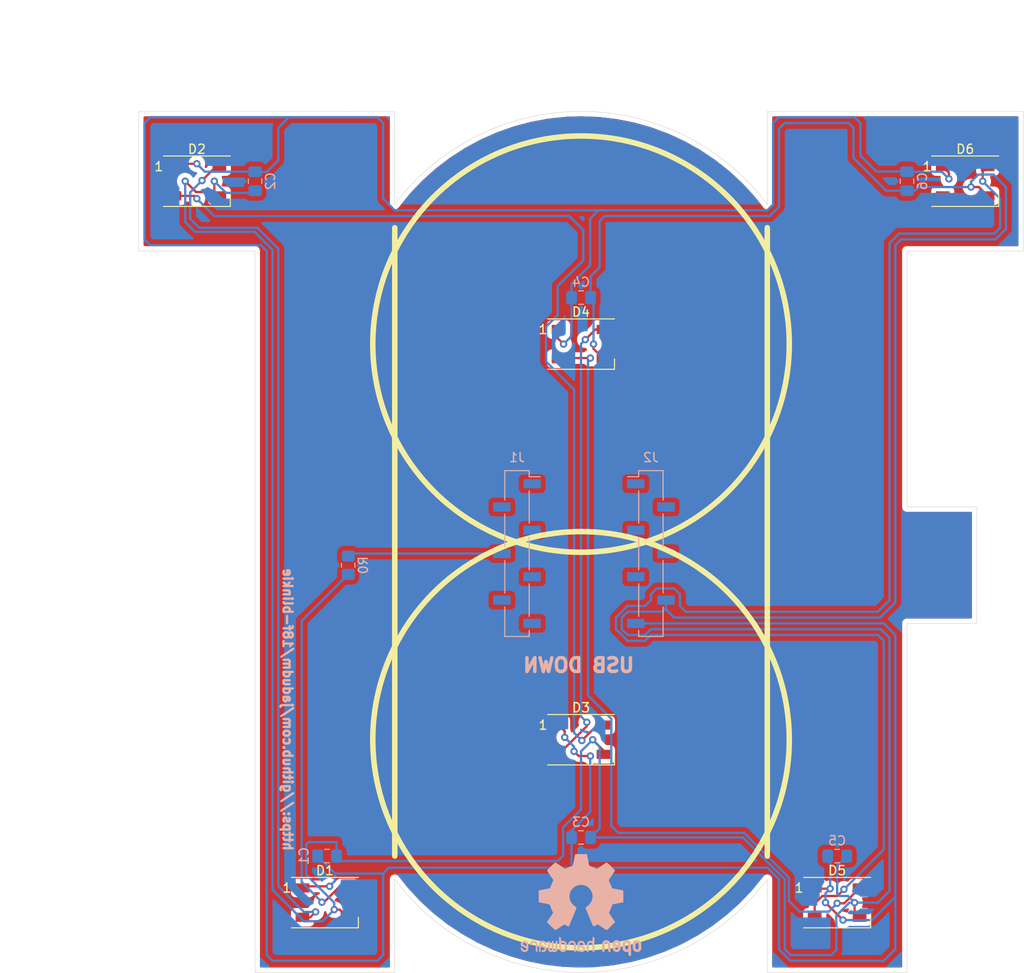
<source format=kicad_pcb>
(kicad_pcb (version 20171130) (host pcbnew 5.1.8-db9833491~88~ubuntu20.04.1)

  (general
    (thickness 1.6)
    (drawings 31)
    (tracks 312)
    (zones 0)
    (modules 16)
    (nets 22)
  )

  (page A4)
  (layers
    (0 F.Cu signal hide)
    (31 B.Cu signal)
    (32 B.Adhes user)
    (33 F.Adhes user)
    (34 B.Paste user)
    (35 F.Paste user)
    (36 B.SilkS user)
    (37 F.SilkS user)
    (38 B.Mask user)
    (39 F.Mask user)
    (40 Dwgs.User user)
    (41 Cmts.User user)
    (42 Eco1.User user)
    (43 Eco2.User user)
    (44 Edge.Cuts user)
    (45 Margin user)
    (46 B.CrtYd user)
    (47 F.CrtYd user)
    (48 B.Fab user hide)
    (49 F.Fab user)
  )

  (setup
    (last_trace_width 0.25)
    (trace_clearance 0.2)
    (zone_clearance 0.508)
    (zone_45_only no)
    (trace_min 0.2)
    (via_size 0.8)
    (via_drill 0.4)
    (via_min_size 0.4)
    (via_min_drill 0.3)
    (uvia_size 0.3)
    (uvia_drill 0.1)
    (uvias_allowed no)
    (uvia_min_size 0.2)
    (uvia_min_drill 0.1)
    (edge_width 0.05)
    (segment_width 0.2)
    (pcb_text_width 0.3)
    (pcb_text_size 1.5 1.5)
    (mod_edge_width 0.12)
    (mod_text_size 1 1)
    (mod_text_width 0.15)
    (pad_size 1.524 1.524)
    (pad_drill 0.762)
    (pad_to_mask_clearance 0)
    (aux_axis_origin 0 0)
    (visible_elements FFFFFF7F)
    (pcbplotparams
      (layerselection 0x010f0_ffffffff)
      (usegerberextensions true)
      (usegerberattributes true)
      (usegerberadvancedattributes true)
      (creategerberjobfile true)
      (excludeedgelayer true)
      (linewidth 0.100000)
      (plotframeref false)
      (viasonmask false)
      (mode 1)
      (useauxorigin false)
      (hpglpennumber 1)
      (hpglpenspeed 20)
      (hpglpendiameter 15.000000)
      (psnegative false)
      (psa4output false)
      (plotreference true)
      (plotvalue true)
      (plotinvisibletext false)
      (padsonsilk false)
      (subtractmaskfromsilk false)
      (outputformat 1)
      (mirror false)
      (drillshape 0)
      (scaleselection 1)
      (outputdirectory "/home/jadudm/Documents/GERBER/"))
  )

  (net 0 "")
  (net 1 "Net-(J1-Pad6)")
  (net 2 "Net-(J1-Pad4)")
  (net 3 "Net-(J1-Pad2)")
  (net 4 "Net-(J1-Pad7)")
  (net 5 "Net-(J1-Pad5)")
  (net 6 "Net-(J1-Pad3)")
  (net 7 "Net-(J1-Pad1)")
  (net 8 "Net-(J2-Pad4)")
  (net 9 "Net-(J2-Pad2)")
  (net 10 "Net-(J2-Pad5)")
  (net 11 "Net-(J2-Pad3)")
  (net 12 "Net-(J2-Pad1)")
  (net 13 "Net-(D1-Pad2)")
  (net 14 "Net-(D2-Pad2)")
  (net 15 "Net-(D3-Pad2)")
  (net 16 "Net-(D4-Pad2)")
  (net 17 "Net-(D5-Pad2)")
  (net 18 "Net-(D6-Pad2)")
  (net 19 5V)
  (net 20 GND)
  (net 21 DATA)

  (net_class Default "This is the default net class."
    (clearance 0.2)
    (trace_width 0.25)
    (via_dia 0.8)
    (via_drill 0.4)
    (uvia_dia 0.3)
    (uvia_drill 0.1)
    (add_net 5V)
    (add_net DATA)
    (add_net GND)
    (add_net "Net-(D1-Pad2)")
    (add_net "Net-(D2-Pad2)")
    (add_net "Net-(D3-Pad2)")
    (add_net "Net-(D4-Pad2)")
    (add_net "Net-(D5-Pad2)")
    (add_net "Net-(D6-Pad2)")
    (add_net "Net-(J1-Pad1)")
    (add_net "Net-(J1-Pad2)")
    (add_net "Net-(J1-Pad3)")
    (add_net "Net-(J1-Pad4)")
    (add_net "Net-(J1-Pad5)")
    (add_net "Net-(J1-Pad6)")
    (add_net "Net-(J1-Pad7)")
    (add_net "Net-(J2-Pad1)")
    (add_net "Net-(J2-Pad2)")
    (add_net "Net-(J2-Pad3)")
    (add_net "Net-(J2-Pad4)")
    (add_net "Net-(J2-Pad5)")
  )

  (module Symbol:OSHW-Logo2_14.6x12mm_SilkScreen (layer B.Cu) (tedit 0) (tstamp 5FCF34D3)
    (at 177.8 137.414 180)
    (descr "Open Source Hardware Symbol")
    (tags "Logo Symbol OSHW")
    (attr virtual)
    (fp_text reference REF** (at 0 0) (layer B.SilkS) hide
      (effects (font (size 1 1) (thickness 0.15)) (justify mirror))
    )
    (fp_text value OSHW-Logo2_14.6x12mm_SilkScreen (at 0.75 0) (layer B.Fab) hide
      (effects (font (size 1 1) (thickness 0.15)) (justify mirror))
    )
    (fp_poly (pts (xy -4.8281 -3.861903) (xy -4.71655 -3.917522) (xy -4.618092 -4.019931) (xy -4.590977 -4.057864)
      (xy -4.561438 -4.1075) (xy -4.542272 -4.161412) (xy -4.531307 -4.233364) (xy -4.526371 -4.337122)
      (xy -4.525287 -4.474101) (xy -4.530182 -4.661815) (xy -4.547196 -4.802758) (xy -4.579823 -4.907908)
      (xy -4.631558 -4.988243) (xy -4.705896 -5.054741) (xy -4.711358 -5.058678) (xy -4.78462 -5.098953)
      (xy -4.87284 -5.11888) (xy -4.985038 -5.123793) (xy -5.167433 -5.123793) (xy -5.167509 -5.300857)
      (xy -5.169207 -5.39947) (xy -5.17955 -5.457314) (xy -5.206578 -5.492006) (xy -5.258332 -5.521164)
      (xy -5.270761 -5.527121) (xy -5.328923 -5.555039) (xy -5.373956 -5.572672) (xy -5.407441 -5.574194)
      (xy -5.430962 -5.553781) (xy -5.4461 -5.505607) (xy -5.454437 -5.423846) (xy -5.457556 -5.302672)
      (xy -5.45704 -5.13626) (xy -5.454471 -4.918785) (xy -5.453668 -4.853736) (xy -5.450778 -4.629502)
      (xy -5.448188 -4.482821) (xy -5.167586 -4.482821) (xy -5.166009 -4.607326) (xy -5.159 -4.688787)
      (xy -5.143142 -4.742515) (xy -5.115019 -4.783823) (xy -5.095925 -4.803971) (xy -5.017865 -4.862921)
      (xy -4.948753 -4.86772) (xy -4.87744 -4.819038) (xy -4.875632 -4.817241) (xy -4.846617 -4.779618)
      (xy -4.828967 -4.728484) (xy -4.820064 -4.649738) (xy -4.817291 -4.529276) (xy -4.817241 -4.502588)
      (xy -4.823942 -4.336583) (xy -4.845752 -4.221505) (xy -4.885235 -4.151254) (xy -4.944956 -4.119729)
      (xy -4.979472 -4.116552) (xy -5.061389 -4.13146) (xy -5.117579 -4.180548) (xy -5.151402 -4.270362)
      (xy -5.16622 -4.407445) (xy -5.167586 -4.482821) (xy -5.448188 -4.482821) (xy -5.447713 -4.455952)
      (xy -5.443753 -4.325382) (xy -5.438174 -4.230087) (xy -5.430254 -4.162364) (xy -5.419269 -4.114507)
      (xy -5.404499 -4.078813) (xy -5.385218 -4.047578) (xy -5.376951 -4.035824) (xy -5.267288 -3.924797)
      (xy -5.128635 -3.861847) (xy -4.968246 -3.844297) (xy -4.8281 -3.861903)) (layer B.SilkS) (width 0.01))
    (fp_poly (pts (xy -2.582571 -3.877719) (xy -2.488877 -3.931914) (xy -2.423736 -3.985707) (xy -2.376093 -4.042066)
      (xy -2.343272 -4.110987) (xy -2.322594 -4.202468) (xy -2.31138 -4.326506) (xy -2.306951 -4.493098)
      (xy -2.306437 -4.612851) (xy -2.306437 -5.053659) (xy -2.430517 -5.109283) (xy -2.554598 -5.164907)
      (xy -2.569195 -4.682095) (xy -2.575227 -4.501779) (xy -2.581555 -4.370901) (xy -2.589394 -4.280511)
      (xy -2.599963 -4.221664) (xy -2.614477 -4.185413) (xy -2.634152 -4.16281) (xy -2.640465 -4.157917)
      (xy -2.736112 -4.119706) (xy -2.832793 -4.134827) (xy -2.890345 -4.174943) (xy -2.913755 -4.20337)
      (xy -2.929961 -4.240672) (xy -2.940259 -4.297223) (xy -2.945951 -4.383394) (xy -2.948336 -4.509558)
      (xy -2.948736 -4.641042) (xy -2.948814 -4.805999) (xy -2.951639 -4.922761) (xy -2.961093 -5.00151)
      (xy -2.98106 -5.052431) (xy -3.015424 -5.085706) (xy -3.068068 -5.11152) (xy -3.138383 -5.138344)
      (xy -3.21518 -5.167542) (xy -3.206038 -4.649346) (xy -3.202357 -4.462539) (xy -3.19805 -4.32449)
      (xy -3.191877 -4.225568) (xy -3.182598 -4.156145) (xy -3.168973 -4.10659) (xy -3.149761 -4.067273)
      (xy -3.126598 -4.032584) (xy -3.014848 -3.92177) (xy -2.878487 -3.857689) (xy -2.730175 -3.842339)
      (xy -2.582571 -3.877719)) (layer B.SilkS) (width 0.01))
    (fp_poly (pts (xy -5.951779 -3.866015) (xy -5.814939 -3.937968) (xy -5.713949 -4.053766) (xy -5.678075 -4.128213)
      (xy -5.650161 -4.239992) (xy -5.635871 -4.381227) (xy -5.634516 -4.535371) (xy -5.645405 -4.685879)
      (xy -5.667847 -4.816205) (xy -5.70115 -4.909803) (xy -5.711385 -4.925922) (xy -5.832618 -5.046249)
      (xy -5.976613 -5.118317) (xy -6.132861 -5.139408) (xy -6.290852 -5.106802) (xy -6.33482 -5.087253)
      (xy -6.420444 -5.027012) (xy -6.495592 -4.947135) (xy -6.502694 -4.937004) (xy -6.531561 -4.888181)
      (xy -6.550643 -4.83599) (xy -6.561916 -4.767285) (xy -6.567355 -4.668918) (xy -6.568938 -4.527744)
      (xy -6.568965 -4.496092) (xy -6.568893 -4.486019) (xy -6.277011 -4.486019) (xy -6.275313 -4.619256)
      (xy -6.268628 -4.707674) (xy -6.254575 -4.764785) (xy -6.230771 -4.804102) (xy -6.218621 -4.817241)
      (xy -6.148764 -4.867172) (xy -6.080941 -4.864895) (xy -6.012365 -4.821584) (xy -5.971465 -4.775346)
      (xy -5.947242 -4.707857) (xy -5.933639 -4.601433) (xy -5.932706 -4.58902) (xy -5.930384 -4.396147)
      (xy -5.95465 -4.2529) (xy -6.005176 -4.16016) (xy -6.081632 -4.118807) (xy -6.108924 -4.116552)
      (xy -6.180589 -4.127893) (xy -6.22961 -4.167184) (xy -6.259582 -4.242326) (xy -6.274101 -4.361222)
      (xy -6.277011 -4.486019) (xy -6.568893 -4.486019) (xy -6.567878 -4.345659) (xy -6.563312 -4.240549)
      (xy -6.553312 -4.167714) (xy -6.535921 -4.114108) (xy -6.509184 -4.066681) (xy -6.503276 -4.057864)
      (xy -6.403968 -3.939007) (xy -6.295758 -3.870008) (xy -6.164019 -3.842619) (xy -6.119283 -3.841281)
      (xy -5.951779 -3.866015)) (layer B.SilkS) (width 0.01))
    (fp_poly (pts (xy -3.684448 -3.884676) (xy -3.569342 -3.962111) (xy -3.480389 -4.073949) (xy -3.427251 -4.216265)
      (xy -3.416503 -4.321015) (xy -3.417724 -4.364726) (xy -3.427944 -4.398194) (xy -3.456039 -4.428179)
      (xy -3.510884 -4.46144) (xy -3.601355 -4.504738) (xy -3.736328 -4.564833) (xy -3.737011 -4.565134)
      (xy -3.861249 -4.622037) (xy -3.963127 -4.672565) (xy -4.032233 -4.71128) (xy -4.058154 -4.73274)
      (xy -4.058161 -4.732913) (xy -4.035315 -4.779644) (xy -3.981891 -4.831154) (xy -3.920558 -4.868261)
      (xy -3.889485 -4.875632) (xy -3.804711 -4.850138) (xy -3.731707 -4.786291) (xy -3.696087 -4.716094)
      (xy -3.66182 -4.664343) (xy -3.594697 -4.605409) (xy -3.515792 -4.554496) (xy -3.446179 -4.526809)
      (xy -3.431623 -4.525287) (xy -3.415237 -4.550321) (xy -3.41425 -4.614311) (xy -3.426292 -4.700593)
      (xy -3.448993 -4.792501) (xy -3.479986 -4.873369) (xy -3.481552 -4.876509) (xy -3.574819 -5.006734)
      (xy -3.695696 -5.095311) (xy -3.832973 -5.138786) (xy -3.97544 -5.133706) (xy -4.111888 -5.076616)
      (xy -4.117955 -5.072602) (xy -4.22529 -4.975326) (xy -4.295868 -4.848409) (xy -4.334926 -4.681526)
      (xy -4.340168 -4.634639) (xy -4.349452 -4.413329) (xy -4.338322 -4.310124) (xy -4.058161 -4.310124)
      (xy -4.054521 -4.374503) (xy -4.034611 -4.393291) (xy -3.984974 -4.379235) (xy -3.906733 -4.346009)
      (xy -3.819274 -4.304359) (xy -3.817101 -4.303256) (xy -3.74297 -4.264265) (xy -3.713219 -4.238244)
      (xy -3.720555 -4.210965) (xy -3.751447 -4.175121) (xy -3.83004 -4.123251) (xy -3.914677 -4.119439)
      (xy -3.990597 -4.157189) (xy -4.043035 -4.230001) (xy -4.058161 -4.310124) (xy -4.338322 -4.310124)
      (xy -4.330356 -4.236261) (xy -4.281366 -4.095829) (xy -4.213164 -3.997447) (xy -4.090065 -3.89803)
      (xy -3.954472 -3.848711) (xy -3.816045 -3.845568) (xy -3.684448 -3.884676)) (layer B.SilkS) (width 0.01))
    (fp_poly (pts (xy -1.255402 -3.723857) (xy -1.246846 -3.843188) (xy -1.237019 -3.913506) (xy -1.223401 -3.944179)
      (xy -1.203473 -3.944571) (xy -1.197011 -3.94091) (xy -1.11106 -3.914398) (xy -0.999255 -3.915946)
      (xy -0.885586 -3.943199) (xy -0.81449 -3.978455) (xy -0.741595 -4.034778) (xy -0.688307 -4.098519)
      (xy -0.651725 -4.17951) (xy -0.62895 -4.287586) (xy -0.617081 -4.43258) (xy -0.613218 -4.624326)
      (xy -0.613149 -4.661109) (xy -0.613103 -5.074288) (xy -0.705046 -5.106339) (xy -0.770348 -5.128144)
      (xy -0.806176 -5.138297) (xy -0.80723 -5.138391) (xy -0.810758 -5.11086) (xy -0.813761 -5.034923)
      (xy -0.81601 -4.920565) (xy -0.817276 -4.777769) (xy -0.817471 -4.690951) (xy -0.817877 -4.519773)
      (xy -0.819968 -4.397088) (xy -0.825053 -4.313) (xy -0.83444 -4.257614) (xy -0.849439 -4.221032)
      (xy -0.871358 -4.193359) (xy -0.885043 -4.180032) (xy -0.979051 -4.126328) (xy -1.081636 -4.122307)
      (xy -1.17471 -4.167725) (xy -1.191922 -4.184123) (xy -1.217168 -4.214957) (xy -1.23468 -4.251531)
      (xy -1.245858 -4.304415) (xy -1.252104 -4.384177) (xy -1.254818 -4.501385) (xy -1.255402 -4.662991)
      (xy -1.255402 -5.074288) (xy -1.347345 -5.106339) (xy -1.412647 -5.128144) (xy -1.448475 -5.138297)
      (xy -1.449529 -5.138391) (xy -1.452225 -5.110448) (xy -1.454655 -5.03163) (xy -1.456722 -4.909453)
      (xy -1.458329 -4.751432) (xy -1.459377 -4.565083) (xy -1.459769 -4.35792) (xy -1.45977 -4.348706)
      (xy -1.45977 -3.55902) (xy -1.364885 -3.518997) (xy -1.27 -3.478973) (xy -1.255402 -3.723857)) (layer B.SilkS) (width 0.01))
    (fp_poly (pts (xy 0.079944 -3.92436) (xy 0.194343 -3.966842) (xy 0.195652 -3.967658) (xy 0.266403 -4.01973)
      (xy 0.318636 -4.080584) (xy 0.355371 -4.159887) (xy 0.379634 -4.267309) (xy 0.394445 -4.412517)
      (xy 0.402829 -4.605179) (xy 0.403564 -4.632628) (xy 0.41412 -5.046521) (xy 0.325291 -5.092456)
      (xy 0.261018 -5.123498) (xy 0.22221 -5.138206) (xy 0.220415 -5.138391) (xy 0.2137 -5.11125)
      (xy 0.208365 -5.038041) (xy 0.205083 -4.931081) (xy 0.204368 -4.844469) (xy 0.204351 -4.704162)
      (xy 0.197937 -4.616051) (xy 0.17558 -4.574025) (xy 0.127732 -4.571975) (xy 0.044849 -4.60379)
      (xy -0.080287 -4.662272) (xy -0.172303 -4.710845) (xy -0.219629 -4.752986) (xy -0.233542 -4.798916)
      (xy -0.233563 -4.801189) (xy -0.210605 -4.880311) (xy -0.14263 -4.923055) (xy -0.038602 -4.929246)
      (xy 0.03633 -4.928172) (xy 0.075839 -4.949753) (xy 0.100478 -5.001591) (xy 0.114659 -5.067632)
      (xy 0.094223 -5.105104) (xy 0.086528 -5.110467) (xy 0.014083 -5.132006) (xy -0.087367 -5.135055)
      (xy -0.191843 -5.120778) (xy -0.265875 -5.094688) (xy -0.368228 -5.007785) (xy -0.426409 -4.886816)
      (xy -0.437931 -4.792308) (xy -0.429138 -4.707062) (xy -0.39732 -4.637476) (xy -0.334316 -4.575672)
      (xy -0.231969 -4.513772) (xy -0.082118 -4.443897) (xy -0.072988 -4.439948) (xy 0.061997 -4.377588)
      (xy 0.145294 -4.326446) (xy 0.180997 -4.280488) (xy 0.173203 -4.233683) (xy 0.126007 -4.179998)
      (xy 0.111894 -4.167644) (xy 0.017359 -4.119741) (xy -0.080594 -4.121758) (xy -0.165903 -4.168724)
      (xy -0.222504 -4.255669) (xy -0.227763 -4.272734) (xy -0.278977 -4.355504) (xy -0.343963 -4.395372)
      (xy -0.437931 -4.434882) (xy -0.437931 -4.332658) (xy -0.409347 -4.184072) (xy -0.324505 -4.047784)
      (xy -0.280355 -4.002191) (xy -0.179995 -3.943674) (xy -0.052365 -3.917184) (xy 0.079944 -3.92436)) (layer B.SilkS) (width 0.01))
    (fp_poly (pts (xy 1.065943 -3.92192) (xy 1.198565 -3.970859) (xy 1.30601 -4.057419) (xy 1.348032 -4.118352)
      (xy 1.393843 -4.230161) (xy 1.392891 -4.311006) (xy 1.344808 -4.365378) (xy 1.327017 -4.374624)
      (xy 1.250204 -4.40345) (xy 1.210976 -4.396065) (xy 1.197689 -4.347658) (xy 1.197012 -4.32092)
      (xy 1.172686 -4.222548) (xy 1.109281 -4.153734) (xy 1.021154 -4.120498) (xy 0.922663 -4.128861)
      (xy 0.842602 -4.172296) (xy 0.815561 -4.197072) (xy 0.796394 -4.227129) (xy 0.783446 -4.272565)
      (xy 0.775064 -4.343476) (xy 0.769593 -4.44996) (xy 0.765378 -4.602112) (xy 0.764287 -4.650287)
      (xy 0.760307 -4.815095) (xy 0.755781 -4.931088) (xy 0.748995 -5.007833) (xy 0.738231 -5.054893)
      (xy 0.721773 -5.081835) (xy 0.697906 -5.098223) (xy 0.682626 -5.105463) (xy 0.617733 -5.13022)
      (xy 0.579534 -5.138391) (xy 0.566912 -5.111103) (xy 0.559208 -5.028603) (xy 0.55638 -4.889941)
      (xy 0.558386 -4.694162) (xy 0.559011 -4.663965) (xy 0.563421 -4.485349) (xy 0.568635 -4.354923)
      (xy 0.576055 -4.262492) (xy 0.587082 -4.197858) (xy 0.603117 -4.150825) (xy 0.625561 -4.111196)
      (xy 0.637302 -4.094215) (xy 0.704619 -4.01908) (xy 0.77991 -3.960638) (xy 0.789128 -3.955536)
      (xy 0.924133 -3.91526) (xy 1.065943 -3.92192)) (layer B.SilkS) (width 0.01))
    (fp_poly (pts (xy 2.393914 -4.154455) (xy 2.393543 -4.372661) (xy 2.392108 -4.540519) (xy 2.389002 -4.66607)
      (xy 2.383622 -4.757355) (xy 2.375362 -4.822415) (xy 2.363616 -4.869291) (xy 2.347781 -4.906024)
      (xy 2.33579 -4.926991) (xy 2.23649 -5.040694) (xy 2.110588 -5.111965) (xy 1.971291 -5.137538)
      (xy 1.831805 -5.11415) (xy 1.748743 -5.072119) (xy 1.661545 -4.999411) (xy 1.602117 -4.910612)
      (xy 1.566261 -4.79432) (xy 1.549781 -4.639135) (xy 1.547447 -4.525287) (xy 1.547761 -4.517106)
      (xy 1.751724 -4.517106) (xy 1.75297 -4.647657) (xy 1.758678 -4.73408) (xy 1.771804 -4.790618)
      (xy 1.795306 -4.831514) (xy 1.823386 -4.862362) (xy 1.917688 -4.921905) (xy 2.01894 -4.926992)
      (xy 2.114636 -4.877279) (xy 2.122084 -4.870543) (xy 2.153874 -4.835502) (xy 2.173808 -4.793811)
      (xy 2.1846 -4.731762) (xy 2.188965 -4.635644) (xy 2.189655 -4.529379) (xy 2.188159 -4.39588)
      (xy 2.181964 -4.306822) (xy 2.168514 -4.248293) (xy 2.145251 -4.206382) (xy 2.126175 -4.184123)
      (xy 2.037563 -4.127985) (xy 1.935508 -4.121235) (xy 1.838095 -4.164114) (xy 1.819296 -4.180032)
      (xy 1.787293 -4.215382) (xy 1.767318 -4.257502) (xy 1.756593 -4.320251) (xy 1.752339 -4.417487)
      (xy 1.751724 -4.517106) (xy 1.547761 -4.517106) (xy 1.554504 -4.341947) (xy 1.578472 -4.204195)
      (xy 1.623548 -4.100632) (xy 1.693928 -4.019856) (xy 1.748743 -3.978455) (xy 1.848376 -3.933728)
      (xy 1.963855 -3.912967) (xy 2.071199 -3.918525) (xy 2.131264 -3.940943) (xy 2.154835 -3.947323)
      (xy 2.170477 -3.923535) (xy 2.181395 -3.859788) (xy 2.189655 -3.762687) (xy 2.198699 -3.654541)
      (xy 2.211261 -3.589475) (xy 2.234119 -3.552268) (xy 2.274051 -3.527699) (xy 2.299138 -3.516819)
      (xy 2.394023 -3.477072) (xy 2.393914 -4.154455)) (layer B.SilkS) (width 0.01))
    (fp_poly (pts (xy 3.580124 -3.93984) (xy 3.584579 -4.016653) (xy 3.588071 -4.133391) (xy 3.590315 -4.280821)
      (xy 3.591035 -4.435455) (xy 3.591035 -4.958727) (xy 3.498645 -5.051117) (xy 3.434978 -5.108047)
      (xy 3.379089 -5.131107) (xy 3.302702 -5.129647) (xy 3.27238 -5.125934) (xy 3.17761 -5.115126)
      (xy 3.099222 -5.108933) (xy 3.080115 -5.108361) (xy 3.015699 -5.112102) (xy 2.923571 -5.121494)
      (xy 2.88785 -5.125934) (xy 2.800114 -5.132801) (xy 2.741153 -5.117885) (xy 2.68269 -5.071835)
      (xy 2.661585 -5.051117) (xy 2.569195 -4.958727) (xy 2.569195 -3.979947) (xy 2.643558 -3.946066)
      (xy 2.70759 -3.92097) (xy 2.745052 -3.912184) (xy 2.754657 -3.93995) (xy 2.763635 -4.01753)
      (xy 2.771386 -4.136348) (xy 2.777314 -4.287828) (xy 2.780173 -4.415805) (xy 2.788161 -4.919425)
      (xy 2.857848 -4.929278) (xy 2.921229 -4.922389) (xy 2.952286 -4.900083) (xy 2.960967 -4.858379)
      (xy 2.968378 -4.769544) (xy 2.973931 -4.644834) (xy 2.977036 -4.495507) (xy 2.977484 -4.418661)
      (xy 2.977931 -3.976287) (xy 3.069874 -3.944235) (xy 3.134949 -3.922443) (xy 3.170347 -3.912281)
      (xy 3.171368 -3.912184) (xy 3.17492 -3.939809) (xy 3.178823 -4.016411) (xy 3.182751 -4.132579)
      (xy 3.186376 -4.278904) (xy 3.188908 -4.415805) (xy 3.196897 -4.919425) (xy 3.372069 -4.919425)
      (xy 3.380107 -4.459965) (xy 3.388146 -4.000505) (xy 3.473543 -3.956344) (xy 3.536593 -3.926019)
      (xy 3.57391 -3.912258) (xy 3.574987 -3.912184) (xy 3.580124 -3.93984)) (layer B.SilkS) (width 0.01))
    (fp_poly (pts (xy 4.314406 -3.935156) (xy 4.398469 -3.973393) (xy 4.46445 -4.019726) (xy 4.512794 -4.071532)
      (xy 4.546172 -4.138363) (xy 4.567253 -4.229769) (xy 4.578707 -4.355301) (xy 4.583203 -4.524508)
      (xy 4.583678 -4.635933) (xy 4.583678 -5.070627) (xy 4.509316 -5.104509) (xy 4.450746 -5.129272)
      (xy 4.42173 -5.138391) (xy 4.416179 -5.111257) (xy 4.411775 -5.038094) (xy 4.409078 -4.931263)
      (xy 4.408506 -4.846437) (xy 4.406046 -4.723887) (xy 4.399412 -4.626668) (xy 4.389726 -4.567134)
      (xy 4.382032 -4.554483) (xy 4.330311 -4.567402) (xy 4.249117 -4.600539) (xy 4.155102 -4.645461)
      (xy 4.064917 -4.693735) (xy 3.995215 -4.736928) (xy 3.962648 -4.766608) (xy 3.962519 -4.766929)
      (xy 3.96532 -4.821857) (xy 3.990439 -4.874292) (xy 4.034541 -4.916881) (xy 4.098909 -4.931126)
      (xy 4.153921 -4.929466) (xy 4.231835 -4.928245) (xy 4.272732 -4.946498) (xy 4.297295 -4.994726)
      (xy 4.300392 -5.00382) (xy 4.31104 -5.072598) (xy 4.282565 -5.11436) (xy 4.208344 -5.134263)
      (xy 4.128168 -5.137944) (xy 3.98389 -5.110658) (xy 3.909203 -5.07169) (xy 3.816963 -4.980148)
      (xy 3.768043 -4.867782) (xy 3.763654 -4.749051) (xy 3.805001 -4.638411) (xy 3.867197 -4.56908)
      (xy 3.929294 -4.530265) (xy 4.026895 -4.481125) (xy 4.140632 -4.431292) (xy 4.15959 -4.423677)
      (xy 4.284521 -4.368545) (xy 4.356539 -4.319954) (xy 4.3797 -4.271647) (xy 4.358064 -4.21737)
      (xy 4.32092 -4.174943) (xy 4.233127 -4.122702) (xy 4.13653 -4.118784) (xy 4.047944 -4.159041)
      (xy 3.984186 -4.239326) (xy 3.975817 -4.26004) (xy 3.927096 -4.336225) (xy 3.855965 -4.392785)
      (xy 3.766207 -4.439201) (xy 3.766207 -4.307584) (xy 3.77149 -4.227168) (xy 3.794142 -4.163786)
      (xy 3.844367 -4.096163) (xy 3.892582 -4.044076) (xy 3.967554 -3.970322) (xy 4.025806 -3.930702)
      (xy 4.088372 -3.91481) (xy 4.159193 -3.912184) (xy 4.314406 -3.935156)) (layer B.SilkS) (width 0.01))
    (fp_poly (pts (xy 5.33569 -3.940018) (xy 5.370585 -3.955269) (xy 5.453877 -4.021235) (xy 5.525103 -4.116618)
      (xy 5.569153 -4.218406) (xy 5.576322 -4.268587) (xy 5.552285 -4.338647) (xy 5.499561 -4.375717)
      (xy 5.443031 -4.398164) (xy 5.417146 -4.4023) (xy 5.404542 -4.372283) (xy 5.379654 -4.306961)
      (xy 5.368735 -4.277445) (xy 5.307508 -4.175348) (xy 5.218861 -4.124423) (xy 5.105193 -4.125989)
      (xy 5.096774 -4.127994) (xy 5.036088 -4.156767) (xy 4.991474 -4.212859) (xy 4.961002 -4.303163)
      (xy 4.942744 -4.434571) (xy 4.934771 -4.613974) (xy 4.934023 -4.709433) (xy 4.933652 -4.859913)
      (xy 4.931223 -4.962495) (xy 4.92476 -5.027672) (xy 4.912288 -5.065938) (xy 4.891833 -5.087785)
      (xy 4.861419 -5.103707) (xy 4.859661 -5.104509) (xy 4.801091 -5.129272) (xy 4.772075 -5.138391)
      (xy 4.767616 -5.110822) (xy 4.763799 -5.03462) (xy 4.760899 -4.919541) (xy 4.759191 -4.775341)
      (xy 4.758851 -4.669814) (xy 4.760588 -4.465613) (xy 4.767382 -4.310697) (xy 4.781607 -4.196024)
      (xy 4.805638 -4.112551) (xy 4.841848 -4.051236) (xy 4.892612 -4.003034) (xy 4.942739 -3.969393)
      (xy 5.063275 -3.924619) (xy 5.203557 -3.914521) (xy 5.33569 -3.940018)) (layer B.SilkS) (width 0.01))
    (fp_poly (pts (xy 6.343439 -3.95654) (xy 6.45895 -4.032034) (xy 6.514664 -4.099617) (xy 6.558804 -4.222255)
      (xy 6.562309 -4.319298) (xy 6.554368 -4.449056) (xy 6.255115 -4.580039) (xy 6.109611 -4.646958)
      (xy 6.014537 -4.70079) (xy 5.965101 -4.747416) (xy 5.956511 -4.79272) (xy 5.983972 -4.842582)
      (xy 6.014253 -4.875632) (xy 6.102363 -4.928633) (xy 6.198196 -4.932347) (xy 6.286212 -4.891041)
      (xy 6.350869 -4.808983) (xy 6.362433 -4.780008) (xy 6.417825 -4.689509) (xy 6.481553 -4.65094)
      (xy 6.568966 -4.617946) (xy 6.568966 -4.743034) (xy 6.561238 -4.828156) (xy 6.530966 -4.899938)
      (xy 6.467518 -4.982356) (xy 6.458088 -4.993066) (xy 6.387513 -5.066391) (xy 6.326847 -5.105742)
      (xy 6.25095 -5.123845) (xy 6.18803 -5.129774) (xy 6.075487 -5.131251) (xy 5.99537 -5.112535)
      (xy 5.94539 -5.084747) (xy 5.866838 -5.023641) (xy 5.812463 -4.957554) (xy 5.778052 -4.874441)
      (xy 5.759388 -4.762254) (xy 5.752256 -4.608946) (xy 5.751687 -4.531136) (xy 5.753622 -4.437853)
      (xy 5.929899 -4.437853) (xy 5.931944 -4.487896) (xy 5.937039 -4.496092) (xy 5.970666 -4.484958)
      (xy 6.04303 -4.455493) (xy 6.139747 -4.413601) (xy 6.159973 -4.404597) (xy 6.282203 -4.342442)
      (xy 6.349547 -4.287815) (xy 6.364348 -4.236649) (xy 6.328947 -4.184876) (xy 6.299711 -4.162)
      (xy 6.194216 -4.11625) (xy 6.095476 -4.123808) (xy 6.012812 -4.179651) (xy 5.955548 -4.278753)
      (xy 5.937188 -4.357414) (xy 5.929899 -4.437853) (xy 5.753622 -4.437853) (xy 5.755459 -4.349351)
      (xy 5.769359 -4.214853) (xy 5.796894 -4.116916) (xy 5.841572 -4.044811) (xy 5.906901 -3.987813)
      (xy 5.935383 -3.969393) (xy 6.064763 -3.921422) (xy 6.206412 -3.918403) (xy 6.343439 -3.95654)) (layer B.SilkS) (width 0.01))
    (fp_poly (pts (xy 0.209014 5.547002) (xy 0.367006 5.546137) (xy 0.481347 5.543795) (xy 0.559407 5.539238)
      (xy 0.608554 5.53173) (xy 0.636159 5.520534) (xy 0.649592 5.504912) (xy 0.656221 5.484127)
      (xy 0.656865 5.481437) (xy 0.666935 5.432887) (xy 0.685575 5.337095) (xy 0.710845 5.204257)
      (xy 0.740807 5.044569) (xy 0.773522 4.868226) (xy 0.774664 4.862033) (xy 0.807433 4.689218)
      (xy 0.838093 4.536531) (xy 0.864664 4.413129) (xy 0.885167 4.328169) (xy 0.897626 4.29081)
      (xy 0.89822 4.290148) (xy 0.934919 4.271905) (xy 1.010586 4.241503) (xy 1.108878 4.205507)
      (xy 1.109425 4.205315) (xy 1.233233 4.158778) (xy 1.379196 4.099496) (xy 1.516781 4.039891)
      (xy 1.523293 4.036944) (xy 1.74739 3.935235) (xy 2.243619 4.274103) (xy 2.395846 4.377408)
      (xy 2.533741 4.469763) (xy 2.649315 4.545916) (xy 2.734579 4.600615) (xy 2.781544 4.628607)
      (xy 2.786004 4.630683) (xy 2.820134 4.62144) (xy 2.883881 4.576844) (xy 2.979731 4.494791)
      (xy 3.110169 4.373179) (xy 3.243328 4.243795) (xy 3.371694 4.116298) (xy 3.486581 3.999954)
      (xy 3.581073 3.901948) (xy 3.648253 3.829464) (xy 3.681206 3.789687) (xy 3.682432 3.787639)
      (xy 3.686074 3.760344) (xy 3.67235 3.715766) (xy 3.637869 3.647888) (xy 3.579239 3.550689)
      (xy 3.49307 3.418149) (xy 3.3782 3.247524) (xy 3.276254 3.097345) (xy 3.185123 2.96265)
      (xy 3.110073 2.85126) (xy 3.056369 2.770995) (xy 3.02928 2.729675) (xy 3.027574 2.72687)
      (xy 3.030882 2.687279) (xy 3.055953 2.610331) (xy 3.097798 2.510568) (xy 3.112712 2.478709)
      (xy 3.177786 2.336774) (xy 3.247212 2.175727) (xy 3.303609 2.036379) (xy 3.344247 1.932956)
      (xy 3.376526 1.854358) (xy 3.395178 1.81328) (xy 3.397497 1.810115) (xy 3.431803 1.804872)
      (xy 3.512669 1.790506) (xy 3.629343 1.769063) (xy 3.771075 1.742587) (xy 3.92711 1.713123)
      (xy 4.086698 1.682717) (xy 4.239085 1.653412) (xy 4.373521 1.627255) (xy 4.479252 1.60629)
      (xy 4.545526 1.592561) (xy 4.561782 1.58868) (xy 4.578573 1.5791) (xy 4.591249 1.557464)
      (xy 4.600378 1.516469) (xy 4.606531 1.448811) (xy 4.61028 1.347188) (xy 4.612192 1.204297)
      (xy 4.61284 1.012835) (xy 4.612874 0.934355) (xy 4.612874 0.296094) (xy 4.459598 0.26584)
      (xy 4.374322 0.249436) (xy 4.24707 0.225491) (xy 4.093315 0.196893) (xy 3.928534 0.166533)
      (xy 3.882989 0.158194) (xy 3.730932 0.12863) (xy 3.598468 0.099558) (xy 3.496714 0.073671)
      (xy 3.436788 0.053663) (xy 3.426805 0.047699) (xy 3.402293 0.005466) (xy 3.367148 -0.07637)
      (xy 3.328173 -0.181683) (xy 3.320442 -0.204368) (xy 3.26936 -0.345018) (xy 3.205954 -0.503714)
      (xy 3.143904 -0.646225) (xy 3.143598 -0.646886) (xy 3.040267 -0.87044) (xy 3.719961 -1.870232)
      (xy 3.283621 -2.3073) (xy 3.151649 -2.437381) (xy 3.031279 -2.552048) (xy 2.929273 -2.645181)
      (xy 2.852391 -2.710658) (xy 2.807393 -2.742357) (xy 2.800938 -2.744368) (xy 2.76304 -2.728529)
      (xy 2.685708 -2.684496) (xy 2.577389 -2.61749) (xy 2.446532 -2.532734) (xy 2.305052 -2.437816)
      (xy 2.161461 -2.340998) (xy 2.033435 -2.256751) (xy 1.929105 -2.190258) (xy 1.8566 -2.146702)
      (xy 1.824158 -2.131264) (xy 1.784576 -2.144328) (xy 1.709519 -2.17875) (xy 1.614468 -2.22738)
      (xy 1.604392 -2.232785) (xy 1.476391 -2.29698) (xy 1.388618 -2.328463) (xy 1.334028 -2.328798)
      (xy 1.305575 -2.299548) (xy 1.30541 -2.299138) (xy 1.291188 -2.264498) (xy 1.257269 -2.182269)
      (xy 1.206284 -2.058814) (xy 1.140862 -1.900498) (xy 1.063634 -1.713686) (xy 0.977229 -1.504742)
      (xy 0.893551 -1.302446) (xy 0.801588 -1.0792) (xy 0.71715 -0.872392) (xy 0.642769 -0.688362)
      (xy 0.580974 -0.533451) (xy 0.534297 -0.413996) (xy 0.505268 -0.336339) (xy 0.496322 -0.307356)
      (xy 0.518756 -0.27411) (xy 0.577439 -0.221123) (xy 0.655689 -0.162704) (xy 0.878534 0.022048)
      (xy 1.052718 0.233818) (xy 1.176154 0.468144) (xy 1.246754 0.720566) (xy 1.262431 0.986623)
      (xy 1.251036 1.109425) (xy 1.18895 1.364207) (xy 1.082023 1.589199) (xy 0.936889 1.782183)
      (xy 0.760178 1.940939) (xy 0.558522 2.06325) (xy 0.338554 2.146895) (xy 0.106906 2.189656)
      (xy -0.129791 2.189313) (xy -0.364905 2.143648) (xy -0.591804 2.050441) (xy -0.803856 1.907473)
      (xy -0.892364 1.826617) (xy -1.062111 1.618993) (xy -1.180301 1.392105) (xy -1.247722 1.152567)
      (xy -1.26516 0.906993) (xy -1.233402 0.661997) (xy -1.153235 0.424192) (xy -1.025445 0.200193)
      (xy -0.85082 -0.003387) (xy -0.655688 -0.162704) (xy -0.574409 -0.223602) (xy -0.516991 -0.276015)
      (xy -0.496322 -0.307406) (xy -0.507144 -0.341639) (xy -0.537923 -0.423419) (xy -0.586126 -0.546407)
      (xy -0.649222 -0.704263) (xy -0.724678 -0.890649) (xy -0.809962 -1.099226) (xy -0.893781 -1.302496)
      (xy -0.986255 -1.525933) (xy -1.071911 -1.732984) (xy -1.148118 -1.917286) (xy -1.212247 -2.072475)
      (xy -1.261668 -2.192188) (xy -1.293752 -2.270061) (xy -1.305641 -2.299138) (xy -1.333726 -2.328677)
      (xy -1.388051 -2.328591) (xy -1.475605 -2.297326) (xy -1.603381 -2.233329) (xy -1.604392 -2.232785)
      (xy -1.700598 -2.183121) (xy -1.778369 -2.146945) (xy -1.822223 -2.131408) (xy -1.824158 -2.131264)
      (xy -1.857171 -2.147024) (xy -1.930054 -2.19085) (xy -2.034678 -2.257557) (xy -2.16291 -2.341964)
      (xy -2.305052 -2.437816) (xy -2.449767 -2.534867) (xy -2.580196 -2.61927) (xy -2.68789 -2.685801)
      (xy -2.764402 -2.729238) (xy -2.800938 -2.744368) (xy -2.834582 -2.724482) (xy -2.902224 -2.668903)
      (xy -2.997107 -2.583754) (xy -3.11247 -2.475153) (xy -3.241555 -2.349221) (xy -3.283771 -2.307149)
      (xy -3.720261 -1.869931) (xy -3.388023 -1.38234) (xy -3.287054 -1.232605) (xy -3.198438 -1.09822)
      (xy -3.127146 -0.986969) (xy -3.07815 -0.906639) (xy -3.056422 -0.865014) (xy -3.055785 -0.862053)
      (xy -3.06724 -0.822818) (xy -3.098051 -0.743895) (xy -3.142884 -0.638509) (xy -3.174353 -0.567954)
      (xy -3.233192 -0.432876) (xy -3.288604 -0.296409) (xy -3.331564 -0.181103) (xy -3.343234 -0.145977)
      (xy -3.376389 -0.052174) (xy -3.408799 0.020306) (xy -3.426601 0.047699) (xy -3.465886 0.064464)
      (xy -3.551626 0.08823) (xy -3.672697 0.116303) (xy -3.817973 0.145991) (xy -3.882988 0.158194)
      (xy -4.048087 0.188532) (xy -4.206448 0.217907) (xy -4.342596 0.243431) (xy -4.441057 0.262215)
      (xy -4.459598 0.26584) (xy -4.612873 0.296094) (xy -4.612873 0.934355) (xy -4.612529 1.14423)
      (xy -4.611116 1.30302) (xy -4.608064 1.418027) (xy -4.602803 1.496554) (xy -4.594763 1.545904)
      (xy -4.583373 1.573381) (xy -4.568063 1.586287) (xy -4.561782 1.58868) (xy -4.523896 1.597167)
      (xy -4.440195 1.6141) (xy -4.321433 1.637434) (xy -4.178361 1.665125) (xy -4.021732 1.695127)
      (xy -3.862297 1.725396) (xy -3.710809 1.753885) (xy -3.578019 1.778551) (xy -3.474681 1.797349)
      (xy -3.411545 1.808233) (xy -3.397497 1.810115) (xy -3.38477 1.835296) (xy -3.3566 1.902378)
      (xy -3.318252 1.998667) (xy -3.303609 2.036379) (xy -3.244548 2.182079) (xy -3.175 2.343049)
      (xy -3.112712 2.478709) (xy -3.066879 2.582439) (xy -3.036387 2.667674) (xy -3.026208 2.719874)
      (xy -3.027831 2.72687) (xy -3.049343 2.759898) (xy -3.098465 2.833357) (xy -3.169923 2.939423)
      (xy -3.258445 3.070274) (xy -3.358759 3.218088) (xy -3.378594 3.247266) (xy -3.494988 3.420137)
      (xy -3.580548 3.551774) (xy -3.638684 3.648239) (xy -3.672808 3.715592) (xy -3.686331 3.759894)
      (xy -3.682664 3.787206) (xy -3.68257 3.78738) (xy -3.653707 3.823254) (xy -3.589867 3.892609)
      (xy -3.497969 3.988255) (xy -3.384933 4.103001) (xy -3.257679 4.229659) (xy -3.243328 4.243795)
      (xy -3.082957 4.399097) (xy -2.959195 4.51313) (xy -2.869555 4.587998) (xy -2.811552 4.625804)
      (xy -2.786004 4.630683) (xy -2.748718 4.609397) (xy -2.671343 4.560227) (xy -2.561867 4.488425)
      (xy -2.42828 4.399245) (xy -2.27857 4.297937) (xy -2.243618 4.274103) (xy -1.74739 3.935235)
      (xy -1.523293 4.036944) (xy -1.387011 4.096217) (xy -1.240724 4.15583) (xy -1.114965 4.20336)
      (xy -1.109425 4.205315) (xy -1.011057 4.241323) (xy -0.935229 4.271771) (xy -0.898282 4.290095)
      (xy -0.89822 4.290148) (xy -0.886496 4.323271) (xy -0.866568 4.404733) (xy -0.840413 4.525375)
      (xy -0.81001 4.676041) (xy -0.777337 4.847572) (xy -0.774664 4.862033) (xy -0.74189 5.038765)
      (xy -0.711802 5.19919) (xy -0.686339 5.333112) (xy -0.667441 5.430337) (xy -0.657047 5.480668)
      (xy -0.656865 5.481437) (xy -0.650539 5.502847) (xy -0.638239 5.519012) (xy -0.612594 5.530669)
      (xy -0.566235 5.538555) (xy -0.491792 5.543407) (xy -0.381895 5.545961) (xy -0.229175 5.546955)
      (xy -0.026262 5.547126) (xy 0 5.547126) (xy 0.209014 5.547002)) (layer B.SilkS) (width 0.01))
  )

  (module LED_SMD:LED_WS2812B_PLCC4_5.0x5.0mm_P3.2mm (layer F.Cu) (tedit 5AA4B285) (tstamp 5FA97F3B)
    (at 177.8 119.38)
    (descr https://cdn-shop.adafruit.com/datasheets/WS2812B.pdf)
    (tags "LED RGB NeoPixel")
    (path /5FA93325)
    (attr smd)
    (fp_text reference D3 (at 0 -3.5) (layer F.SilkS)
      (effects (font (size 1 1) (thickness 0.15)))
    )
    (fp_text value WS2812B (at 0 4) (layer F.Fab) hide
      (effects (font (size 1 1) (thickness 0.15)))
    )
    (fp_circle (center 0 0) (end 0 -2) (layer F.Fab) (width 0.1))
    (fp_line (start 3.65 2.75) (end 3.65 1.6) (layer F.SilkS) (width 0.12))
    (fp_line (start -3.65 2.75) (end 3.65 2.75) (layer F.SilkS) (width 0.12))
    (fp_line (start -3.65 -2.75) (end 3.65 -2.75) (layer F.SilkS) (width 0.12))
    (fp_line (start 2.5 -2.5) (end -2.5 -2.5) (layer F.Fab) (width 0.1))
    (fp_line (start 2.5 2.5) (end 2.5 -2.5) (layer F.Fab) (width 0.1))
    (fp_line (start -2.5 2.5) (end 2.5 2.5) (layer F.Fab) (width 0.1))
    (fp_line (start -2.5 -2.5) (end -2.5 2.5) (layer F.Fab) (width 0.1))
    (fp_line (start 2.5 1.5) (end 1.5 2.5) (layer F.Fab) (width 0.1))
    (fp_line (start -3.45 -2.75) (end -3.45 2.75) (layer F.CrtYd) (width 0.05))
    (fp_line (start -3.45 2.75) (end 3.45 2.75) (layer F.CrtYd) (width 0.05))
    (fp_line (start 3.45 2.75) (end 3.45 -2.75) (layer F.CrtYd) (width 0.05))
    (fp_line (start 3.45 -2.75) (end -3.45 -2.75) (layer F.CrtYd) (width 0.05))
    (fp_text user %R (at 0 0) (layer F.Fab)
      (effects (font (size 0.8 0.8) (thickness 0.15)))
    )
    (fp_text user 1 (at -4.15 -1.6) (layer F.SilkS)
      (effects (font (size 1 1) (thickness 0.15)))
    )
    (pad 1 smd rect (at -2.45 -1.6) (size 1.5 1) (layers F.Cu F.Paste F.Mask)
      (net 19 5V))
    (pad 2 smd rect (at -2.45 1.6) (size 1.5 1) (layers F.Cu F.Paste F.Mask)
      (net 15 "Net-(D3-Pad2)"))
    (pad 4 smd rect (at 2.45 -1.6) (size 1.5 1) (layers F.Cu F.Paste F.Mask)
      (net 14 "Net-(D2-Pad2)"))
    (pad 3 smd rect (at 2.45 1.6) (size 1.5 1) (layers F.Cu F.Paste F.Mask)
      (net 20 GND))
    (model ${KISYS3DMOD}/LED_SMD.3dshapes/LED_WS2812B_PLCC4_5.0x5.0mm_P3.2mm.wrl
      (at (xyz 0 0 0))
      (scale (xyz 1 1 1))
      (rotate (xyz 0 0 0))
    )
  )

  (module Capacitor_SMD:C_0805_2012Metric_Pad1.18x1.45mm_HandSolder (layer B.Cu) (tedit 5F68FEEF) (tstamp 5FA87EB0)
    (at 177.8 71.12 180)
    (descr "Capacitor SMD 0805 (2012 Metric), square (rectangular) end terminal, IPC_7351 nominal with elongated pad for handsoldering. (Body size source: IPC-SM-782 page 76, https://www.pcb-3d.com/wordpress/wp-content/uploads/ipc-sm-782a_amendment_1_and_2.pdf, https://docs.google.com/spreadsheets/d/1BsfQQcO9C6DZCsRaXUlFlo91Tg2WpOkGARC1WS5S8t0/edit?usp=sharing), generated with kicad-footprint-generator")
    (tags "capacitor handsolder")
    (path /5FAB036A)
    (attr smd)
    (fp_text reference C4 (at 0 1.68) (layer B.SilkS)
      (effects (font (size 1 1) (thickness 0.15)) (justify mirror))
    )
    (fp_text value C (at 0 -1.68) (layer B.Fab)
      (effects (font (size 1 1) (thickness 0.15)) (justify mirror))
    )
    (fp_line (start 1.88 -0.98) (end -1.88 -0.98) (layer B.CrtYd) (width 0.05))
    (fp_line (start 1.88 0.98) (end 1.88 -0.98) (layer B.CrtYd) (width 0.05))
    (fp_line (start -1.88 0.98) (end 1.88 0.98) (layer B.CrtYd) (width 0.05))
    (fp_line (start -1.88 -0.98) (end -1.88 0.98) (layer B.CrtYd) (width 0.05))
    (fp_line (start -0.261252 -0.735) (end 0.261252 -0.735) (layer B.SilkS) (width 0.12))
    (fp_line (start -0.261252 0.735) (end 0.261252 0.735) (layer B.SilkS) (width 0.12))
    (fp_line (start 1 -0.625) (end -1 -0.625) (layer B.Fab) (width 0.1))
    (fp_line (start 1 0.625) (end 1 -0.625) (layer B.Fab) (width 0.1))
    (fp_line (start -1 0.625) (end 1 0.625) (layer B.Fab) (width 0.1))
    (fp_line (start -1 -0.625) (end -1 0.625) (layer B.Fab) (width 0.1))
    (fp_text user %R (at 0 0) (layer B.Fab)
      (effects (font (size 0.5 0.5) (thickness 0.08)) (justify mirror))
    )
    (pad 2 smd roundrect (at 1.0375 0 180) (size 1.175 1.45) (layers B.Cu B.Paste B.Mask) (roundrect_rratio 0.2127659574468085)
      (net 19 5V))
    (pad 1 smd roundrect (at -1.0375 0 180) (size 1.175 1.45) (layers B.Cu B.Paste B.Mask) (roundrect_rratio 0.2127659574468085)
      (net 20 GND))
    (model ${KISYS3DMOD}/Capacitor_SMD.3dshapes/C_0805_2012Metric.wrl
      (at (xyz 0 0 0))
      (scale (xyz 1 1 1))
      (rotate (xyz 0 0 0))
    )
  )

  (module LED_SMD:LED_WS2812B_PLCC4_5.0x5.0mm_P3.2mm (layer F.Cu) (tedit 5AA4B285) (tstamp 5FA87F86)
    (at 219.71 58.42)
    (descr https://cdn-shop.adafruit.com/datasheets/WS2812B.pdf)
    (tags "LED RGB NeoPixel")
    (path /5FAA5B9C)
    (attr smd)
    (fp_text reference D6 (at 0 -3.5) (layer F.SilkS)
      (effects (font (size 1 1) (thickness 0.15)))
    )
    (fp_text value WS2812B (at 0 4) (layer F.Fab) hide
      (effects (font (size 1 1) (thickness 0.15)))
    )
    (fp_line (start 3.45 -2.75) (end -3.45 -2.75) (layer F.CrtYd) (width 0.05))
    (fp_line (start 3.45 2.75) (end 3.45 -2.75) (layer F.CrtYd) (width 0.05))
    (fp_line (start -3.45 2.75) (end 3.45 2.75) (layer F.CrtYd) (width 0.05))
    (fp_line (start -3.45 -2.75) (end -3.45 2.75) (layer F.CrtYd) (width 0.05))
    (fp_line (start 2.5 1.5) (end 1.5 2.5) (layer F.Fab) (width 0.1))
    (fp_line (start -2.5 -2.5) (end -2.5 2.5) (layer F.Fab) (width 0.1))
    (fp_line (start -2.5 2.5) (end 2.5 2.5) (layer F.Fab) (width 0.1))
    (fp_line (start 2.5 2.5) (end 2.5 -2.5) (layer F.Fab) (width 0.1))
    (fp_line (start 2.5 -2.5) (end -2.5 -2.5) (layer F.Fab) (width 0.1))
    (fp_line (start -3.65 -2.75) (end 3.65 -2.75) (layer F.SilkS) (width 0.12))
    (fp_line (start -3.65 2.75) (end 3.65 2.75) (layer F.SilkS) (width 0.12))
    (fp_line (start 3.65 2.75) (end 3.65 1.6) (layer F.SilkS) (width 0.12))
    (fp_circle (center 0 0) (end 0 -2) (layer F.Fab) (width 0.1))
    (fp_text user 1 (at -4.15 -1.6) (layer F.SilkS)
      (effects (font (size 1 1) (thickness 0.15)))
    )
    (fp_text user %R (at 0 0) (layer F.Fab)
      (effects (font (size 0.8 0.8) (thickness 0.15)))
    )
    (pad 3 smd rect (at 2.45 1.6) (size 1.5 1) (layers F.Cu F.Paste F.Mask)
      (net 20 GND))
    (pad 4 smd rect (at 2.45 -1.6) (size 1.5 1) (layers F.Cu F.Paste F.Mask)
      (net 17 "Net-(D5-Pad2)"))
    (pad 2 smd rect (at -2.45 1.6) (size 1.5 1) (layers F.Cu F.Paste F.Mask)
      (net 18 "Net-(D6-Pad2)"))
    (pad 1 smd rect (at -2.45 -1.6) (size 1.5 1) (layers F.Cu F.Paste F.Mask)
      (net 19 5V))
    (model ${KISYS3DMOD}/LED_SMD.3dshapes/LED_WS2812B_PLCC4_5.0x5.0mm_P3.2mm.wrl
      (at (xyz 0 0 0))
      (scale (xyz 1 1 1))
      (rotate (xyz 0 0 0))
    )
  )

  (module Resistor_SMD:R_0805_2012Metric_Pad1.20x1.40mm_HandSolder (layer B.Cu) (tedit 5F68FEEE) (tstamp 5FB97FD9)
    (at 152.4 100.33 90)
    (descr "Resistor SMD 0805 (2012 Metric), square (rectangular) end terminal, IPC_7351 nominal with elongated pad for handsoldering. (Body size source: IPC-SM-782 page 72, https://www.pcb-3d.com/wordpress/wp-content/uploads/ipc-sm-782a_amendment_1_and_2.pdf), generated with kicad-footprint-generator")
    (tags "resistor handsolder")
    (path /5FB36435)
    (attr smd)
    (fp_text reference R0 (at 0 1.65 90) (layer B.SilkS)
      (effects (font (size 1 1) (thickness 0.15)) (justify mirror))
    )
    (fp_text value 220 (at 0 -1.65 90) (layer B.Fab)
      (effects (font (size 1 1) (thickness 0.15)) (justify mirror))
    )
    (fp_line (start 1.85 -0.95) (end -1.85 -0.95) (layer B.CrtYd) (width 0.05))
    (fp_line (start 1.85 0.95) (end 1.85 -0.95) (layer B.CrtYd) (width 0.05))
    (fp_line (start -1.85 0.95) (end 1.85 0.95) (layer B.CrtYd) (width 0.05))
    (fp_line (start -1.85 -0.95) (end -1.85 0.95) (layer B.CrtYd) (width 0.05))
    (fp_line (start -0.227064 -0.735) (end 0.227064 -0.735) (layer B.SilkS) (width 0.12))
    (fp_line (start -0.227064 0.735) (end 0.227064 0.735) (layer B.SilkS) (width 0.12))
    (fp_line (start 1 -0.625) (end -1 -0.625) (layer B.Fab) (width 0.1))
    (fp_line (start 1 0.625) (end 1 -0.625) (layer B.Fab) (width 0.1))
    (fp_line (start -1 0.625) (end 1 0.625) (layer B.Fab) (width 0.1))
    (fp_line (start -1 -0.625) (end -1 0.625) (layer B.Fab) (width 0.1))
    (fp_text user %R (at 0 0 90) (layer B.Fab)
      (effects (font (size 0.5 0.5) (thickness 0.08)) (justify mirror))
    )
    (pad 1 smd roundrect (at -1 0 90) (size 1.2 1.4) (layers B.Cu B.Paste B.Mask) (roundrect_rratio 0.2083325)
      (net 21 DATA))
    (pad 2 smd roundrect (at 1 0 90) (size 1.2 1.4) (layers B.Cu B.Paste B.Mask) (roundrect_rratio 0.2083325)
      (net 2 "Net-(J1-Pad4)"))
    (model ${KISYS3DMOD}/Resistor_SMD.3dshapes/R_0805_2012Metric.wrl
      (at (xyz 0 0 0))
      (scale (xyz 1 1 1))
      (rotate (xyz 0 0 0))
    )
  )

  (module Connector_PinSocket_2.54mm:PinSocket_1x07_P2.54mm_Vertical_SMD_Pin1Left (layer B.Cu) (tedit 5A19A427) (tstamp 5FC84262)
    (at 170.815 99.06 180)
    (descr "surface-mounted straight socket strip, 1x07, 2.54mm pitch, single row, style 1 (pin 1 left) (https://cdn.harwin.com/pdfs/M20-786.pdf), script generated")
    (tags "Surface mounted socket strip SMD 1x07 2.54mm single row style1 pin1 left")
    (path /5FB1CD59)
    (attr smd)
    (fp_text reference J1 (at 0 10.49) (layer B.SilkS)
      (effects (font (size 1 1) (thickness 0.15)) (justify mirror))
    )
    (fp_text value Conn_01x07_Female (at 0 -10.49) (layer B.Fab) hide
      (effects (font (size 1 1) (thickness 0.15)) (justify mirror))
    )
    (fp_line (start -1.33 9.05) (end 1.33 9.05) (layer B.SilkS) (width 0.12))
    (fp_line (start 1.33 9.05) (end 1.33 5.84) (layer B.SilkS) (width 0.12))
    (fp_line (start 1.33 4.32) (end 1.33 0.76) (layer B.SilkS) (width 0.12))
    (fp_line (start 1.33 -0.76) (end 1.33 -4.32) (layer B.SilkS) (width 0.12))
    (fp_line (start 1.33 -5.84) (end 1.33 -9.05) (layer B.SilkS) (width 0.12))
    (fp_line (start -1.33 -9.05) (end 1.33 -9.05) (layer B.SilkS) (width 0.12))
    (fp_line (start -1.33 9.05) (end -1.33 8.38) (layer B.SilkS) (width 0.12))
    (fp_line (start -1.33 6.86) (end -1.33 3.3) (layer B.SilkS) (width 0.12))
    (fp_line (start -1.33 1.78) (end -1.33 -1.78) (layer B.SilkS) (width 0.12))
    (fp_line (start -1.33 -3.3) (end -1.33 -6.86) (layer B.SilkS) (width 0.12))
    (fp_line (start -1.33 -8.38) (end -1.33 -9.05) (layer B.SilkS) (width 0.12))
    (fp_line (start -2.54 8.38) (end -1.33 8.38) (layer B.SilkS) (width 0.12))
    (fp_line (start -0.635 8.99) (end 1.27 8.99) (layer B.Fab) (width 0.1))
    (fp_line (start 1.27 8.99) (end 1.27 -8.99) (layer B.Fab) (width 0.1))
    (fp_line (start 1.27 -8.99) (end -1.27 -8.99) (layer B.Fab) (width 0.1))
    (fp_line (start -1.27 -8.99) (end -1.27 8.355) (layer B.Fab) (width 0.1))
    (fp_line (start -1.27 8.355) (end -0.635 8.99) (layer B.Fab) (width 0.1))
    (fp_line (start -2.27 7.92) (end -1.27 7.92) (layer B.Fab) (width 0.1))
    (fp_line (start -1.27 7.32) (end -2.27 7.32) (layer B.Fab) (width 0.1))
    (fp_line (start -2.27 7.32) (end -2.27 7.92) (layer B.Fab) (width 0.1))
    (fp_line (start 1.27 5.38) (end 2.27 5.38) (layer B.Fab) (width 0.1))
    (fp_line (start 2.27 5.38) (end 2.27 4.78) (layer B.Fab) (width 0.1))
    (fp_line (start 2.27 4.78) (end 1.27 4.78) (layer B.Fab) (width 0.1))
    (fp_line (start -2.27 2.84) (end -1.27 2.84) (layer B.Fab) (width 0.1))
    (fp_line (start -1.27 2.24) (end -2.27 2.24) (layer B.Fab) (width 0.1))
    (fp_line (start -2.27 2.24) (end -2.27 2.84) (layer B.Fab) (width 0.1))
    (fp_line (start 1.27 0.3) (end 2.27 0.3) (layer B.Fab) (width 0.1))
    (fp_line (start 2.27 0.3) (end 2.27 -0.3) (layer B.Fab) (width 0.1))
    (fp_line (start 2.27 -0.3) (end 1.27 -0.3) (layer B.Fab) (width 0.1))
    (fp_line (start -2.27 -2.24) (end -1.27 -2.24) (layer B.Fab) (width 0.1))
    (fp_line (start -1.27 -2.84) (end -2.27 -2.84) (layer B.Fab) (width 0.1))
    (fp_line (start -2.27 -2.84) (end -2.27 -2.24) (layer B.Fab) (width 0.1))
    (fp_line (start 1.27 -4.78) (end 2.27 -4.78) (layer B.Fab) (width 0.1))
    (fp_line (start 2.27 -4.78) (end 2.27 -5.38) (layer B.Fab) (width 0.1))
    (fp_line (start 2.27 -5.38) (end 1.27 -5.38) (layer B.Fab) (width 0.1))
    (fp_line (start -2.27 -7.32) (end -1.27 -7.32) (layer B.Fab) (width 0.1))
    (fp_line (start -1.27 -7.92) (end -2.27 -7.92) (layer B.Fab) (width 0.1))
    (fp_line (start -2.27 -7.92) (end -2.27 -7.32) (layer B.Fab) (width 0.1))
    (fp_line (start -3.1 9.5) (end 3.1 9.5) (layer B.CrtYd) (width 0.05))
    (fp_line (start 3.1 9.5) (end 3.1 -9.5) (layer B.CrtYd) (width 0.05))
    (fp_line (start 3.1 -9.5) (end -3.1 -9.5) (layer B.CrtYd) (width 0.05))
    (fp_line (start -3.1 -9.5) (end -3.1 9.5) (layer B.CrtYd) (width 0.05))
    (fp_text user %R (at 0 0 270) (layer B.Fab)
      (effects (font (size 1 1) (thickness 0.15)) (justify mirror))
    )
    (pad 6 smd rect (at 1.65 -5.08 180) (size 1.9 1) (layers B.Cu B.Paste B.Mask)
      (net 1 "Net-(J1-Pad6)"))
    (pad 4 smd rect (at 1.65 0 180) (size 1.9 1) (layers B.Cu B.Paste B.Mask)
      (net 2 "Net-(J1-Pad4)"))
    (pad 2 smd rect (at 1.65 5.08 180) (size 1.9 1) (layers B.Cu B.Paste B.Mask)
      (net 3 "Net-(J1-Pad2)"))
    (pad 7 smd rect (at -1.65 -7.62 180) (size 1.9 1) (layers B.Cu B.Paste B.Mask)
      (net 4 "Net-(J1-Pad7)"))
    (pad 5 smd rect (at -1.65 -2.54 180) (size 1.9 1) (layers B.Cu B.Paste B.Mask)
      (net 5 "Net-(J1-Pad5)"))
    (pad 3 smd rect (at -1.65 2.54 180) (size 1.9 1) (layers B.Cu B.Paste B.Mask)
      (net 6 "Net-(J1-Pad3)"))
    (pad 1 smd rect (at -1.65 7.62 180) (size 1.9 1) (layers B.Cu B.Paste B.Mask)
      (net 7 "Net-(J1-Pad1)"))
    (model ${KISYS3DMOD}/Connector_PinSocket_2.54mm.3dshapes/PinSocket_1x07_P2.54mm_Vertical_SMD_Pin1Left.wrl
      (at (xyz 0 0 0))
      (scale (xyz 1 1 1))
      (rotate (xyz 0 0 0))
    )
  )

  (module Connector_PinSocket_2.54mm:PinSocket_1x07_P2.54mm_Vertical_SMD_Pin1Right (layer B.Cu) (tedit 5A19A42A) (tstamp 5FC84301)
    (at 185.42 99.06 180)
    (descr "surface-mounted straight socket strip, 1x07, 2.54mm pitch, single row, style 2 (pin 1 right) (https://cdn.harwin.com/pdfs/M20-786.pdf), script generated")
    (tags "Surface mounted socket strip SMD 1x07 2.54mm single row style2 pin1 right")
    (path /5FB1DC68)
    (attr smd)
    (fp_text reference J2 (at 0 10.49) (layer B.SilkS)
      (effects (font (size 1 1) (thickness 0.15)) (justify mirror))
    )
    (fp_text value Conn_01x07_Female (at 0 -10.49) (layer B.Fab) hide
      (effects (font (size 1 1) (thickness 0.15)) (justify mirror))
    )
    (fp_line (start -1.33 9.05) (end 1.33 9.05) (layer B.SilkS) (width 0.12))
    (fp_line (start 1.33 9.05) (end 1.33 8.38) (layer B.SilkS) (width 0.12))
    (fp_line (start 1.33 6.86) (end 1.33 3.3) (layer B.SilkS) (width 0.12))
    (fp_line (start 1.33 1.78) (end 1.33 -1.78) (layer B.SilkS) (width 0.12))
    (fp_line (start 1.33 -3.3) (end 1.33 -6.86) (layer B.SilkS) (width 0.12))
    (fp_line (start 1.33 -8.38) (end 1.33 -9.05) (layer B.SilkS) (width 0.12))
    (fp_line (start -1.33 -9.05) (end 1.33 -9.05) (layer B.SilkS) (width 0.12))
    (fp_line (start -1.33 9.05) (end -1.33 5.84) (layer B.SilkS) (width 0.12))
    (fp_line (start -1.33 4.32) (end -1.33 0.76) (layer B.SilkS) (width 0.12))
    (fp_line (start -1.33 -0.76) (end -1.33 -4.32) (layer B.SilkS) (width 0.12))
    (fp_line (start -1.33 -5.84) (end -1.33 -9.05) (layer B.SilkS) (width 0.12))
    (fp_line (start 1.33 8.38) (end 2.54 8.38) (layer B.SilkS) (width 0.12))
    (fp_line (start -1.27 8.99) (end 0.635 8.99) (layer B.Fab) (width 0.1))
    (fp_line (start 0.635 8.99) (end 1.27 8.355) (layer B.Fab) (width 0.1))
    (fp_line (start 1.27 8.355) (end 1.27 -8.99) (layer B.Fab) (width 0.1))
    (fp_line (start 1.27 -8.99) (end -1.27 -8.99) (layer B.Fab) (width 0.1))
    (fp_line (start -1.27 -8.99) (end -1.27 8.99) (layer B.Fab) (width 0.1))
    (fp_line (start 1.27 7.92) (end 2.27 7.92) (layer B.Fab) (width 0.1))
    (fp_line (start 2.27 7.92) (end 2.27 7.32) (layer B.Fab) (width 0.1))
    (fp_line (start 2.27 7.32) (end 1.27 7.32) (layer B.Fab) (width 0.1))
    (fp_line (start -2.27 5.38) (end -1.27 5.38) (layer B.Fab) (width 0.1))
    (fp_line (start -1.27 4.78) (end -2.27 4.78) (layer B.Fab) (width 0.1))
    (fp_line (start -2.27 4.78) (end -2.27 5.38) (layer B.Fab) (width 0.1))
    (fp_line (start 1.27 2.84) (end 2.27 2.84) (layer B.Fab) (width 0.1))
    (fp_line (start 2.27 2.84) (end 2.27 2.24) (layer B.Fab) (width 0.1))
    (fp_line (start 2.27 2.24) (end 1.27 2.24) (layer B.Fab) (width 0.1))
    (fp_line (start -2.27 0.3) (end -1.27 0.3) (layer B.Fab) (width 0.1))
    (fp_line (start -1.27 -0.3) (end -2.27 -0.3) (layer B.Fab) (width 0.1))
    (fp_line (start -2.27 -0.3) (end -2.27 0.3) (layer B.Fab) (width 0.1))
    (fp_line (start 1.27 -2.24) (end 2.27 -2.24) (layer B.Fab) (width 0.1))
    (fp_line (start 2.27 -2.24) (end 2.27 -2.84) (layer B.Fab) (width 0.1))
    (fp_line (start 2.27 -2.84) (end 1.27 -2.84) (layer B.Fab) (width 0.1))
    (fp_line (start -2.27 -4.78) (end -1.27 -4.78) (layer B.Fab) (width 0.1))
    (fp_line (start -1.27 -5.38) (end -2.27 -5.38) (layer B.Fab) (width 0.1))
    (fp_line (start -2.27 -5.38) (end -2.27 -4.78) (layer B.Fab) (width 0.1))
    (fp_line (start 1.27 -7.32) (end 2.27 -7.32) (layer B.Fab) (width 0.1))
    (fp_line (start 2.27 -7.32) (end 2.27 -7.92) (layer B.Fab) (width 0.1))
    (fp_line (start 2.27 -7.92) (end 1.27 -7.92) (layer B.Fab) (width 0.1))
    (fp_line (start -3.1 9.5) (end 3.1 9.5) (layer B.CrtYd) (width 0.05))
    (fp_line (start 3.1 9.5) (end 3.1 -9.5) (layer B.CrtYd) (width 0.05))
    (fp_line (start 3.1 -9.5) (end -3.1 -9.5) (layer B.CrtYd) (width 0.05))
    (fp_line (start -3.1 -9.5) (end -3.1 9.5) (layer B.CrtYd) (width 0.05))
    (fp_text user %R (at 0 0 270) (layer B.Fab)
      (effects (font (size 1 1) (thickness 0.15)) (justify mirror))
    )
    (pad 7 smd rect (at 1.65 -7.62 180) (size 1.9 1) (layers B.Cu B.Paste B.Mask)
      (net 19 5V))
    (pad 5 smd rect (at 1.65 -2.54 180) (size 1.9 1) (layers B.Cu B.Paste B.Mask)
      (net 10 "Net-(J2-Pad5)"))
    (pad 3 smd rect (at 1.65 2.54 180) (size 1.9 1) (layers B.Cu B.Paste B.Mask)
      (net 11 "Net-(J2-Pad3)"))
    (pad 1 smd rect (at 1.65 7.62 180) (size 1.9 1) (layers B.Cu B.Paste B.Mask)
      (net 12 "Net-(J2-Pad1)"))
    (pad 6 smd rect (at -1.65 -5.08 180) (size 1.9 1) (layers B.Cu B.Paste B.Mask)
      (net 20 GND))
    (pad 4 smd rect (at -1.65 0 180) (size 1.9 1) (layers B.Cu B.Paste B.Mask)
      (net 8 "Net-(J2-Pad4)"))
    (pad 2 smd rect (at -1.65 5.08 180) (size 1.9 1) (layers B.Cu B.Paste B.Mask)
      (net 9 "Net-(J2-Pad2)"))
    (model ${KISYS3DMOD}/Connector_PinSocket_2.54mm.3dshapes/PinSocket_1x07_P2.54mm_Vertical_SMD_Pin1Right.wrl
      (at (xyz 0 0 0))
      (scale (xyz 1 1 1))
      (rotate (xyz 0 0 0))
    )
  )

  (module LED_SMD:LED_WS2812B_PLCC4_5.0x5.0mm_P3.2mm (layer F.Cu) (tedit 5AA4B285) (tstamp 5FA87F58)
    (at 177.8 76.2)
    (descr https://cdn-shop.adafruit.com/datasheets/WS2812B.pdf)
    (tags "LED RGB NeoPixel")
    (path /5FA9450A)
    (attr smd)
    (fp_text reference D4 (at 0 -3.5) (layer F.SilkS)
      (effects (font (size 1 1) (thickness 0.15)))
    )
    (fp_text value WS2812B (at 0 4) (layer F.Fab) hide
      (effects (font (size 1 1) (thickness 0.15)))
    )
    (fp_circle (center 0 0) (end 0 -2) (layer F.Fab) (width 0.1))
    (fp_line (start 3.65 2.75) (end 3.65 1.6) (layer F.SilkS) (width 0.12))
    (fp_line (start -3.65 2.75) (end 3.65 2.75) (layer F.SilkS) (width 0.12))
    (fp_line (start -3.65 -2.75) (end 3.65 -2.75) (layer F.SilkS) (width 0.12))
    (fp_line (start 2.5 -2.5) (end -2.5 -2.5) (layer F.Fab) (width 0.1))
    (fp_line (start 2.5 2.5) (end 2.5 -2.5) (layer F.Fab) (width 0.1))
    (fp_line (start -2.5 2.5) (end 2.5 2.5) (layer F.Fab) (width 0.1))
    (fp_line (start -2.5 -2.5) (end -2.5 2.5) (layer F.Fab) (width 0.1))
    (fp_line (start 2.5 1.5) (end 1.5 2.5) (layer F.Fab) (width 0.1))
    (fp_line (start -3.45 -2.75) (end -3.45 2.75) (layer F.CrtYd) (width 0.05))
    (fp_line (start -3.45 2.75) (end 3.45 2.75) (layer F.CrtYd) (width 0.05))
    (fp_line (start 3.45 2.75) (end 3.45 -2.75) (layer F.CrtYd) (width 0.05))
    (fp_line (start 3.45 -2.75) (end -3.45 -2.75) (layer F.CrtYd) (width 0.05))
    (fp_text user %R (at 0 0) (layer F.Fab)
      (effects (font (size 0.8 0.8) (thickness 0.15)))
    )
    (fp_text user 1 (at -4.15 -1.6) (layer F.SilkS)
      (effects (font (size 1 1) (thickness 0.15)))
    )
    (pad 1 smd rect (at -2.45 -1.6) (size 1.5 1) (layers F.Cu F.Paste F.Mask)
      (net 19 5V))
    (pad 2 smd rect (at -2.45 1.6) (size 1.5 1) (layers F.Cu F.Paste F.Mask)
      (net 16 "Net-(D4-Pad2)"))
    (pad 4 smd rect (at 2.45 -1.6) (size 1.5 1) (layers F.Cu F.Paste F.Mask)
      (net 15 "Net-(D3-Pad2)"))
    (pad 3 smd rect (at 2.45 1.6) (size 1.5 1) (layers F.Cu F.Paste F.Mask)
      (net 20 GND))
    (model ${KISYS3DMOD}/LED_SMD.3dshapes/LED_WS2812B_PLCC4_5.0x5.0mm_P3.2mm.wrl
      (at (xyz 0 0 0))
      (scale (xyz 1 1 1))
      (rotate (xyz 0 0 0))
    )
  )

  (module Capacitor_SMD:C_0805_2012Metric_Pad1.18x1.45mm_HandSolder (layer B.Cu) (tedit 5F68FEEF) (tstamp 5FA87E9F)
    (at 177.8 130.048 180)
    (descr "Capacitor SMD 0805 (2012 Metric), square (rectangular) end terminal, IPC_7351 nominal with elongated pad for handsoldering. (Body size source: IPC-SM-782 page 76, https://www.pcb-3d.com/wordpress/wp-content/uploads/ipc-sm-782a_amendment_1_and_2.pdf, https://docs.google.com/spreadsheets/d/1BsfQQcO9C6DZCsRaXUlFlo91Tg2WpOkGARC1WS5S8t0/edit?usp=sharing), generated with kicad-footprint-generator")
    (tags "capacitor handsolder")
    (path /5FAAFBEE)
    (attr smd)
    (fp_text reference C3 (at 0 1.68) (layer B.SilkS)
      (effects (font (size 1 1) (thickness 0.15)) (justify mirror))
    )
    (fp_text value C (at 0 -1.68) (layer B.Fab)
      (effects (font (size 1 1) (thickness 0.15)) (justify mirror))
    )
    (fp_line (start 1.88 -0.98) (end -1.88 -0.98) (layer B.CrtYd) (width 0.05))
    (fp_line (start 1.88 0.98) (end 1.88 -0.98) (layer B.CrtYd) (width 0.05))
    (fp_line (start -1.88 0.98) (end 1.88 0.98) (layer B.CrtYd) (width 0.05))
    (fp_line (start -1.88 -0.98) (end -1.88 0.98) (layer B.CrtYd) (width 0.05))
    (fp_line (start -0.261252 -0.735) (end 0.261252 -0.735) (layer B.SilkS) (width 0.12))
    (fp_line (start -0.261252 0.735) (end 0.261252 0.735) (layer B.SilkS) (width 0.12))
    (fp_line (start 1 -0.625) (end -1 -0.625) (layer B.Fab) (width 0.1))
    (fp_line (start 1 0.625) (end 1 -0.625) (layer B.Fab) (width 0.1))
    (fp_line (start -1 0.625) (end 1 0.625) (layer B.Fab) (width 0.1))
    (fp_line (start -1 -0.625) (end -1 0.625) (layer B.Fab) (width 0.1))
    (fp_text user %R (at 0 0) (layer B.Fab)
      (effects (font (size 0.5 0.5) (thickness 0.08)) (justify mirror))
    )
    (pad 2 smd roundrect (at 1.0375 0 180) (size 1.175 1.45) (layers B.Cu B.Paste B.Mask) (roundrect_rratio 0.2127659574468085)
      (net 19 5V))
    (pad 1 smd roundrect (at -1.0375 0 180) (size 1.175 1.45) (layers B.Cu B.Paste B.Mask) (roundrect_rratio 0.2127659574468085)
      (net 20 GND))
    (model ${KISYS3DMOD}/Capacitor_SMD.3dshapes/C_0805_2012Metric.wrl
      (at (xyz 0 0 0))
      (scale (xyz 1 1 1))
      (rotate (xyz 0 0 0))
    )
  )

  (module LED_SMD:LED_WS2812B_PLCC4_5.0x5.0mm_P3.2mm (layer F.Cu) (tedit 5AA4B285) (tstamp 5FA87F6F)
    (at 205.74 137.16)
    (descr https://cdn-shop.adafruit.com/datasheets/WS2812B.pdf)
    (tags "LED RGB NeoPixel")
    (path /5FA94DCB)
    (attr smd)
    (fp_text reference D5 (at 0 -3.5) (layer F.SilkS)
      (effects (font (size 1 1) (thickness 0.15)))
    )
    (fp_text value WS2812B (at 0 4) (layer F.Fab) hide
      (effects (font (size 1 1) (thickness 0.15)))
    )
    (fp_circle (center 0 0) (end 0 -2) (layer F.Fab) (width 0.1))
    (fp_line (start 3.65 2.75) (end 3.65 1.6) (layer F.SilkS) (width 0.12))
    (fp_line (start -3.65 2.75) (end 3.65 2.75) (layer F.SilkS) (width 0.12))
    (fp_line (start -3.65 -2.75) (end 3.65 -2.75) (layer F.SilkS) (width 0.12))
    (fp_line (start 2.5 -2.5) (end -2.5 -2.5) (layer F.Fab) (width 0.1))
    (fp_line (start 2.5 2.5) (end 2.5 -2.5) (layer F.Fab) (width 0.1))
    (fp_line (start -2.5 2.5) (end 2.5 2.5) (layer F.Fab) (width 0.1))
    (fp_line (start -2.5 -2.5) (end -2.5 2.5) (layer F.Fab) (width 0.1))
    (fp_line (start 2.5 1.5) (end 1.5 2.5) (layer F.Fab) (width 0.1))
    (fp_line (start -3.45 -2.75) (end -3.45 2.75) (layer F.CrtYd) (width 0.05))
    (fp_line (start -3.45 2.75) (end 3.45 2.75) (layer F.CrtYd) (width 0.05))
    (fp_line (start 3.45 2.75) (end 3.45 -2.75) (layer F.CrtYd) (width 0.05))
    (fp_line (start 3.45 -2.75) (end -3.45 -2.75) (layer F.CrtYd) (width 0.05))
    (fp_text user 1 (at -4.15 -1.6) (layer F.SilkS)
      (effects (font (size 1 1) (thickness 0.15)))
    )
    (pad 1 smd rect (at -2.45 -1.6) (size 1.5 1) (layers F.Cu F.Paste F.Mask)
      (net 19 5V))
    (pad 2 smd rect (at -2.45 1.6) (size 1.5 1) (layers F.Cu F.Paste F.Mask)
      (net 17 "Net-(D5-Pad2)"))
    (pad 4 smd rect (at 2.45 -1.6) (size 1.5 1) (layers F.Cu F.Paste F.Mask)
      (net 16 "Net-(D4-Pad2)"))
    (pad 3 smd rect (at 2.45 1.6) (size 1.5 1) (layers F.Cu F.Paste F.Mask)
      (net 20 GND))
    (model ${KISYS3DMOD}/LED_SMD.3dshapes/LED_WS2812B_PLCC4_5.0x5.0mm_P3.2mm.wrl
      (at (xyz 0 0 0))
      (scale (xyz 1 1 1))
      (rotate (xyz 0 0 0))
    )
  )

  (module Capacitor_SMD:C_0805_2012Metric_Pad1.18x1.45mm_HandSolder (layer B.Cu) (tedit 5F68FEEF) (tstamp 5FA87ED2)
    (at 213.36 58.42 90)
    (descr "Capacitor SMD 0805 (2012 Metric), square (rectangular) end terminal, IPC_7351 nominal with elongated pad for handsoldering. (Body size source: IPC-SM-782 page 76, https://www.pcb-3d.com/wordpress/wp-content/uploads/ipc-sm-782a_amendment_1_and_2.pdf, https://docs.google.com/spreadsheets/d/1BsfQQcO9C6DZCsRaXUlFlo91Tg2WpOkGARC1WS5S8t0/edit?usp=sharing), generated with kicad-footprint-generator")
    (tags "capacitor handsolder")
    (path /5FAB12AD)
    (attr smd)
    (fp_text reference C6 (at 0 1.68 270) (layer B.SilkS)
      (effects (font (size 1 1) (thickness 0.15)) (justify mirror))
    )
    (fp_text value C (at 0 -1.68 270) (layer B.Fab)
      (effects (font (size 1 1) (thickness 0.15)) (justify mirror))
    )
    (fp_line (start 1.88 -0.98) (end -1.88 -0.98) (layer B.CrtYd) (width 0.05))
    (fp_line (start 1.88 0.98) (end 1.88 -0.98) (layer B.CrtYd) (width 0.05))
    (fp_line (start -1.88 0.98) (end 1.88 0.98) (layer B.CrtYd) (width 0.05))
    (fp_line (start -1.88 -0.98) (end -1.88 0.98) (layer B.CrtYd) (width 0.05))
    (fp_line (start -0.261252 -0.735) (end 0.261252 -0.735) (layer B.SilkS) (width 0.12))
    (fp_line (start -0.261252 0.735) (end 0.261252 0.735) (layer B.SilkS) (width 0.12))
    (fp_line (start 1 -0.625) (end -1 -0.625) (layer B.Fab) (width 0.1))
    (fp_line (start 1 0.625) (end 1 -0.625) (layer B.Fab) (width 0.1))
    (fp_line (start -1 0.625) (end 1 0.625) (layer B.Fab) (width 0.1))
    (fp_line (start -1 -0.625) (end -1 0.625) (layer B.Fab) (width 0.1))
    (fp_text user %R (at 0 0 270) (layer B.Fab)
      (effects (font (size 0.5 0.5) (thickness 0.08)) (justify mirror))
    )
    (pad 2 smd roundrect (at 1.0375 0 90) (size 1.175 1.45) (layers B.Cu B.Paste B.Mask) (roundrect_rratio 0.2127659574468085)
      (net 19 5V))
    (pad 1 smd roundrect (at -1.0375 0 90) (size 1.175 1.45) (layers B.Cu B.Paste B.Mask) (roundrect_rratio 0.2127659574468085)
      (net 20 GND))
    (model ${KISYS3DMOD}/Capacitor_SMD.3dshapes/C_0805_2012Metric.wrl
      (at (xyz 0 0 0))
      (scale (xyz 1 1 1))
      (rotate (xyz 0 0 0))
    )
  )

  (module Capacitor_SMD:C_0805_2012Metric_Pad1.18x1.45mm_HandSolder (layer B.Cu) (tedit 5F68FEEF) (tstamp 5FA87EC1)
    (at 205.74 132.08 180)
    (descr "Capacitor SMD 0805 (2012 Metric), square (rectangular) end terminal, IPC_7351 nominal with elongated pad for handsoldering. (Body size source: IPC-SM-782 page 76, https://www.pcb-3d.com/wordpress/wp-content/uploads/ipc-sm-782a_amendment_1_and_2.pdf, https://docs.google.com/spreadsheets/d/1BsfQQcO9C6DZCsRaXUlFlo91Tg2WpOkGARC1WS5S8t0/edit?usp=sharing), generated with kicad-footprint-generator")
    (tags "capacitor handsolder")
    (path /5FAB0B3D)
    (attr smd)
    (fp_text reference C5 (at 0 1.68) (layer B.SilkS)
      (effects (font (size 1 1) (thickness 0.15)) (justify mirror))
    )
    (fp_text value C (at 0 -1.68) (layer B.Fab)
      (effects (font (size 1 1) (thickness 0.15)) (justify mirror))
    )
    (fp_line (start 1.88 -0.98) (end -1.88 -0.98) (layer B.CrtYd) (width 0.05))
    (fp_line (start 1.88 0.98) (end 1.88 -0.98) (layer B.CrtYd) (width 0.05))
    (fp_line (start -1.88 0.98) (end 1.88 0.98) (layer B.CrtYd) (width 0.05))
    (fp_line (start -1.88 -0.98) (end -1.88 0.98) (layer B.CrtYd) (width 0.05))
    (fp_line (start -0.261252 -0.735) (end 0.261252 -0.735) (layer B.SilkS) (width 0.12))
    (fp_line (start -0.261252 0.735) (end 0.261252 0.735) (layer B.SilkS) (width 0.12))
    (fp_line (start 1 -0.625) (end -1 -0.625) (layer B.Fab) (width 0.1))
    (fp_line (start 1 0.625) (end 1 -0.625) (layer B.Fab) (width 0.1))
    (fp_line (start -1 0.625) (end 1 0.625) (layer B.Fab) (width 0.1))
    (fp_line (start -1 -0.625) (end -1 0.625) (layer B.Fab) (width 0.1))
    (fp_text user %R (at 0 0) (layer B.Fab)
      (effects (font (size 0.5 0.5) (thickness 0.08)) (justify mirror))
    )
    (pad 2 smd roundrect (at 1.0375 0 180) (size 1.175 1.45) (layers B.Cu B.Paste B.Mask) (roundrect_rratio 0.2127659574468085)
      (net 19 5V))
    (pad 1 smd roundrect (at -1.0375 0 180) (size 1.175 1.45) (layers B.Cu B.Paste B.Mask) (roundrect_rratio 0.2127659574468085)
      (net 20 GND))
    (model ${KISYS3DMOD}/Capacitor_SMD.3dshapes/C_0805_2012Metric.wrl
      (at (xyz 0 0 0))
      (scale (xyz 1 1 1))
      (rotate (xyz 0 0 0))
    )
  )

  (module Capacitor_SMD:C_0805_2012Metric_Pad1.18x1.45mm_HandSolder (layer B.Cu) (tedit 5F68FEEF) (tstamp 5FA87E8E)
    (at 142.24 58.42 90)
    (descr "Capacitor SMD 0805 (2012 Metric), square (rectangular) end terminal, IPC_7351 nominal with elongated pad for handsoldering. (Body size source: IPC-SM-782 page 76, https://www.pcb-3d.com/wordpress/wp-content/uploads/ipc-sm-782a_amendment_1_and_2.pdf, https://docs.google.com/spreadsheets/d/1BsfQQcO9C6DZCsRaXUlFlo91Tg2WpOkGARC1WS5S8t0/edit?usp=sharing), generated with kicad-footprint-generator")
    (tags "capacitor handsolder")
    (path /5FAAC7DE)
    (attr smd)
    (fp_text reference C2 (at 0 1.68 270) (layer B.SilkS)
      (effects (font (size 1 1) (thickness 0.15)) (justify mirror))
    )
    (fp_text value C (at 0 -1.68 270) (layer B.Fab)
      (effects (font (size 1 1) (thickness 0.15)) (justify mirror))
    )
    (fp_line (start 1.88 -0.98) (end -1.88 -0.98) (layer B.CrtYd) (width 0.05))
    (fp_line (start 1.88 0.98) (end 1.88 -0.98) (layer B.CrtYd) (width 0.05))
    (fp_line (start -1.88 0.98) (end 1.88 0.98) (layer B.CrtYd) (width 0.05))
    (fp_line (start -1.88 -0.98) (end -1.88 0.98) (layer B.CrtYd) (width 0.05))
    (fp_line (start -0.261252 -0.735) (end 0.261252 -0.735) (layer B.SilkS) (width 0.12))
    (fp_line (start -0.261252 0.735) (end 0.261252 0.735) (layer B.SilkS) (width 0.12))
    (fp_line (start 1 -0.625) (end -1 -0.625) (layer B.Fab) (width 0.1))
    (fp_line (start 1 0.625) (end 1 -0.625) (layer B.Fab) (width 0.1))
    (fp_line (start -1 0.625) (end 1 0.625) (layer B.Fab) (width 0.1))
    (fp_line (start -1 -0.625) (end -1 0.625) (layer B.Fab) (width 0.1))
    (fp_text user %R (at 0 0 270) (layer B.Fab)
      (effects (font (size 0.5 0.5) (thickness 0.08)) (justify mirror))
    )
    (pad 2 smd roundrect (at 1.0375 0 90) (size 1.175 1.45) (layers B.Cu B.Paste B.Mask) (roundrect_rratio 0.2127659574468085)
      (net 19 5V))
    (pad 1 smd roundrect (at -1.0375 0 90) (size 1.175 1.45) (layers B.Cu B.Paste B.Mask) (roundrect_rratio 0.2127659574468085)
      (net 20 GND))
    (model ${KISYS3DMOD}/Capacitor_SMD.3dshapes/C_0805_2012Metric.wrl
      (at (xyz 0 0 0))
      (scale (xyz 1 1 1))
      (rotate (xyz 0 0 0))
    )
  )

  (module Capacitor_SMD:C_0805_2012Metric_Pad1.18x1.45mm_HandSolder (layer B.Cu) (tedit 5F68FEEF) (tstamp 5FC84035)
    (at 150.0925 132.08 180)
    (descr "Capacitor SMD 0805 (2012 Metric), square (rectangular) end terminal, IPC_7351 nominal with elongated pad for handsoldering. (Body size source: IPC-SM-782 page 76, https://www.pcb-3d.com/wordpress/wp-content/uploads/ipc-sm-782a_amendment_1_and_2.pdf, https://docs.google.com/spreadsheets/d/1BsfQQcO9C6DZCsRaXUlFlo91Tg2WpOkGARC1WS5S8t0/edit?usp=sharing), generated with kicad-footprint-generator")
    (tags "capacitor handsolder")
    (path /5FAA9438)
    (attr smd)
    (fp_text reference C1 (at 2.5185 0 90) (layer B.SilkS)
      (effects (font (size 1 1) (thickness 0.15)) (justify mirror))
    )
    (fp_text value C (at 0 -1.68) (layer B.Fab)
      (effects (font (size 1 1) (thickness 0.15)) (justify mirror))
    )
    (fp_line (start 1.88 -0.98) (end -1.88 -0.98) (layer B.CrtYd) (width 0.05))
    (fp_line (start 1.88 0.98) (end 1.88 -0.98) (layer B.CrtYd) (width 0.05))
    (fp_line (start -1.88 0.98) (end 1.88 0.98) (layer B.CrtYd) (width 0.05))
    (fp_line (start -1.88 -0.98) (end -1.88 0.98) (layer B.CrtYd) (width 0.05))
    (fp_line (start -0.261252 -0.735) (end 0.261252 -0.735) (layer B.SilkS) (width 0.12))
    (fp_line (start -0.261252 0.735) (end 0.261252 0.735) (layer B.SilkS) (width 0.12))
    (fp_line (start 1 -0.625) (end -1 -0.625) (layer B.Fab) (width 0.1))
    (fp_line (start 1 0.625) (end 1 -0.625) (layer B.Fab) (width 0.1))
    (fp_line (start -1 0.625) (end 1 0.625) (layer B.Fab) (width 0.1))
    (fp_line (start -1 -0.625) (end -1 0.625) (layer B.Fab) (width 0.1))
    (fp_text user %R (at 0 0) (layer B.Fab)
      (effects (font (size 0.5 0.5) (thickness 0.08)) (justify mirror))
    )
    (pad 2 smd roundrect (at 1.0375 0 180) (size 1.175 1.45) (layers B.Cu B.Paste B.Mask) (roundrect_rratio 0.2127659574468085)
      (net 19 5V))
    (pad 1 smd roundrect (at -1.0375 0 180) (size 1.175 1.45) (layers B.Cu B.Paste B.Mask) (roundrect_rratio 0.2127659574468085)
      (net 20 GND))
    (model ${KISYS3DMOD}/Capacitor_SMD.3dshapes/C_0805_2012Metric.wrl
      (at (xyz 0 0 0))
      (scale (xyz 1 1 1))
      (rotate (xyz 0 0 0))
    )
  )

  (module LED_SMD:LED_WS2812B_PLCC4_5.0x5.0mm_P3.2mm (layer F.Cu) (tedit 5AA4B285) (tstamp 5FA77551)
    (at 135.89 58.42)
    (descr https://cdn-shop.adafruit.com/datasheets/WS2812B.pdf)
    (tags "LED RGB NeoPixel")
    (path /5FA7B90E)
    (attr smd)
    (fp_text reference D2 (at 0 -3.5) (layer F.SilkS)
      (effects (font (size 1 1) (thickness 0.15)))
    )
    (fp_text value WS2812B (at 0 4) (layer F.Fab) hide
      (effects (font (size 1 1) (thickness 0.15)))
    )
    (fp_circle (center 0 0) (end 0 -2) (layer F.Fab) (width 0.1))
    (fp_line (start 3.65 2.75) (end 3.65 1.6) (layer F.SilkS) (width 0.12))
    (fp_line (start -3.65 2.75) (end 3.65 2.75) (layer F.SilkS) (width 0.12))
    (fp_line (start -3.65 -2.75) (end 3.65 -2.75) (layer F.SilkS) (width 0.12))
    (fp_line (start 2.5 -2.5) (end -2.5 -2.5) (layer F.Fab) (width 0.1))
    (fp_line (start 2.5 2.5) (end 2.5 -2.5) (layer F.Fab) (width 0.1))
    (fp_line (start -2.5 2.5) (end 2.5 2.5) (layer F.Fab) (width 0.1))
    (fp_line (start -2.5 -2.5) (end -2.5 2.5) (layer F.Fab) (width 0.1))
    (fp_line (start 2.5 1.5) (end 1.5 2.5) (layer F.Fab) (width 0.1))
    (fp_line (start -3.45 -2.75) (end -3.45 2.75) (layer F.CrtYd) (width 0.05))
    (fp_line (start -3.45 2.75) (end 3.45 2.75) (layer F.CrtYd) (width 0.05))
    (fp_line (start 3.45 2.75) (end 3.45 -2.75) (layer F.CrtYd) (width 0.05))
    (fp_line (start 3.45 -2.75) (end -3.45 -2.75) (layer F.CrtYd) (width 0.05))
    (fp_text user %R (at 0 0) (layer F.Fab)
      (effects (font (size 0.8 0.8) (thickness 0.15)))
    )
    (fp_text user 1 (at -4.15 -1.6) (layer F.SilkS)
      (effects (font (size 1 1) (thickness 0.15)))
    )
    (pad 1 smd rect (at -2.45 -1.6) (size 1.5 1) (layers F.Cu F.Paste F.Mask)
      (net 19 5V))
    (pad 2 smd rect (at -2.45 1.6) (size 1.5 1) (layers F.Cu F.Paste F.Mask)
      (net 14 "Net-(D2-Pad2)"))
    (pad 4 smd rect (at 2.45 -1.6) (size 1.5 1) (layers F.Cu F.Paste F.Mask)
      (net 13 "Net-(D1-Pad2)"))
    (pad 3 smd rect (at 2.45 1.6) (size 1.5 1) (layers F.Cu F.Paste F.Mask)
      (net 20 GND))
    (model ${KISYS3DMOD}/LED_SMD.3dshapes/LED_WS2812B_PLCC4_5.0x5.0mm_P3.2mm.wrl
      (at (xyz 0 0 0))
      (scale (xyz 1 1 1))
      (rotate (xyz 0 0 0))
    )
  )

  (module LED_SMD:LED_WS2812B_PLCC4_5.0x5.0mm_P3.2mm (layer F.Cu) (tedit 5AA4B285) (tstamp 5FC83FF9)
    (at 149.86 137.16)
    (descr https://cdn-shop.adafruit.com/datasheets/WS2812B.pdf)
    (tags "LED RGB NeoPixel")
    (path /5FA6FF74)
    (attr smd)
    (fp_text reference D1 (at 0 -3.5) (layer F.SilkS)
      (effects (font (size 1 1) (thickness 0.15)))
    )
    (fp_text value WS2812B (at 0 4) (layer F.Fab) hide
      (effects (font (size 1 1) (thickness 0.15)))
    )
    (fp_line (start 3.45 -2.75) (end -3.45 -2.75) (layer F.CrtYd) (width 0.05))
    (fp_line (start 3.45 2.75) (end 3.45 -2.75) (layer F.CrtYd) (width 0.05))
    (fp_line (start -3.45 2.75) (end 3.45 2.75) (layer F.CrtYd) (width 0.05))
    (fp_line (start -3.45 -2.75) (end -3.45 2.75) (layer F.CrtYd) (width 0.05))
    (fp_line (start 2.5 1.5) (end 1.5 2.5) (layer F.Fab) (width 0.1))
    (fp_line (start -2.5 -2.5) (end -2.5 2.5) (layer F.Fab) (width 0.1))
    (fp_line (start -2.5 2.5) (end 2.5 2.5) (layer F.Fab) (width 0.1))
    (fp_line (start 2.5 2.5) (end 2.5 -2.5) (layer F.Fab) (width 0.1))
    (fp_line (start 2.5 -2.5) (end -2.5 -2.5) (layer F.Fab) (width 0.1))
    (fp_line (start -3.65 -2.75) (end 3.65 -2.75) (layer F.SilkS) (width 0.12))
    (fp_line (start -3.65 2.75) (end 3.65 2.75) (layer F.SilkS) (width 0.12))
    (fp_line (start 3.65 2.75) (end 3.65 1.6) (layer F.SilkS) (width 0.12))
    (fp_circle (center 0 0) (end 0 -2) (layer F.Fab) (width 0.1))
    (fp_text user %R (at 0 0) (layer F.Fab)
      (effects (font (size 0.8 0.8) (thickness 0.15)))
    )
    (fp_text user 1 (at -4.15 -1.6) (layer F.SilkS)
      (effects (font (size 1 1) (thickness 0.15)))
    )
    (pad 1 smd rect (at -2.45 -1.6) (size 1.5 1) (layers F.Cu F.Paste F.Mask)
      (net 19 5V))
    (pad 2 smd rect (at -2.45 1.6) (size 1.5 1) (layers F.Cu F.Paste F.Mask)
      (net 13 "Net-(D1-Pad2)"))
    (pad 4 smd rect (at 2.45 -1.6) (size 1.5 1) (layers F.Cu F.Paste F.Mask)
      (net 21 DATA))
    (pad 3 smd rect (at 2.45 1.6) (size 1.5 1) (layers F.Cu F.Paste F.Mask)
      (net 20 GND))
    (model ${KISYS3DMOD}/LED_SMD.3dshapes/LED_WS2812B_PLCC4_5.0x5.0mm_P3.2mm.wrl
      (at (xyz 0 0 0))
      (scale (xyz 1 1 1))
      (rotate (xyz 0 0 0))
    )
  )

  (dimension 96.52 (width 0.15) (layer Dwgs.User)
    (gr_text "96.520 mm" (at 177.8 39.34) (layer Dwgs.User)
      (effects (font (size 1 1) (thickness 0.15)))
    )
    (feature1 (pts (xy 129.54 48.26) (xy 129.54 40.053579)))
    (feature2 (pts (xy 226.06 48.26) (xy 226.06 40.053579)))
    (crossbar (pts (xy 226.06 40.64) (xy 129.54 40.64)))
    (arrow1a (pts (xy 129.54 40.64) (xy 130.666504 40.053579)))
    (arrow1b (pts (xy 129.54 40.64) (xy 130.666504 41.226421)))
    (arrow2a (pts (xy 226.06 40.64) (xy 224.933496 40.053579)))
    (arrow2b (pts (xy 226.06 40.64) (xy 224.933496 41.226421)))
  )
  (dimension 93.98 (width 0.15) (layer Dwgs.User)
    (gr_text "93.980 mm" (at 118.08 97.79 270) (layer Dwgs.User)
      (effects (font (size 1 1) (thickness 0.15)))
    )
    (feature1 (pts (xy 127 144.78) (xy 118.793579 144.78)))
    (feature2 (pts (xy 127 50.8) (xy 118.793579 50.8)))
    (crossbar (pts (xy 119.38 50.8) (xy 119.38 144.78)))
    (arrow1a (pts (xy 119.38 144.78) (xy 118.793579 143.653496)))
    (arrow1b (pts (xy 119.38 144.78) (xy 119.966421 143.653496)))
    (arrow2a (pts (xy 119.38 50.8) (xy 118.793579 51.926504)))
    (arrow2b (pts (xy 119.38 50.8) (xy 119.966421 51.926504)))
  )
  (gr_line (start 198.12 134.62) (end 198.12 144.78) (layer Edge.Cuts) (width 0.05) (tstamp 5FC8469F))
  (gr_circle (center 177.8 119.38) (end 200.518451 119.38) (layer F.SilkS) (width 0.6) (tstamp 5FC845DB))
  (gr_line (start 198.12 63.5) (end 198.12 132.08) (layer F.SilkS) (width 0.6))
  (gr_line (start 157.48 63.5) (end 157.48 132.08) (layer F.SilkS) (width 0.6))
  (gr_line (start 157.48 144.78) (end 157.48 134.62) (layer Edge.Cuts) (width 0.05) (tstamp 5FC8456C))
  (gr_arc (start 177.8 119.38) (end 157.48 134.62) (angle -53.13010235) (layer Edge.Cuts) (width 0.05))
  (gr_arc (start 177.8 119.38) (end 177.8 144.78) (angle -53.13010235) (layer Edge.Cuts) (width 0.05))
  (gr_line (start 198.12 50.8) (end 198.12 60.96) (layer Edge.Cuts) (width 0.05) (tstamp 5FC8456A))
  (gr_line (start 157.48 50.8) (end 157.48 60.96) (layer Edge.Cuts) (width 0.05) (tstamp 5FC83BE6))
  (gr_arc (start 177.8 76.2) (end 177.8 50.8) (angle -53.13010235) (layer Edge.Cuts) (width 0.05))
  (gr_circle (center 177.8 76.2) (end 200.518451 76.2) (layer F.SilkS) (width 0.6))
  (gr_arc (start 177.8 76.2) (end 198.12 60.96) (angle -53.13010235) (layer Edge.Cuts) (width 0.05))
  (gr_line (start 226.06 66.04) (end 226.06 50.8) (layer Edge.Cuts) (width 0.05) (tstamp 5FC83BF1))
  (gr_line (start 213.36 66.04) (end 226.06 66.04) (layer Edge.Cuts) (width 0.05))
  (gr_line (start 213.36 93.98) (end 213.36 66.04) (layer Edge.Cuts) (width 0.05))
  (gr_line (start 220.98 93.98) (end 213.36 93.98) (layer Edge.Cuts) (width 0.05))
  (gr_line (start 220.98 106.68) (end 220.98 93.98) (layer Edge.Cuts) (width 0.05))
  (gr_line (start 213.36 106.68) (end 220.98 106.68) (layer Edge.Cuts) (width 0.05))
  (gr_line (start 213.36 144.78) (end 213.36 106.68) (layer Edge.Cuts) (width 0.05))
  (gr_line (start 198.12 144.78) (end 213.36 144.78) (layer Edge.Cuts) (width 0.05))
  (gr_line (start 198.12 50.8) (end 226.06 50.8) (layer Edge.Cuts) (width 0.05))
  (gr_line (start 129.54 66.04) (end 142.24 66.04) (layer Edge.Cuts) (width 0.05) (tstamp 5FC83BD7))
  (gr_line (start 129.54 50.8) (end 129.54 66.04) (layer Edge.Cuts) (width 0.05) (tstamp 5FC83BE9))
  (gr_line (start 142.24 144.78) (end 157.48 144.78) (layer Edge.Cuts) (width 0.05) (tstamp 5FC83BE3))
  (gr_line (start 142.24 66.04) (end 142.24 144.78) (layer Edge.Cuts) (width 0.05) (tstamp 5FC83BDD))
  (gr_line (start 152.4 50.8) (end 157.48 50.8) (layer Edge.Cuts) (width 0.05) (tstamp 5FC83BDA))
  (gr_line (start 129.54 50.8) (end 152.4 50.8) (layer Edge.Cuts) (width 0.05) (tstamp 5FC83BEC))
  (gr_text https://github.com/jadudm/18f-blinkie (at 145.796 116.078 270) (layer B.SilkS) (tstamp 5FCED262)
    (effects (font (size 1 1) (thickness 0.25)) (justify mirror))
  )
  (gr_text "USB DOWN" (at 177.546 111.252) (layer B.SilkS) (tstamp 5FAF64CA)
    (effects (font (size 1.5 1.5) (thickness 0.375)) (justify mirror))
  )

  (segment (start 152.67 99.06) (end 152.4 99.33) (width 0.25) (layer B.Cu) (net 2))
  (segment (start 169.165 99.06) (end 152.67 99.06) (width 0.25) (layer B.Cu) (net 2))
  (via (at 136.452892 58.347892) (size 0.8) (drill 0.4) (layers F.Cu B.Cu) (net 13))
  (segment (start 136.452892 58.347892) (end 137.980784 56.82) (width 0.25) (layer F.Cu) (net 13))
  (segment (start 137.980784 56.82) (end 138.34 56.82) (width 0.25) (layer F.Cu) (net 13))
  (via (at 148.844 138.176) (size 0.8) (drill 0.4) (layers F.Cu B.Cu) (net 13))
  (segment (start 148.26 138.76) (end 148.844 138.176) (width 0.25) (layer F.Cu) (net 13))
  (segment (start 147.41 138.76) (end 148.26 138.76) (width 0.25) (layer F.Cu) (net 13))
  (segment (start 147.574 138.176) (end 148.844 138.176) (width 0.25) (layer B.Cu) (net 13))
  (segment (start 144.78 135.382) (end 147.574 138.176) (width 0.25) (layer B.Cu) (net 13))
  (segment (start 142.494 63.5) (end 144.78 65.786) (width 0.25) (layer B.Cu) (net 13))
  (segment (start 144.78 65.786) (end 144.78 135.382) (width 0.25) (layer B.Cu) (net 13))
  (segment (start 136.144 63.5) (end 142.494 63.5) (width 0.25) (layer B.Cu) (net 13))
  (segment (start 135.164998 62.520998) (end 136.144 63.5) (width 0.25) (layer B.Cu) (net 13))
  (segment (start 135.164998 59.635786) (end 135.164998 62.520998) (width 0.25) (layer B.Cu) (net 13))
  (segment (start 136.452892 58.347892) (end 135.164998 59.635786) (width 0.25) (layer B.Cu) (net 13))
  (segment (start 179.575306 117.78) (end 177.887653 119.467653) (width 0.25) (layer F.Cu) (net 14))
  (via (at 177.887653 119.467653) (size 0.8) (drill 0.4) (layers F.Cu B.Cu) (net 14))
  (segment (start 180.25 117.78) (end 179.575306 117.78) (width 0.25) (layer F.Cu) (net 14))
  (via (at 135.89 60.325) (size 0.8) (drill 0.4) (layers F.Cu B.Cu) (net 14))
  (segment (start 135.585 60.02) (end 135.89 60.325) (width 0.25) (layer F.Cu) (net 14))
  (segment (start 133.44 60.02) (end 135.585 60.02) (width 0.25) (layer F.Cu) (net 14))
  (segment (start 136.289999 60.724999) (end 135.89 60.325) (width 0.25) (layer B.Cu) (net 14))
  (segment (start 137.795 62.23) (end 136.289999 60.724999) (width 0.25) (layer B.Cu) (net 14))
  (segment (start 176.53 62.23) (end 137.795 62.23) (width 0.25) (layer B.Cu) (net 14))
  (segment (start 178.054 63.754) (end 176.53 62.23) (width 0.25) (layer B.Cu) (net 14))
  (segment (start 175.26 73.025) (end 175.26 69.84859) (width 0.25) (layer B.Cu) (net 14))
  (segment (start 173.99 74.295) (end 175.26 73.025) (width 0.25) (layer B.Cu) (net 14))
  (segment (start 173.99 78.105) (end 173.99 74.295) (width 0.25) (layer B.Cu) (net 14))
  (segment (start 178.054 67.05459) (end 178.054 63.754) (width 0.25) (layer B.Cu) (net 14))
  (segment (start 175.26 69.84859) (end 178.054 67.05459) (width 0.25) (layer B.Cu) (net 14))
  (segment (start 177.038 81.153) (end 173.99 78.105) (width 0.25) (layer B.Cu) (net 14))
  (segment (start 177.038 118.618) (end 177.038 81.153) (width 0.25) (layer B.Cu) (net 14))
  (segment (start 177.887653 119.467653) (end 177.038 118.618) (width 0.25) (layer B.Cu) (net 14))
  (segment (start 178.435 117.895) (end 178.435 117.475) (width 0.25) (layer F.Cu) (net 15))
  (segment (start 175.35 120.98) (end 178.435 117.895) (width 0.25) (layer F.Cu) (net 15))
  (via (at 178.435 117.475) (size 0.8) (drill 0.4) (layers F.Cu B.Cu) (net 15))
  (segment (start 180.25 74.6) (end 179.382089 74.6) (width 0.25) (layer F.Cu) (net 15))
  (segment (start 179.382089 74.6) (end 178.27101 75.711079) (width 0.25) (layer F.Cu) (net 15))
  (via (at 178.27101 75.711079) (size 0.8) (drill 0.4) (layers F.Cu B.Cu) (net 15))
  (segment (start 177.8 76.182089) (end 178.27101 75.711079) (width 0.25) (layer B.Cu) (net 15))
  (segment (start 177.8 116.84) (end 177.8 76.182089) (width 0.25) (layer B.Cu) (net 15))
  (segment (start 178.435 117.475) (end 177.8 116.84) (width 0.25) (layer B.Cu) (net 15))
  (segment (start 206.516719 137.233281) (end 205.74 137.233281) (width 0.25) (layer F.Cu) (net 16))
  (segment (start 208.19 135.56) (end 206.516719 137.233281) (width 0.25) (layer F.Cu) (net 16))
  (via (at 205.74 137.233281) (size 0.8) (drill 0.4) (layers F.Cu B.Cu) (net 16))
  (via (at 178.816 77.724) (size 0.8) (drill 0.4) (layers F.Cu B.Cu) (net 16))
  (segment (start 175.426 77.724) (end 175.35 77.8) (width 0.25) (layer F.Cu) (net 16))
  (segment (start 178.816 77.724) (end 175.426 77.724) (width 0.25) (layer F.Cu) (net 16))
  (segment (start 178.562 114.554) (end 178.562 77.978) (width 0.25) (layer B.Cu) (net 16))
  (segment (start 181.102 117.094) (end 178.562 114.554) (width 0.25) (layer B.Cu) (net 16))
  (segment (start 181.102 128.778) (end 181.102 117.094) (width 0.25) (layer B.Cu) (net 16))
  (segment (start 181.864 129.54) (end 181.102 128.778) (width 0.25) (layer B.Cu) (net 16))
  (segment (start 195.58282 129.54) (end 181.864 129.54) (width 0.25) (layer B.Cu) (net 16))
  (segment (start 178.562 77.978) (end 178.816 77.724) (width 0.25) (layer B.Cu) (net 16))
  (segment (start 200.475009 134.432189) (end 195.58282 129.54) (width 0.25) (layer B.Cu) (net 16))
  (segment (start 200.47501 136.97501) (end 200.475009 134.432189) (width 0.25) (layer B.Cu) (net 16))
  (segment (start 201.643379 138.143379) (end 200.47501 136.97501) (width 0.25) (layer B.Cu) (net 16))
  (segment (start 204.829902 138.143379) (end 201.643379 138.143379) (width 0.25) (layer B.Cu) (net 16))
  (segment (start 205.74 137.233281) (end 204.829902 138.143379) (width 0.25) (layer B.Cu) (net 16))
  (segment (start 203.29 138.76) (end 203.29 138.34) (width 0.25) (layer F.Cu) (net 17) (status 30))
  (via (at 221.615 58.42) (size 0.8) (drill 0.4) (layers F.Cu B.Cu) (net 17))
  (segment (start 221.615 57.365) (end 222.16 56.82) (width 0.25) (layer F.Cu) (net 17))
  (segment (start 221.615 58.42) (end 221.615 57.365) (width 0.25) (layer F.Cu) (net 17))
  (via (at 206.48118 135.709989) (size 0.8) (drill 0.4) (layers F.Cu B.Cu) (net 17))
  (segment (start 203.29 138.76) (end 203.29 137.266996) (width 0.25) (layer F.Cu) (net 17))
  (segment (start 203.29 137.266996) (end 204.121998 136.434998) (width 0.25) (layer F.Cu) (net 17))
  (segment (start 205.756171 136.434998) (end 206.48118 135.709989) (width 0.25) (layer F.Cu) (net 17))
  (segment (start 204.121998 136.434998) (end 205.756171 136.434998) (width 0.25) (layer F.Cu) (net 17))
  (segment (start 210.185 107.95) (end 210.82 108.585) (width 0.25) (layer B.Cu) (net 17))
  (segment (start 181.794991 105.858599) (end 181.79499 105.86001) (width 0.25) (layer B.Cu) (net 17))
  (segment (start 182.87859 104.775) (end 181.794991 105.858599) (width 0.25) (layer B.Cu) (net 17))
  (segment (start 184.785 104.775) (end 182.87859 104.775) (width 0.25) (layer B.Cu) (net 17))
  (segment (start 185.42 104.14) (end 184.785 104.775) (width 0.25) (layer B.Cu) (net 17))
  (segment (start 185.42 103.505) (end 185.42 104.14) (width 0.25) (layer B.Cu) (net 17))
  (segment (start 210.82 108.585) (end 210.82 131.371169) (width 0.25) (layer B.Cu) (net 17))
  (segment (start 185.42141 107.95) (end 210.185 107.95) (width 0.25) (layer B.Cu) (net 17))
  (segment (start 221.615 58.42) (end 223.52 60.325) (width 0.25) (layer B.Cu) (net 17))
  (segment (start 223.52 60.325) (end 223.52 63.5) (width 0.25) (layer B.Cu) (net 17))
  (segment (start 181.61 107.31641) (end 182.87859 108.585) (width 0.25) (layer B.Cu) (net 17))
  (segment (start 211.455 104.14) (end 210.185 105.41) (width 0.25) (layer B.Cu) (net 17))
  (segment (start 181.79499 105.86001) (end 181.61 106.045) (width 0.25) (layer B.Cu) (net 17))
  (segment (start 186.055 102.87) (end 185.42 103.505) (width 0.25) (layer B.Cu) (net 17))
  (segment (start 188.595 104.775) (end 188.595 103.505) (width 0.25) (layer B.Cu) (net 17))
  (segment (start 184.78641 108.585) (end 185.42141 107.95) (width 0.25) (layer B.Cu) (net 17))
  (segment (start 223.52 63.5) (end 222.885 64.135) (width 0.25) (layer B.Cu) (net 17))
  (segment (start 188.595 103.505) (end 187.96 102.87) (width 0.25) (layer B.Cu) (net 17))
  (segment (start 182.87859 108.585) (end 184.78641 108.585) (width 0.25) (layer B.Cu) (net 17))
  (segment (start 187.96 102.87) (end 186.055 102.87) (width 0.25) (layer B.Cu) (net 17))
  (segment (start 211.455 65.18275) (end 211.455 104.14) (width 0.25) (layer B.Cu) (net 17))
  (segment (start 210.82 131.371169) (end 206.48118 135.709989) (width 0.25) (layer B.Cu) (net 17))
  (segment (start 222.885 64.135) (end 212.50275 64.135) (width 0.25) (layer B.Cu) (net 17))
  (segment (start 210.185 105.41) (end 189.23 105.41) (width 0.25) (layer B.Cu) (net 17))
  (segment (start 181.61 106.045) (end 181.61 107.31641) (width 0.25) (layer B.Cu) (net 17))
  (segment (start 212.50275 64.135) (end 211.455 65.18275) (width 0.25) (layer B.Cu) (net 17))
  (segment (start 189.23 105.41) (end 188.595 104.775) (width 0.25) (layer B.Cu) (net 17))
  (segment (start 142.24 57.3825) (end 142.170244 57.312744) (width 0.25) (layer B.Cu) (net 19) (status 30))
  (segment (start 210.82 143.51) (end 212.09 142.24) (width 0.25) (layer B.Cu) (net 19))
  (segment (start 212.09 107.95) (end 210.82 106.68) (width 0.25) (layer B.Cu) (net 19))
  (segment (start 200.66 143.51) (end 210.82 143.51) (width 0.25) (layer B.Cu) (net 19))
  (segment (start 199.39 142.24) (end 200.66 143.51) (width 0.25) (layer B.Cu) (net 19))
  (segment (start 210.82 106.68) (end 183.77 106.68) (width 0.25) (layer B.Cu) (net 19))
  (segment (start 199.39 142.24) (end 199.39 134.62) (width 0.25) (layer B.Cu) (net 19))
  (segment (start 199.39 134.62) (end 198.755 133.985) (width 0.25) (layer B.Cu) (net 19))
  (segment (start 198.755 133.985) (end 198.12 133.35) (width 0.25) (layer B.Cu) (net 19))
  (segment (start 176.7625 130.048) (end 176.7625 132.9475) (width 0.25) (layer B.Cu) (net 19))
  (segment (start 176.7625 132.9475) (end 177.165 133.35) (width 0.25) (layer B.Cu) (net 19))
  (segment (start 198.12 133.35) (end 177.165 133.35) (width 0.25) (layer B.Cu) (net 19))
  (segment (start 177.165 133.35) (end 156.845 133.35) (width 0.25) (layer B.Cu) (net 19))
  (segment (start 156.845 133.35) (end 156.21 133.985) (width 0.25) (layer B.Cu) (net 19))
  (segment (start 156.21 133.985) (end 156.21 142.875) (width 0.25) (layer B.Cu) (net 19))
  (segment (start 155.575 143.51) (end 144.145 143.51) (width 0.25) (layer B.Cu) (net 19))
  (segment (start 143.51 142.875) (end 143.51 66.04) (width 0.25) (layer B.Cu) (net 19))
  (segment (start 156.21 142.875) (end 155.575 143.51) (width 0.25) (layer B.Cu) (net 19))
  (segment (start 144.145 143.51) (end 143.51 142.875) (width 0.25) (layer B.Cu) (net 19))
  (segment (start 143.51 66.04) (end 142.875 65.405) (width 0.25) (layer B.Cu) (net 19))
  (segment (start 142.875 65.405) (end 130.81 65.405) (width 0.25) (layer B.Cu) (net 19))
  (segment (start 130.81 65.405) (end 130.175 64.77) (width 0.25) (layer B.Cu) (net 19))
  (segment (start 130.175 64.77) (end 130.175 52.07) (width 0.25) (layer B.Cu) (net 19))
  (segment (start 130.175 52.07) (end 130.81 51.435) (width 0.25) (layer B.Cu) (net 19))
  (segment (start 150.96 133.985) (end 149.055 132.08) (width 0.25) (layer B.Cu) (net 19))
  (segment (start 156.21 133.985) (end 150.96 133.985) (width 0.25) (layer B.Cu) (net 19))
  (segment (start 212.09 142.24) (end 212.09 136.525) (width 0.25) (layer B.Cu) (net 19))
  (segment (start 212.09 136.525) (end 212.09 107.95) (width 0.25) (layer B.Cu) (net 19))
  (via (at 207.645 137.16) (size 0.8) (drill 0.4) (layers F.Cu B.Cu) (net 20))
  (segment (start 207.645 138.215) (end 208.19 138.76) (width 0.25) (layer F.Cu) (net 20))
  (segment (start 207.645 137.16) (end 207.645 138.215) (width 0.25) (layer F.Cu) (net 20))
  (segment (start 179.07 130.2805) (end 178.8375 130.048) (width 0.25) (layer B.Cu) (net 20))
  (segment (start 187.07 104.14) (end 187.07 105.03) (width 0.25) (layer B.Cu) (net 20))
  (segment (start 213.36 59.4575) (end 214.2275 59.4575) (width 0.25) (layer B.Cu) (net 20))
  (via (at 220.345 59.055) (size 0.8) (drill 0.4) (layers F.Cu B.Cu) (net 20))
  (segment (start 214.63 59.055) (end 220.345 59.055) (width 0.25) (layer B.Cu) (net 20))
  (segment (start 214.2275 59.4575) (end 214.63 59.055) (width 0.25) (layer B.Cu) (net 20))
  (segment (start 221.195 59.055) (end 222.16 60.02) (width 0.25) (layer F.Cu) (net 20))
  (segment (start 220.345 59.055) (end 221.195 59.055) (width 0.25) (layer F.Cu) (net 20))
  (via (at 179.07 119.38) (size 0.8) (drill 0.4) (layers F.Cu B.Cu) (net 20))
  (segment (start 180.25 120.56) (end 179.07 119.38) (width 0.25) (layer F.Cu) (net 20))
  (segment (start 180.25 120.98) (end 180.25 120.56) (width 0.25) (layer F.Cu) (net 20))
  (via (at 179.16 76.2) (size 0.8) (drill 0.4) (layers F.Cu B.Cu) (net 20))
  (segment (start 179.16 71.4425) (end 179.16 76.2) (width 0.25) (layer B.Cu) (net 20))
  (segment (start 178.8375 71.12) (end 179.16 71.4425) (width 0.25) (layer B.Cu) (net 20))
  (segment (start 179.16 76.71) (end 180.25 77.8) (width 0.25) (layer F.Cu) (net 20))
  (segment (start 179.16 76.2) (end 179.16 76.71) (width 0.25) (layer F.Cu) (net 20))
  (via (at 134.62 58.42) (size 0.8) (drill 0.4) (layers F.Cu B.Cu) (net 20))
  (segment (start 135.799999 59.599999) (end 134.62 58.42) (width 0.25) (layer F.Cu) (net 20))
  (segment (start 137.919999 59.599999) (end 135.799999 59.599999) (width 0.25) (layer F.Cu) (net 20))
  (segment (start 138.34 60.02) (end 137.919999 59.599999) (width 0.25) (layer F.Cu) (net 20))
  (segment (start 142.24 59.4575) (end 142.24 59.69) (width 0.25) (layer B.Cu) (net 20))
  (via (at 137.795 58.42) (size 0.8) (drill 0.4) (layers F.Cu B.Cu) (net 20))
  (segment (start 139.065 59.69) (end 137.795 58.42) (width 0.25) (layer B.Cu) (net 20))
  (segment (start 142.24 59.69) (end 139.065 59.69) (width 0.25) (layer B.Cu) (net 20))
  (segment (start 137.795 59.475) (end 138.34 60.02) (width 0.25) (layer F.Cu) (net 20))
  (segment (start 137.795 58.42) (end 137.795 59.475) (width 0.25) (layer F.Cu) (net 20))
  (segment (start 200.66141 142.875) (end 200.025 142.23859) (width 0.25) (layer B.Cu) (net 20))
  (segment (start 200.025 134.61859) (end 195.45441 130.048) (width 0.25) (layer B.Cu) (net 20))
  (segment (start 207.079315 137.16) (end 205.649995 138.58932) (width 0.25) (layer B.Cu) (net 20))
  (segment (start 205.649995 142.330005) (end 205.105 142.875) (width 0.25) (layer B.Cu) (net 20))
  (segment (start 205.649995 138.58932) (end 205.649995 142.330005) (width 0.25) (layer B.Cu) (net 20))
  (segment (start 195.45441 130.048) (end 179.425 130.048) (width 0.25) (layer B.Cu) (net 20))
  (segment (start 179.425 130.048) (end 178.8375 130.048) (width 0.25) (layer B.Cu) (net 20))
  (segment (start 207.645 137.16) (end 207.079315 137.16) (width 0.25) (layer B.Cu) (net 20))
  (segment (start 205.105 142.875) (end 200.66141 142.875) (width 0.25) (layer B.Cu) (net 20))
  (segment (start 200.025 142.23859) (end 200.025 134.61859) (width 0.25) (layer B.Cu) (net 20))
  (segment (start 211.455 135.89) (end 210.185 137.16) (width 0.25) (layer B.Cu) (net 20))
  (segment (start 211.455 108.268205) (end 211.455 135.89) (width 0.25) (layer B.Cu) (net 20))
  (segment (start 210.501795 107.315) (end 211.455 108.268205) (width 0.25) (layer B.Cu) (net 20))
  (segment (start 185.42 107.315) (end 210.501795 107.315) (width 0.25) (layer B.Cu) (net 20))
  (segment (start 182.88 107.95) (end 184.785 107.95) (width 0.25) (layer B.Cu) (net 20))
  (segment (start 182.245 107.315) (end 182.88 107.95) (width 0.25) (layer B.Cu) (net 20))
  (segment (start 182.245 106.045) (end 182.245 107.315) (width 0.25) (layer B.Cu) (net 20))
  (segment (start 184.785 107.95) (end 185.42 107.315) (width 0.25) (layer B.Cu) (net 20))
  (segment (start 182.88 105.41) (end 182.245 106.045) (width 0.25) (layer B.Cu) (net 20))
  (segment (start 186.69 105.41) (end 182.88 105.41) (width 0.25) (layer B.Cu) (net 20))
  (segment (start 210.185 137.16) (end 207.645 137.16) (width 0.25) (layer B.Cu) (net 20))
  (segment (start 187.07 105.03) (end 186.69 105.41) (width 0.25) (layer B.Cu) (net 20))
  (segment (start 221.139316 57.694999) (end 220.345 58.489315) (width 0.25) (layer B.Cu) (net 20))
  (segment (start 224.155 59.05359) (end 222.796409 57.694999) (width 0.25) (layer B.Cu) (net 20))
  (segment (start 223.012 64.77) (end 224.155 63.627) (width 0.25) (layer B.Cu) (net 20))
  (segment (start 212.725 64.77) (end 223.012 64.77) (width 0.25) (layer B.Cu) (net 20))
  (segment (start 212.09 104.394) (end 212.09 65.405) (width 0.25) (layer B.Cu) (net 20))
  (segment (start 210.439 106.045) (end 212.09 104.394) (width 0.25) (layer B.Cu) (net 20))
  (segment (start 220.345 58.489315) (end 220.345 59.055) (width 0.25) (layer B.Cu) (net 20))
  (segment (start 222.796409 57.694999) (end 221.139316 57.694999) (width 0.25) (layer B.Cu) (net 20))
  (segment (start 187.96 106.045) (end 210.439 106.045) (width 0.25) (layer B.Cu) (net 20))
  (segment (start 187.07 105.155) (end 187.96 106.045) (width 0.25) (layer B.Cu) (net 20))
  (segment (start 224.155 63.627) (end 224.155 59.05359) (width 0.25) (layer B.Cu) (net 20))
  (segment (start 212.09 65.405) (end 212.725 64.77) (width 0.25) (layer B.Cu) (net 20))
  (segment (start 187.07 105.03) (end 187.07 105.155) (width 0.25) (layer B.Cu) (net 20))
  (segment (start 217.17 56.91) (end 217.26 56.82) (width 0.25) (layer F.Cu) (net 19) (status 30))
  (via (at 135.89 56.515) (size 0.8) (drill 0.4) (layers F.Cu B.Cu) (net 19))
  (segment (start 136.7575 57.3825) (end 135.89 56.515) (width 0.25) (layer B.Cu) (net 19))
  (segment (start 142.24 57.3825) (end 136.7575 57.3825) (width 0.25) (layer B.Cu) (net 19))
  (segment (start 133.745 56.515) (end 133.44 56.82) (width 0.25) (layer F.Cu) (net 19))
  (segment (start 135.89 56.515) (end 133.745 56.515) (width 0.25) (layer F.Cu) (net 19))
  (via (at 175.895 76.2) (size 0.8) (drill 0.4) (layers F.Cu B.Cu) (net 19))
  (segment (start 176.7625 75.3325) (end 175.895 76.2) (width 0.25) (layer B.Cu) (net 19))
  (segment (start 176.7625 71.12) (end 176.7625 75.3325) (width 0.25) (layer B.Cu) (net 19))
  (segment (start 175.895 76.2) (end 175.26 75.565) (width 0.25) (layer F.Cu) (net 19))
  (segment (start 175.26 74.69) (end 175.35 74.6) (width 0.25) (layer F.Cu) (net 19))
  (segment (start 175.26 75.565) (end 175.26 74.69) (width 0.25) (layer F.Cu) (net 19))
  (via (at 178.816 121.158) (size 0.8) (drill 0.4) (layers F.Cu B.Cu) (net 19))
  (via (at 177.038 120.65) (size 0.8) (drill 0.4) (layers F.Cu B.Cu) (net 19))
  (segment (start 177.546 121.158) (end 177.038 120.65) (width 0.25) (layer F.Cu) (net 19))
  (segment (start 178.816 121.158) (end 177.546 121.158) (width 0.25) (layer F.Cu) (net 19))
  (via (at 176.022 119.126) (size 0.8) (drill 0.4) (layers F.Cu B.Cu) (net 19))
  (segment (start 177.038 120.142) (end 176.022 119.126) (width 0.25) (layer B.Cu) (net 19))
  (segment (start 177.038 120.65) (end 177.038 120.142) (width 0.25) (layer B.Cu) (net 19))
  (segment (start 176.022 118.452) (end 175.35 117.78) (width 0.25) (layer F.Cu) (net 19))
  (segment (start 176.022 119.126) (end 176.022 118.452) (width 0.25) (layer F.Cu) (net 19))
  (via (at 204.47 137.16) (size 0.8) (drill 0.4) (layers F.Cu B.Cu) (net 19))
  (segment (start 209.55141 139.065) (end 206.375 139.065) (width 0.25) (layer B.Cu) (net 19))
  (segment (start 212.09 136.52641) (end 209.55141 139.065) (width 0.25) (layer B.Cu) (net 19))
  (segment (start 212.09 136.525) (end 212.09 136.52641) (width 0.25) (layer B.Cu) (net 19))
  (via (at 206.375 139.065) (size 0.8) (drill 0.4) (layers F.Cu B.Cu) (net 19))
  (segment (start 204.47 137.16) (end 206.375 139.065) (width 0.25) (layer F.Cu) (net 19))
  (via (at 204.978 135.636) (size 0.8) (drill 0.4) (layers F.Cu B.Cu) (net 19))
  (segment (start 204.47 136.144) (end 204.978 135.636) (width 0.25) (layer B.Cu) (net 19))
  (segment (start 204.47 137.16) (end 204.47 136.144) (width 0.25) (layer B.Cu) (net 19))
  (segment (start 203.366 135.636) (end 203.29 135.56) (width 0.25) (layer F.Cu) (net 19))
  (segment (start 204.978 135.636) (end 203.366 135.636) (width 0.25) (layer F.Cu) (net 19))
  (segment (start 204.978 132.3555) (end 204.7025 132.08) (width 0.25) (layer B.Cu) (net 19))
  (segment (start 204.978 135.636) (end 204.978 132.3555) (width 0.25) (layer B.Cu) (net 19))
  (via (at 217.932 58.166) (size 0.8) (drill 0.4) (layers F.Cu B.Cu) (net 19))
  (segment (start 217.1485 57.3825) (end 217.932 58.166) (width 0.25) (layer B.Cu) (net 19))
  (segment (start 213.36 57.3825) (end 217.1485 57.3825) (width 0.25) (layer B.Cu) (net 19))
  (segment (start 217.932 57.492) (end 217.26 56.82) (width 0.25) (layer F.Cu) (net 19))
  (segment (start 217.932 58.166) (end 217.932 57.492) (width 0.25) (layer F.Cu) (net 19))
  (segment (start 176.7625 69.6175) (end 176.7625 71.12) (width 0.25) (layer B.Cu) (net 19))
  (segment (start 178.8 67.58) (end 176.7625 69.6175) (width 0.25) (layer B.Cu) (net 19))
  (segment (start 178.8 62.5) (end 178.8 67.58) (width 0.25) (layer B.Cu) (net 19))
  (segment (start 179.705 61.595) (end 178.8 62.5) (width 0.25) (layer B.Cu) (net 19))
  (segment (start 142.24 57.3825) (end 143.5315 57.3825) (width 0.25) (layer B.Cu) (net 19))
  (segment (start 143.5315 57.3825) (end 144.78 56.134) (width 0.25) (layer B.Cu) (net 19))
  (segment (start 144.78 52.578) (end 145.923 51.435) (width 0.25) (layer B.Cu) (net 19))
  (segment (start 144.78 56.134) (end 144.78 52.578) (width 0.25) (layer B.Cu) (net 19))
  (segment (start 130.81 51.435) (end 145.923 51.435) (width 0.25) (layer B.Cu) (net 19))
  (segment (start 178.8 121.174) (end 178.816 121.158) (width 0.25) (layer B.Cu) (net 19))
  (segment (start 176.7625 129.3075) (end 178.8 127.27) (width 0.25) (layer B.Cu) (net 19))
  (segment (start 178.8 127.27) (end 178.8 121.174) (width 0.25) (layer B.Cu) (net 19))
  (segment (start 176.7625 130.048) (end 176.7625 129.3075) (width 0.25) (layer B.Cu) (net 19))
  (via (at 150.368 135.382) (size 0.8) (drill 0.4) (layers F.Cu B.Cu) (net 19))
  (segment (start 150.96 134.79) (end 150.368 135.382) (width 0.25) (layer B.Cu) (net 19))
  (segment (start 150.96 133.985) (end 150.96 134.79) (width 0.25) (layer B.Cu) (net 19))
  (segment (start 147.588 135.382) (end 150.368 135.382) (width 0.25) (layer F.Cu) (net 19))
  (segment (start 147.41 135.56) (end 147.588 135.382) (width 0.25) (layer F.Cu) (net 19))
  (segment (start 148.59 51.435) (end 145.923 51.435) (width 0.25) (layer B.Cu) (net 19))
  (segment (start 213.36 57.3825) (end 213.3373 57.3598) (width 0.25) (layer B.Cu) (net 19))
  (segment (start 213.3373 57.3598) (end 210.0138 57.3598) (width 0.25) (layer B.Cu) (net 19))
  (segment (start 198.755 52.07) (end 198.755 60.96) (width 0.25) (layer B.Cu) (net 19))
  (segment (start 210.0138 57.3598) (end 208.28 55.626) (width 0.25) (layer B.Cu) (net 19))
  (segment (start 155.575 51.435) (end 148.59 51.435) (width 0.25) (layer B.Cu) (net 19))
  (segment (start 156.21 52.07) (end 155.575 51.435) (width 0.25) (layer B.Cu) (net 19))
  (segment (start 199.39 51.435) (end 198.755 52.07) (width 0.25) (layer B.Cu) (net 19))
  (segment (start 208.28 52.07) (end 207.645 51.435) (width 0.25) (layer B.Cu) (net 19))
  (segment (start 207.645 51.435) (end 199.39 51.435) (width 0.25) (layer B.Cu) (net 19))
  (segment (start 208.28 55.626) (end 208.28 52.07) (width 0.25) (layer B.Cu) (net 19))
  (segment (start 198.755 60.96) (end 198.12 61.595) (width 0.25) (layer B.Cu) (net 19))
  (segment (start 198.12 61.595) (end 157.48141 61.595) (width 0.25) (layer B.Cu) (net 19))
  (segment (start 157.48141 61.595) (end 156.21 60.323589) (width 0.25) (layer B.Cu) (net 19))
  (segment (start 156.21 60.323589) (end 156.21 52.07) (width 0.25) (layer B.Cu) (net 19))
  (segment (start 151.67498 132.62498) (end 151.13 132.08) (width 0.25) (layer B.Cu) (net 20))
  (segment (start 175.26 132.62498) (end 151.67498 132.62498) (width 0.25) (layer B.Cu) (net 20))
  (segment (start 175.84999 132.03499) (end 175.26 132.62498) (width 0.25) (layer B.Cu) (net 20))
  (segment (start 175.84999 128.9486) (end 175.84999 132.03499) (width 0.25) (layer B.Cu) (net 20))
  (segment (start 177.8 126.99859) (end 175.84999 128.9486) (width 0.25) (layer B.Cu) (net 20))
  (segment (start 177.8 120.65) (end 177.8 126.99859) (width 0.25) (layer B.Cu) (net 20))
  (segment (start 179.07 119.38) (end 177.8 120.65) (width 0.25) (layer B.Cu) (net 20))
  (segment (start 206.919999 136.434999) (end 207.645 137.16) (width 0.25) (layer B.Cu) (net 20))
  (segment (start 206.026999 136.434999) (end 206.919999 136.434999) (width 0.25) (layer B.Cu) (net 20))
  (segment (start 205.74 136.148) (end 206.026999 136.434999) (width 0.25) (layer B.Cu) (net 20))
  (segment (start 205.74 133.1175) (end 205.74 136.148) (width 0.25) (layer B.Cu) (net 20))
  (segment (start 206.7775 132.08) (end 205.74 133.1175) (width 0.25) (layer B.Cu) (net 20))
  (segment (start 179.832 129.0535) (end 178.8375 130.048) (width 0.25) (layer B.Cu) (net 20))
  (segment (start 179.832 120.142) (end 179.832 129.0535) (width 0.25) (layer B.Cu) (net 20))
  (segment (start 179.07 119.38) (end 179.832 120.142) (width 0.25) (layer B.Cu) (net 20))
  (segment (start 152.31 138.76) (end 151.472 137.922) (width 0.25) (layer F.Cu) (net 20))
  (segment (start 151.472 137.922) (end 150.876 137.922) (width 0.25) (layer F.Cu) (net 20))
  (via (at 150.876 137.922) (size 0.8) (drill 0.4) (layers F.Cu B.Cu) (net 20))
  (segment (start 149.606 139.192) (end 150.876 137.922) (width 0.25) (layer B.Cu) (net 20))
  (segment (start 147.574 139.192) (end 149.606 139.192) (width 0.25) (layer B.Cu) (net 20))
  (segment (start 144.145 135.763) (end 147.574 139.192) (width 0.25) (layer B.Cu) (net 20))
  (segment (start 144.145 65.913) (end 144.145 135.763) (width 0.25) (layer B.Cu) (net 20))
  (segment (start 142.182009 63.950009) (end 144.145 65.913) (width 0.25) (layer B.Cu) (net 20))
  (segment (start 135.703599 63.950009) (end 142.182009 63.950009) (width 0.25) (layer B.Cu) (net 20))
  (segment (start 134.62 62.86641) (end 135.703599 63.950009) (width 0.25) (layer B.Cu) (net 20))
  (segment (start 134.62 58.42) (end 134.62 62.86641) (width 0.25) (layer B.Cu) (net 20))
  (segment (start 148.082 130.556) (end 151.13 130.556) (width 0.25) (layer B.Cu) (net 20))
  (segment (start 147.828 130.81) (end 148.082 130.556) (width 0.25) (layer B.Cu) (net 20))
  (segment (start 151.13 130.556) (end 151.13 132.08) (width 0.25) (layer B.Cu) (net 20))
  (segment (start 147.828 134.11666) (end 147.828 130.81) (width 0.25) (layer B.Cu) (net 20))
  (segment (start 150.876 137.16466) (end 147.828 134.11666) (width 0.25) (layer B.Cu) (net 20))
  (segment (start 150.876 137.922) (end 150.876 137.16466) (width 0.25) (layer B.Cu) (net 20))
  (segment (start 178.8375 68.8125) (end 178.8375 71.12) (width 0.25) (layer B.Cu) (net 20))
  (segment (start 179.832 62.738) (end 179.832 67.818) (width 0.25) (layer B.Cu) (net 20))
  (segment (start 180.34 62.23) (end 179.832 62.738) (width 0.25) (layer B.Cu) (net 20))
  (segment (start 199.39 61.214) (end 198.374 62.23) (width 0.25) (layer B.Cu) (net 20))
  (segment (start 198.374 62.23) (end 180.34 62.23) (width 0.25) (layer B.Cu) (net 20))
  (segment (start 199.39 52.705) (end 199.39 61.214) (width 0.25) (layer B.Cu) (net 20))
  (segment (start 200.025 52.07) (end 199.39 52.705) (width 0.25) (layer B.Cu) (net 20))
  (segment (start 207.01 52.07) (end 200.025 52.07) (width 0.25) (layer B.Cu) (net 20))
  (segment (start 207.518 55.88) (end 207.518 52.578) (width 0.25) (layer B.Cu) (net 20))
  (segment (start 211.0955 59.4575) (end 207.518 55.88) (width 0.25) (layer B.Cu) (net 20))
  (segment (start 179.832 67.818) (end 178.8375 68.8125) (width 0.25) (layer B.Cu) (net 20))
  (segment (start 207.518 52.578) (end 207.01 52.07) (width 0.25) (layer B.Cu) (net 20))
  (segment (start 213.36 59.4575) (end 211.0955 59.4575) (width 0.25) (layer B.Cu) (net 20))
  (segment (start 147.32 134.897354) (end 149.53594 137.113294) (width 0.25) (layer B.Cu) (net 21))
  (via (at 149.53594 137.113294) (size 0.8) (drill 0.4) (layers F.Cu B.Cu) (net 21))
  (segment (start 149.756706 137.113294) (end 149.53594 137.113294) (width 0.25) (layer F.Cu) (net 21))
  (segment (start 152.4 101.33) (end 147.32 106.41) (width 0.25) (layer B.Cu) (net 21))
  (segment (start 151.31 135.56) (end 149.756706 137.113294) (width 0.25) (layer F.Cu) (net 21))
  (segment (start 147.32 106.41) (end 147.32 134.897354) (width 0.25) (layer B.Cu) (net 21))
  (segment (start 152.31 135.56) (end 151.31 135.56) (width 0.25) (layer F.Cu) (net 21))

  (zone (net 0) (net_name "") (layer F.Cu) (tstamp 0) (hatch edge 0.508)
    (connect_pads (clearance 0.508))
    (min_thickness 0.254)
    (fill yes (arc_segments 32) (thermal_gap 0.508) (thermal_bridge_width 0.508))
    (polygon
      (pts
        (xy 226.06 144.78) (xy 129.54 144.78) (xy 129.54 50.8) (xy 226.06 50.8)
      )
    )
    (filled_polygon
      (pts
        (xy 156.820001 60.992419) (xy 156.829551 61.089383) (xy 156.867291 61.213793) (xy 156.928576 61.32845) (xy 157.011053 61.428948)
        (xy 157.111551 61.511425) (xy 157.226208 61.57271) (xy 157.350618 61.61045) (xy 157.48 61.623193) (xy 157.609383 61.61045)
        (xy 157.733793 61.57271) (xy 157.84845 61.511425) (xy 157.948948 61.428948) (xy 158.031425 61.32845) (xy 158.032123 61.327144)
        (xy 159.234042 59.849231) (xy 160.574135 58.442973) (xy 162.020445 57.146182) (xy 163.564028 55.966872) (xy 165.195387 54.912301)
        (xy 166.90446 53.988976) (xy 168.680699 53.202592) (xy 170.51317 52.557993) (xy 172.390559 52.059156) (xy 174.301319 51.709152)
        (xy 176.236111 51.50989) (xy 177.797497 51.460411) (xy 179.741038 51.536773) (xy 181.670109 51.765093) (xy 183.575307 52.14406)
        (xy 185.444924 52.671345) (xy 187.26739 53.34369) (xy 189.031501 54.156956) (xy 190.726347 55.106115) (xy 192.341507 56.185331)
        (xy 193.867008 57.387938) (xy 195.293461 58.706539) (xy 196.61376 60.134829) (xy 197.56669 61.324922) (xy 197.568576 61.32845)
        (xy 197.651053 61.428948) (xy 197.751551 61.511425) (xy 197.866208 61.57271) (xy 197.990618 61.61045) (xy 198.12 61.623193)
        (xy 198.249383 61.61045) (xy 198.373793 61.57271) (xy 198.48845 61.511425) (xy 198.588948 61.428948) (xy 198.671425 61.32845)
        (xy 198.73271 61.213793) (xy 198.77045 61.089383) (xy 198.78 60.992419) (xy 198.78 56.32) (xy 215.871928 56.32)
        (xy 215.871928 57.32) (xy 215.884188 57.444482) (xy 215.920498 57.56418) (xy 215.979463 57.674494) (xy 216.058815 57.771185)
        (xy 216.155506 57.850537) (xy 216.26582 57.909502) (xy 216.385518 57.945812) (xy 216.51 57.958072) (xy 216.918082 57.958072)
        (xy 216.897 58.064061) (xy 216.897 58.267939) (xy 216.936774 58.467898) (xy 217.014795 58.656256) (xy 217.128063 58.825774)
        (xy 217.184217 58.881928) (xy 216.51 58.881928) (xy 216.385518 58.894188) (xy 216.26582 58.930498) (xy 216.155506 58.989463)
        (xy 216.058815 59.068815) (xy 215.979463 59.165506) (xy 215.920498 59.27582) (xy 215.884188 59.395518) (xy 215.871928 59.52)
        (xy 215.871928 60.52) (xy 215.884188 60.644482) (xy 215.920498 60.76418) (xy 215.979463 60.874494) (xy 216.058815 60.971185)
        (xy 216.155506 61.050537) (xy 216.26582 61.109502) (xy 216.385518 61.145812) (xy 216.51 61.158072) (xy 218.01 61.158072)
        (xy 218.134482 61.145812) (xy 218.25418 61.109502) (xy 218.364494 61.050537) (xy 218.461185 60.971185) (xy 218.540537 60.874494)
        (xy 218.599502 60.76418) (xy 218.635812 60.644482) (xy 218.648072 60.52) (xy 218.648072 59.52) (xy 218.635812 59.395518)
        (xy 218.599502 59.27582) (xy 218.540537 59.165506) (xy 218.461185 59.068815) (xy 218.453379 59.062409) (xy 218.591774 58.969937)
        (xy 218.60865 58.953061) (xy 219.31 58.953061) (xy 219.31 59.156939) (xy 219.349774 59.356898) (xy 219.427795 59.545256)
        (xy 219.541063 59.714774) (xy 219.685226 59.858937) (xy 219.854744 59.972205) (xy 220.043102 60.050226) (xy 220.243061 60.09)
        (xy 220.446939 60.09) (xy 220.646898 60.050226) (xy 220.771928 59.998437) (xy 220.771928 60.52) (xy 220.784188 60.644482)
        (xy 220.820498 60.76418) (xy 220.879463 60.874494) (xy 220.958815 60.971185) (xy 221.055506 61.050537) (xy 221.16582 61.109502)
        (xy 221.285518 61.145812) (xy 221.41 61.158072) (xy 222.91 61.158072) (xy 223.034482 61.145812) (xy 223.15418 61.109502)
        (xy 223.264494 61.050537) (xy 223.361185 60.971185) (xy 223.440537 60.874494) (xy 223.499502 60.76418) (xy 223.535812 60.644482)
        (xy 223.548072 60.52) (xy 223.548072 59.52) (xy 223.535812 59.395518) (xy 223.499502 59.27582) (xy 223.440537 59.165506)
        (xy 223.361185 59.068815) (xy 223.264494 58.989463) (xy 223.15418 58.930498) (xy 223.034482 58.894188) (xy 222.91 58.881928)
        (xy 222.543939 58.881928) (xy 222.610226 58.721898) (xy 222.65 58.521939) (xy 222.65 58.318061) (xy 222.610226 58.118102)
        (xy 222.543939 57.958072) (xy 222.91 57.958072) (xy 223.034482 57.945812) (xy 223.15418 57.909502) (xy 223.264494 57.850537)
        (xy 223.361185 57.771185) (xy 223.440537 57.674494) (xy 223.499502 57.56418) (xy 223.535812 57.444482) (xy 223.548072 57.32)
        (xy 223.548072 56.32) (xy 223.535812 56.195518) (xy 223.499502 56.07582) (xy 223.440537 55.965506) (xy 223.361185 55.868815)
        (xy 223.264494 55.789463) (xy 223.15418 55.730498) (xy 223.034482 55.694188) (xy 222.91 55.681928) (xy 221.41 55.681928)
        (xy 221.285518 55.694188) (xy 221.16582 55.730498) (xy 221.055506 55.789463) (xy 220.958815 55.868815) (xy 220.879463 55.965506)
        (xy 220.820498 56.07582) (xy 220.784188 56.195518) (xy 220.771928 56.32) (xy 220.771928 57.32) (xy 220.784188 57.444482)
        (xy 220.820498 57.56418) (xy 220.855001 57.628729) (xy 220.855001 57.716288) (xy 220.811063 57.760226) (xy 220.697795 57.929744)
        (xy 220.64416 58.059229) (xy 220.446939 58.02) (xy 220.243061 58.02) (xy 220.043102 58.059774) (xy 219.854744 58.137795)
        (xy 219.685226 58.251063) (xy 219.541063 58.395226) (xy 219.427795 58.564744) (xy 219.349774 58.753102) (xy 219.31 58.953061)
        (xy 218.60865 58.953061) (xy 218.735937 58.825774) (xy 218.849205 58.656256) (xy 218.927226 58.467898) (xy 218.967 58.267939)
        (xy 218.967 58.064061) (xy 218.927226 57.864102) (xy 218.849205 57.675744) (xy 218.735937 57.506226) (xy 218.692833 57.463122)
        (xy 218.681003 57.343014) (xy 218.648072 57.234453) (xy 218.648072 56.32) (xy 218.635812 56.195518) (xy 218.599502 56.07582)
        (xy 218.540537 55.965506) (xy 218.461185 55.868815) (xy 218.364494 55.789463) (xy 218.25418 55.730498) (xy 218.134482 55.694188)
        (xy 218.01 55.681928) (xy 216.51 55.681928) (xy 216.385518 55.694188) (xy 216.26582 55.730498) (xy 216.155506 55.789463)
        (xy 216.058815 55.868815) (xy 215.979463 55.965506) (xy 215.920498 56.07582) (xy 215.884188 56.195518) (xy 215.871928 56.32)
        (xy 198.78 56.32) (xy 198.78 51.46) (xy 225.400001 51.46) (xy 225.4 65.38) (xy 213.392419 65.38)
        (xy 213.36 65.376807) (xy 213.327581 65.38) (xy 213.230617 65.38955) (xy 213.106207 65.42729) (xy 212.99155 65.488575)
        (xy 212.891052 65.571052) (xy 212.808575 65.67155) (xy 212.74729 65.786207) (xy 212.70955 65.910617) (xy 212.696807 66.04)
        (xy 212.700001 66.072429) (xy 212.7 93.947581) (xy 212.696807 93.98) (xy 212.70955 94.109383) (xy 212.74729 94.233793)
        (xy 212.808575 94.34845) (xy 212.891052 94.448948) (xy 212.99155 94.531425) (xy 213.106207 94.59271) (xy 213.230617 94.63045)
        (xy 213.36 94.643193) (xy 213.392419 94.64) (xy 220.320001 94.64) (xy 220.32 106.02) (xy 213.392419 106.02)
        (xy 213.36 106.016807) (xy 213.327581 106.02) (xy 213.230617 106.02955) (xy 213.106207 106.06729) (xy 212.99155 106.128575)
        (xy 212.891052 106.211052) (xy 212.808575 106.31155) (xy 212.74729 106.426207) (xy 212.70955 106.550617) (xy 212.696807 106.68)
        (xy 212.700001 106.712429) (xy 212.7 144.12) (xy 198.78 144.12) (xy 198.78 135.06) (xy 201.901928 135.06)
        (xy 201.901928 136.06) (xy 201.914188 136.184482) (xy 201.950498 136.30418) (xy 202.009463 136.414494) (xy 202.088815 136.511185)
        (xy 202.185506 136.590537) (xy 202.29582 136.649502) (xy 202.415518 136.685812) (xy 202.54 136.698072) (xy 202.784123 136.698072)
        (xy 202.778998 136.703197) (xy 202.75 136.726995) (xy 202.726202 136.755993) (xy 202.726201 136.755994) (xy 202.655026 136.84272)
        (xy 202.584454 136.97475) (xy 202.559552 137.056845) (xy 202.540998 137.11801) (xy 202.534498 137.184001) (xy 202.526324 137.266996)
        (xy 202.530001 137.304328) (xy 202.530001 137.622913) (xy 202.415518 137.634188) (xy 202.29582 137.670498) (xy 202.185506 137.729463)
        (xy 202.088815 137.808815) (xy 202.009463 137.905506) (xy 201.950498 138.01582) (xy 201.914188 138.135518) (xy 201.901928 138.26)
        (xy 201.901928 139.26) (xy 201.914188 139.384482) (xy 201.950498 139.50418) (xy 202.009463 139.614494) (xy 202.088815 139.711185)
        (xy 202.185506 139.790537) (xy 202.29582 139.849502) (xy 202.415518 139.885812) (xy 202.54 139.898072) (xy 204.04 139.898072)
        (xy 204.164482 139.885812) (xy 204.28418 139.849502) (xy 204.394494 139.790537) (xy 204.491185 139.711185) (xy 204.570537 139.614494)
        (xy 204.629502 139.50418) (xy 204.665812 139.384482) (xy 204.678072 139.26) (xy 204.678072 138.442873) (xy 205.34 139.104802)
        (xy 205.34 139.166939) (xy 205.379774 139.366898) (xy 205.457795 139.555256) (xy 205.571063 139.724774) (xy 205.715226 139.868937)
        (xy 205.884744 139.982205) (xy 206.073102 140.060226) (xy 206.273061 140.1) (xy 206.476939 140.1) (xy 206.676898 140.060226)
        (xy 206.865256 139.982205) (xy 207.034774 139.868937) (xy 207.103536 139.800175) (xy 207.19582 139.849502) (xy 207.315518 139.885812)
        (xy 207.44 139.898072) (xy 208.94 139.898072) (xy 209.064482 139.885812) (xy 209.18418 139.849502) (xy 209.294494 139.790537)
        (xy 209.391185 139.711185) (xy 209.470537 139.614494) (xy 209.529502 139.50418) (xy 209.565812 139.384482) (xy 209.578072 139.26)
        (xy 209.578072 138.26) (xy 209.565812 138.135518) (xy 209.529502 138.01582) (xy 209.470537 137.905506) (xy 209.391185 137.808815)
        (xy 209.294494 137.729463) (xy 209.18418 137.670498) (xy 209.064482 137.634188) (xy 208.94 137.621928) (xy 208.573939 137.621928)
        (xy 208.640226 137.461898) (xy 208.68 137.261939) (xy 208.68 137.058061) (xy 208.640226 136.858102) (xy 208.573939 136.698072)
        (xy 208.94 136.698072) (xy 209.064482 136.685812) (xy 209.18418 136.649502) (xy 209.294494 136.590537) (xy 209.391185 136.511185)
        (xy 209.470537 136.414494) (xy 209.529502 136.30418) (xy 209.565812 136.184482) (xy 209.578072 136.06) (xy 209.578072 135.06)
        (xy 209.565812 134.935518) (xy 209.529502 134.81582) (xy 209.470537 134.705506) (xy 209.391185 134.608815) (xy 209.294494 134.529463)
        (xy 209.18418 134.470498) (xy 209.064482 134.434188) (xy 208.94 134.421928) (xy 207.44 134.421928) (xy 207.315518 134.434188)
        (xy 207.19582 134.470498) (xy 207.085506 134.529463) (xy 206.988815 134.608815) (xy 206.909463 134.705506) (xy 206.882502 134.755946)
        (xy 206.783078 134.714763) (xy 206.583119 134.674989) (xy 206.379241 134.674989) (xy 206.179282 134.714763) (xy 205.990924 134.792784)
        (xy 205.821406 134.906052) (xy 205.766585 134.960874) (xy 205.637774 134.832063) (xy 205.468256 134.718795) (xy 205.279898 134.640774)
        (xy 205.079939 134.601) (xy 204.876061 134.601) (xy 204.676102 134.640774) (xy 204.557672 134.68983) (xy 204.491185 134.608815)
        (xy 204.394494 134.529463) (xy 204.28418 134.470498) (xy 204.164482 134.434188) (xy 204.04 134.421928) (xy 202.54 134.421928)
        (xy 202.415518 134.434188) (xy 202.29582 134.470498) (xy 202.185506 134.529463) (xy 202.088815 134.608815) (xy 202.009463 134.705506)
        (xy 201.950498 134.81582) (xy 201.914188 134.935518) (xy 201.901928 135.06) (xy 198.78 135.06) (xy 198.78 134.587581)
        (xy 198.77045 134.490617) (xy 198.73271 134.366207) (xy 198.671425 134.25155) (xy 198.588948 134.151052) (xy 198.488449 134.068575)
        (xy 198.373792 134.00729) (xy 198.249382 133.96955) (xy 198.12 133.956807) (xy 197.990617 133.96955) (xy 197.866207 134.00729)
        (xy 197.75155 134.068575) (xy 197.651052 134.151052) (xy 197.568575 134.251551) (xy 197.567877 134.252856) (xy 196.365958 135.730769)
        (xy 195.025859 137.137033) (xy 193.579555 138.433818) (xy 192.035967 139.613132) (xy 190.404609 140.667701) (xy 188.69555 141.591019)
        (xy 186.919301 142.377408) (xy 185.08683 143.022007) (xy 183.209432 143.520846) (xy 181.298682 143.870848) (xy 179.363889 144.07011)
        (xy 177.802502 144.119589) (xy 175.85896 144.043227) (xy 173.929891 143.814907) (xy 172.024687 143.435938) (xy 170.155065 142.908651)
        (xy 168.332614 142.236312) (xy 166.568499 141.423044) (xy 164.873659 140.473888) (xy 163.258493 139.394669) (xy 161.732986 138.192056)
        (xy 160.306539 136.873461) (xy 158.986234 135.445164) (xy 158.033315 134.255086) (xy 158.031425 134.25155) (xy 157.948948 134.151052)
        (xy 157.84845 134.068575) (xy 157.733793 134.00729) (xy 157.609383 133.96955) (xy 157.48 133.956807) (xy 157.350618 133.96955)
        (xy 157.226208 134.00729) (xy 157.111551 134.068575) (xy 157.011053 134.151052) (xy 156.928576 134.25155) (xy 156.867291 134.366207)
        (xy 156.829551 134.490617) (xy 156.820001 134.587581) (xy 156.82 144.12) (xy 142.9 144.12) (xy 142.9 135.06)
        (xy 146.021928 135.06) (xy 146.021928 136.06) (xy 146.034188 136.184482) (xy 146.070498 136.30418) (xy 146.129463 136.414494)
        (xy 146.208815 136.511185) (xy 146.305506 136.590537) (xy 146.41582 136.649502) (xy 146.535518 136.685812) (xy 146.66 136.698072)
        (xy 148.16 136.698072) (xy 148.284482 136.685812) (xy 148.40418 136.649502) (xy 148.514494 136.590537) (xy 148.611185 136.511185)
        (xy 148.690537 136.414494) (xy 148.749502 136.30418) (xy 148.785812 136.184482) (xy 148.789996 136.142) (xy 149.176265 136.142)
        (xy 149.045684 136.196089) (xy 148.876166 136.309357) (xy 148.732003 136.45352) (xy 148.618735 136.623038) (xy 148.540714 136.811396)
        (xy 148.50094 137.011355) (xy 148.50094 137.197824) (xy 148.353744 137.258795) (xy 148.184226 137.372063) (xy 148.040063 137.516226)
        (xy 147.969435 137.621928) (xy 146.66 137.621928) (xy 146.535518 137.634188) (xy 146.41582 137.670498) (xy 146.305506 137.729463)
        (xy 146.208815 137.808815) (xy 146.129463 137.905506) (xy 146.070498 138.01582) (xy 146.034188 138.135518) (xy 146.021928 138.26)
        (xy 146.021928 139.26) (xy 146.034188 139.384482) (xy 146.070498 139.50418) (xy 146.129463 139.614494) (xy 146.208815 139.711185)
        (xy 146.305506 139.790537) (xy 146.41582 139.849502) (xy 146.535518 139.885812) (xy 146.66 139.898072) (xy 148.16 139.898072)
        (xy 148.284482 139.885812) (xy 148.40418 139.849502) (xy 148.514494 139.790537) (xy 148.611185 139.711185) (xy 148.690537 139.614494)
        (xy 148.749502 139.50418) (xy 148.785812 139.384482) (xy 148.793616 139.305241) (xy 148.800001 139.300001) (xy 148.823803 139.270998)
        (xy 148.883801 139.211) (xy 148.945939 139.211) (xy 149.145898 139.171226) (xy 149.334256 139.093205) (xy 149.503774 138.979937)
        (xy 149.647937 138.835774) (xy 149.761205 138.666256) (xy 149.839226 138.477898) (xy 149.879 138.277939) (xy 149.879 138.214979)
        (xy 149.880774 138.223898) (xy 149.958795 138.412256) (xy 150.072063 138.581774) (xy 150.216226 138.725937) (xy 150.385744 138.839205)
        (xy 150.574102 138.917226) (xy 150.774061 138.957) (xy 150.921928 138.957) (xy 150.921928 139.26) (xy 150.934188 139.384482)
        (xy 150.970498 139.50418) (xy 151.029463 139.614494) (xy 151.108815 139.711185) (xy 151.205506 139.790537) (xy 151.31582 139.849502)
        (xy 151.435518 139.885812) (xy 151.56 139.898072) (xy 153.06 139.898072) (xy 153.184482 139.885812) (xy 153.30418 139.849502)
        (xy 153.414494 139.790537) (xy 153.511185 139.711185) (xy 153.590537 139.614494) (xy 153.649502 139.50418) (xy 153.685812 139.384482)
        (xy 153.698072 139.26) (xy 153.698072 138.26) (xy 153.685812 138.135518) (xy 153.649502 138.01582) (xy 153.590537 137.905506)
        (xy 153.511185 137.808815) (xy 153.414494 137.729463) (xy 153.30418 137.670498) (xy 153.184482 137.634188) (xy 153.06 137.621928)
        (xy 152.246729 137.621928) (xy 152.035803 137.411002) (xy 152.012001 137.381999) (xy 151.896276 137.287026) (xy 151.764247 137.216454)
        (xy 151.620986 137.172997) (xy 151.5874 137.169689) (xy 151.535774 137.118063) (xy 151.366256 137.004795) (xy 151.177898 136.926774)
        (xy 151.044552 136.90025) (xy 151.302448 136.642354) (xy 151.31582 136.649502) (xy 151.435518 136.685812) (xy 151.56 136.698072)
        (xy 153.06 136.698072) (xy 153.184482 136.685812) (xy 153.30418 136.649502) (xy 153.414494 136.590537) (xy 153.511185 136.511185)
        (xy 153.590537 136.414494) (xy 153.649502 136.30418) (xy 153.685812 136.184482) (xy 153.698072 136.06) (xy 153.698072 135.06)
        (xy 153.685812 134.935518) (xy 153.649502 134.81582) (xy 153.590537 134.705506) (xy 153.511185 134.608815) (xy 153.414494 134.529463)
        (xy 153.30418 134.470498) (xy 153.184482 134.434188) (xy 153.06 134.421928) (xy 151.56 134.421928) (xy 151.435518 134.434188)
        (xy 151.31582 134.470498) (xy 151.205506 134.529463) (xy 151.108815 134.608815) (xy 151.086147 134.636436) (xy 151.027774 134.578063)
        (xy 150.858256 134.464795) (xy 150.669898 134.386774) (xy 150.469939 134.347) (xy 150.266061 134.347) (xy 150.066102 134.386774)
        (xy 149.877744 134.464795) (xy 149.708226 134.578063) (xy 149.664289 134.622) (xy 148.622006 134.622) (xy 148.611185 134.608815)
        (xy 148.514494 134.529463) (xy 148.40418 134.470498) (xy 148.284482 134.434188) (xy 148.16 134.421928) (xy 146.66 134.421928)
        (xy 146.535518 134.434188) (xy 146.41582 134.470498) (xy 146.305506 134.529463) (xy 146.208815 134.608815) (xy 146.129463 134.705506)
        (xy 146.070498 134.81582) (xy 146.034188 134.935518) (xy 146.021928 135.06) (xy 142.9 135.06) (xy 142.9 117.28)
        (xy 173.961928 117.28) (xy 173.961928 118.28) (xy 173.974188 118.404482) (xy 174.010498 118.52418) (xy 174.069463 118.634494)
        (xy 174.148815 118.731185) (xy 174.245506 118.810537) (xy 174.35582 118.869502) (xy 174.475518 118.905812) (xy 174.6 118.918072)
        (xy 175.008082 118.918072) (xy 174.987 119.024061) (xy 174.987 119.227939) (xy 175.026774 119.427898) (xy 175.104795 119.616256)
        (xy 175.218063 119.785774) (xy 175.274217 119.841928) (xy 174.6 119.841928) (xy 174.475518 119.854188) (xy 174.35582 119.890498)
        (xy 174.245506 119.949463) (xy 174.148815 120.028815) (xy 174.069463 120.125506) (xy 174.010498 120.23582) (xy 173.974188 120.355518)
        (xy 173.961928 120.48) (xy 173.961928 121.48) (xy 173.974188 121.604482) (xy 174.010498 121.72418) (xy 174.069463 121.834494)
        (xy 174.148815 121.931185) (xy 174.245506 122.010537) (xy 174.35582 122.069502) (xy 174.475518 122.105812) (xy 174.6 122.118072)
        (xy 176.1 122.118072) (xy 176.224482 122.105812) (xy 176.34418 122.069502) (xy 176.454494 122.010537) (xy 176.551185 121.931185)
        (xy 176.630537 121.834494) (xy 176.689502 121.72418) (xy 176.715981 121.636891) (xy 176.736102 121.645226) (xy 176.936061 121.685)
        (xy 176.995329 121.685) (xy 177.005999 121.698001) (xy 177.121724 121.792974) (xy 177.253753 121.863546) (xy 177.397014 121.907003)
        (xy 177.508667 121.918) (xy 177.508676 121.918) (xy 177.545999 121.921676) (xy 177.583322 121.918) (xy 178.112289 121.918)
        (xy 178.156226 121.961937) (xy 178.325744 122.075205) (xy 178.514102 122.153226) (xy 178.714061 122.193) (xy 178.917939 122.193)
        (xy 179.117898 122.153226) (xy 179.292882 122.080745) (xy 179.375518 122.105812) (xy 179.5 122.118072) (xy 181 122.118072)
        (xy 181.124482 122.105812) (xy 181.24418 122.069502) (xy 181.354494 122.010537) (xy 181.451185 121.931185) (xy 181.530537 121.834494)
        (xy 181.589502 121.72418) (xy 181.625812 121.604482) (xy 181.638072 121.48) (xy 181.638072 120.48) (xy 181.625812 120.355518)
        (xy 181.589502 120.23582) (xy 181.530537 120.125506) (xy 181.451185 120.028815) (xy 181.354494 119.949463) (xy 181.24418 119.890498)
        (xy 181.124482 119.854188) (xy 181 119.841928) (xy 180.60673 119.841928) (xy 180.105 119.340199) (xy 180.105 119.278061)
        (xy 180.065226 119.078102) (xy 179.998939 118.918072) (xy 181 118.918072) (xy 181.124482 118.905812) (xy 181.24418 118.869502)
        (xy 181.354494 118.810537) (xy 181.451185 118.731185) (xy 181.530537 118.634494) (xy 181.589502 118.52418) (xy 181.625812 118.404482)
        (xy 181.638072 118.28) (xy 181.638072 117.28) (xy 181.625812 117.155518) (xy 181.589502 117.03582) (xy 181.530537 116.925506)
        (xy 181.451185 116.828815) (xy 181.354494 116.749463) (xy 181.24418 116.690498) (xy 181.124482 116.654188) (xy 181 116.641928)
        (xy 179.5 116.641928) (xy 179.375518 116.654188) (xy 179.25582 116.690498) (xy 179.163536 116.739825) (xy 179.094774 116.671063)
        (xy 178.925256 116.557795) (xy 178.736898 116.479774) (xy 178.536939 116.44) (xy 178.333061 116.44) (xy 178.133102 116.479774)
        (xy 177.944744 116.557795) (xy 177.775226 116.671063) (xy 177.631063 116.815226) (xy 177.517795 116.984744) (xy 177.439774 117.173102)
        (xy 177.4 117.373061) (xy 177.4 117.576939) (xy 177.439774 117.776898) (xy 177.451058 117.80414) (xy 176.807455 118.447744)
        (xy 176.782833 118.423122) (xy 176.771003 118.303014) (xy 176.738072 118.194453) (xy 176.738072 117.28) (xy 176.725812 117.155518)
        (xy 176.689502 117.03582) (xy 176.630537 116.925506) (xy 176.551185 116.828815) (xy 176.454494 116.749463) (xy 176.34418 116.690498)
        (xy 176.224482 116.654188) (xy 176.1 116.641928) (xy 174.6 116.641928) (xy 174.475518 116.654188) (xy 174.35582 116.690498)
        (xy 174.245506 116.749463) (xy 174.148815 116.828815) (xy 174.069463 116.925506) (xy 174.010498 117.03582) (xy 173.974188 117.155518)
        (xy 173.961928 117.28) (xy 142.9 117.28) (xy 142.9 74.1) (xy 173.961928 74.1) (xy 173.961928 75.1)
        (xy 173.974188 75.224482) (xy 174.010498 75.34418) (xy 174.069463 75.454494) (xy 174.148815 75.551185) (xy 174.245506 75.630537)
        (xy 174.35582 75.689502) (xy 174.475518 75.725812) (xy 174.515788 75.729778) (xy 174.541038 75.813018) (xy 174.554454 75.857246)
        (xy 174.625026 75.989276) (xy 174.664871 76.037826) (xy 174.719999 76.105001) (xy 174.749002 76.128803) (xy 174.86 76.239801)
        (xy 174.86 76.301939) (xy 174.899774 76.501898) (xy 174.966061 76.661928) (xy 174.6 76.661928) (xy 174.475518 76.674188)
        (xy 174.35582 76.710498) (xy 174.245506 76.769463) (xy 174.148815 76.848815) (xy 174.069463 76.945506) (xy 174.010498 77.05582)
        (xy 173.974188 77.175518) (xy 173.961928 77.3) (xy 173.961928 78.3) (xy 173.974188 78.424482) (xy 174.010498 78.54418)
        (xy 174.069463 78.654494) (xy 174.148815 78.751185) (xy 174.245506 78.830537) (xy 174.35582 78.889502) (xy 174.475518 78.925812)
        (xy 174.6 78.938072) (xy 176.1 78.938072) (xy 176.224482 78.925812) (xy 176.34418 78.889502) (xy 176.454494 78.830537)
        (xy 176.551185 78.751185) (xy 176.630537 78.654494) (xy 176.689502 78.54418) (xy 176.707757 78.484) (xy 178.112289 78.484)
        (xy 178.156226 78.527937) (xy 178.325744 78.641205) (xy 178.514102 78.719226) (xy 178.714061 78.759) (xy 178.917939 78.759)
        (xy 179.035962 78.735524) (xy 179.048815 78.751185) (xy 179.145506 78.830537) (xy 179.25582 78.889502) (xy 179.375518 78.925812)
        (xy 179.5 78.938072) (xy 181 78.938072) (xy 181.124482 78.925812) (xy 181.24418 78.889502) (xy 181.354494 78.830537)
        (xy 181.451185 78.751185) (xy 181.530537 78.654494) (xy 181.589502 78.54418) (xy 181.625812 78.424482) (xy 181.638072 78.3)
        (xy 181.638072 77.3) (xy 181.625812 77.175518) (xy 181.589502 77.05582) (xy 181.530537 76.945506) (xy 181.451185 76.848815)
        (xy 181.354494 76.769463) (xy 181.24418 76.710498) (xy 181.124482 76.674188) (xy 181 76.661928) (xy 180.186729 76.661928)
        (xy 180.117581 76.59278) (xy 180.155226 76.501898) (xy 180.195 76.301939) (xy 180.195 76.098061) (xy 180.155226 75.898102)
        (xy 180.088939 75.738072) (xy 181 75.738072) (xy 181.124482 75.725812) (xy 181.24418 75.689502) (xy 181.354494 75.630537)
        (xy 181.451185 75.551185) (xy 181.530537 75.454494) (xy 181.589502 75.34418) (xy 181.625812 75.224482) (xy 181.638072 75.1)
        (xy 181.638072 74.1) (xy 181.625812 73.975518) (xy 181.589502 73.85582) (xy 181.530537 73.745506) (xy 181.451185 73.648815)
        (xy 181.354494 73.569463) (xy 181.24418 73.510498) (xy 181.124482 73.474188) (xy 181 73.461928) (xy 179.5 73.461928)
        (xy 179.375518 73.474188) (xy 179.25582 73.510498) (xy 179.145506 73.569463) (xy 179.048815 73.648815) (xy 178.969463 73.745506)
        (xy 178.910498 73.85582) (xy 178.874188 73.975518) (xy 178.867959 74.038767) (xy 178.842088 74.059999) (xy 178.81829 74.088997)
        (xy 178.231209 74.676079) (xy 178.169071 74.676079) (xy 177.969112 74.715853) (xy 177.780754 74.793874) (xy 177.611236 74.907142)
        (xy 177.467073 75.051305) (xy 177.353805 75.220823) (xy 177.275784 75.409181) (xy 177.23601 75.60914) (xy 177.23601 75.813018)
        (xy 177.275784 76.012977) (xy 177.353805 76.201335) (xy 177.467073 76.370853) (xy 177.611236 76.515016) (xy 177.780754 76.628284)
        (xy 177.969112 76.706305) (xy 178.169071 76.746079) (xy 178.280095 76.746079) (xy 178.322232 76.809142) (xy 178.156226 76.920063)
        (xy 178.112289 76.964) (xy 176.640422 76.964) (xy 176.630537 76.945506) (xy 176.622725 76.935986) (xy 176.698937 76.859774)
        (xy 176.812205 76.690256) (xy 176.890226 76.501898) (xy 176.93 76.301939) (xy 176.93 76.098061) (xy 176.890226 75.898102)
        (xy 176.812205 75.709744) (xy 176.698937 75.540226) (xy 176.622725 75.464014) (xy 176.630537 75.454494) (xy 176.689502 75.34418)
        (xy 176.725812 75.224482) (xy 176.738072 75.1) (xy 176.738072 74.1) (xy 176.725812 73.975518) (xy 176.689502 73.85582)
        (xy 176.630537 73.745506) (xy 176.551185 73.648815) (xy 176.454494 73.569463) (xy 176.34418 73.510498) (xy 176.224482 73.474188)
        (xy 176.1 73.461928) (xy 174.6 73.461928) (xy 174.475518 73.474188) (xy 174.35582 73.510498) (xy 174.245506 73.569463)
        (xy 174.148815 73.648815) (xy 174.069463 73.745506) (xy 174.010498 73.85582) (xy 173.974188 73.975518) (xy 173.961928 74.1)
        (xy 142.9 74.1) (xy 142.9 66.072418) (xy 142.903193 66.04) (xy 142.89045 65.910617) (xy 142.85271 65.786207)
        (xy 142.791425 65.67155) (xy 142.708948 65.571052) (xy 142.60845 65.488575) (xy 142.493793 65.42729) (xy 142.369383 65.38955)
        (xy 142.272419 65.38) (xy 142.24 65.376807) (xy 142.207581 65.38) (xy 130.2 65.38) (xy 130.2 56.32)
        (xy 132.051928 56.32) (xy 132.051928 57.32) (xy 132.064188 57.444482) (xy 132.100498 57.56418) (xy 132.159463 57.674494)
        (xy 132.238815 57.771185) (xy 132.335506 57.850537) (xy 132.44582 57.909502) (xy 132.565518 57.945812) (xy 132.69 57.958072)
        (xy 133.691061 57.958072) (xy 133.624774 58.118102) (xy 133.585 58.318061) (xy 133.585 58.521939) (xy 133.624774 58.721898)
        (xy 133.691061 58.881928) (xy 132.69 58.881928) (xy 132.565518 58.894188) (xy 132.44582 58.930498) (xy 132.335506 58.989463)
        (xy 132.238815 59.068815) (xy 132.159463 59.165506) (xy 132.100498 59.27582) (xy 132.064188 59.395518) (xy 132.051928 59.52)
        (xy 132.051928 60.52) (xy 132.064188 60.644482) (xy 132.100498 60.76418) (xy 132.159463 60.874494) (xy 132.238815 60.971185)
        (xy 132.335506 61.050537) (xy 132.44582 61.109502) (xy 132.565518 61.145812) (xy 132.69 61.158072) (xy 134.19 61.158072)
        (xy 134.314482 61.145812) (xy 134.43418 61.109502) (xy 134.544494 61.050537) (xy 134.641185 60.971185) (xy 134.720537 60.874494)
        (xy 134.771046 60.78) (xy 134.958191 60.78) (xy 134.972795 60.815256) (xy 135.086063 60.984774) (xy 135.230226 61.128937)
        (xy 135.399744 61.242205) (xy 135.588102 61.320226) (xy 135.788061 61.36) (xy 135.991939 61.36) (xy 136.191898 61.320226)
        (xy 136.380256 61.242205) (xy 136.549774 61.128937) (xy 136.693937 60.984774) (xy 136.807205 60.815256) (xy 136.885226 60.626898)
        (xy 136.925 60.426939) (xy 136.925 60.359999) (xy 136.951928 60.359999) (xy 136.951928 60.52) (xy 136.964188 60.644482)
        (xy 137.000498 60.76418) (xy 137.059463 60.874494) (xy 137.138815 60.971185) (xy 137.235506 61.050537) (xy 137.34582 61.109502)
        (xy 137.465518 61.145812) (xy 137.59 61.158072) (xy 139.09 61.158072) (xy 139.214482 61.145812) (xy 139.33418 61.109502)
        (xy 139.444494 61.050537) (xy 139.541185 60.971185) (xy 139.620537 60.874494) (xy 139.679502 60.76418) (xy 139.715812 60.644482)
        (xy 139.728072 60.52) (xy 139.728072 59.52) (xy 139.715812 59.395518) (xy 139.679502 59.27582) (xy 139.620537 59.165506)
        (xy 139.541185 59.068815) (xy 139.444494 58.989463) (xy 139.33418 58.930498) (xy 139.214482 58.894188) (xy 139.09 58.881928)
        (xy 138.723939 58.881928) (xy 138.790226 58.721898) (xy 138.83 58.521939) (xy 138.83 58.318061) (xy 138.790226 58.118102)
        (xy 138.723939 57.958072) (xy 139.09 57.958072) (xy 139.214482 57.945812) (xy 139.33418 57.909502) (xy 139.444494 57.850537)
        (xy 139.541185 57.771185) (xy 139.620537 57.674494) (xy 139.679502 57.56418) (xy 139.715812 57.444482) (xy 139.728072 57.32)
        (xy 139.728072 56.32) (xy 139.715812 56.195518) (xy 139.679502 56.07582) (xy 139.620537 55.965506) (xy 139.541185 55.868815)
        (xy 139.444494 55.789463) (xy 139.33418 55.730498) (xy 139.214482 55.694188) (xy 139.09 55.681928) (xy 137.59 55.681928)
        (xy 137.465518 55.694188) (xy 137.34582 55.730498) (xy 137.235506 55.789463) (xy 137.138815 55.868815) (xy 137.059463 55.965506)
        (xy 137.000498 56.07582) (xy 136.964188 56.195518) (xy 136.951928 56.32) (xy 136.951928 56.774054) (xy 136.868355 56.857627)
        (xy 136.885226 56.816898) (xy 136.925 56.616939) (xy 136.925 56.413061) (xy 136.885226 56.213102) (xy 136.807205 56.024744)
        (xy 136.693937 55.855226) (xy 136.549774 55.711063) (xy 136.380256 55.597795) (xy 136.191898 55.519774) (xy 135.991939 55.48)
        (xy 135.788061 55.48) (xy 135.588102 55.519774) (xy 135.399744 55.597795) (xy 135.230226 55.711063) (xy 135.186289 55.755)
        (xy 134.480019 55.755) (xy 134.43418 55.730498) (xy 134.314482 55.694188) (xy 134.19 55.681928) (xy 132.69 55.681928)
        (xy 132.565518 55.694188) (xy 132.44582 55.730498) (xy 132.335506 55.789463) (xy 132.238815 55.868815) (xy 132.159463 55.965506)
        (xy 132.100498 56.07582) (xy 132.064188 56.195518) (xy 132.051928 56.32) (xy 130.2 56.32) (xy 130.2 51.46)
        (xy 156.82 51.46)
      )
    )
    (filled_polygon
      (pts
        (xy 206.885001 137.951271) (xy 206.850498 138.01582) (xy 206.81658 138.127633) (xy 206.676898 138.069774) (xy 206.476939 138.03)
        (xy 206.414802 138.03) (xy 206.410897 138.026095) (xy 206.443711 137.993281) (xy 206.479397 137.993281) (xy 206.516719 137.996957)
        (xy 206.554041 137.993281) (xy 206.554052 137.993281) (xy 206.665705 137.982284) (xy 206.808966 137.938827) (xy 206.885001 137.898185)
      )
    )
    (filled_polygon
      (pts
        (xy 135.230226 57.318937) (xy 135.399744 57.432205) (xy 135.588102 57.510226) (xy 135.787237 57.549836) (xy 135.648955 57.688118)
        (xy 135.535687 57.857636) (xy 135.51783 57.900747) (xy 135.423937 57.760226) (xy 135.279774 57.616063) (xy 135.110256 57.502795)
        (xy 134.921898 57.424774) (xy 134.819754 57.404456) (xy 134.828072 57.32) (xy 134.828072 57.275) (xy 135.186289 57.275)
      )
    )
  )
  (zone (net 0) (net_name "") (layer B.Cu) (tstamp 0) (hatch edge 0.508)
    (connect_pads (clearance 0.508))
    (min_thickness 0.254)
    (fill yes (arc_segments 32) (thermal_gap 0.508) (thermal_bridge_width 0.508))
    (polygon
      (pts
        (xy 226.06 144.78) (xy 129.54 144.78) (xy 129.54 50.8) (xy 226.06 50.8)
      )
    )
    (filled_polygon
      (pts
        (xy 198.849999 142.780001) (xy 198.879003 142.803804) (xy 200.096201 144.021003) (xy 200.119999 144.050001) (xy 200.205293 144.12)
        (xy 198.78 144.12) (xy 198.78 142.694706)
      )
    )
    (filled_polygon
      (pts
        (xy 156.82 144.12) (xy 156.029707 144.12) (xy 156.115001 144.050001) (xy 156.138803 144.020998) (xy 156.721003 143.438799)
        (xy 156.750001 143.415001) (xy 156.82 143.329707)
      )
    )
    (filled_polygon
      (pts
        (xy 142.901219 143.331192) (xy 142.969999 143.415001) (xy 142.999002 143.438803) (xy 143.5812 144.021002) (xy 143.604999 144.050001)
        (xy 143.690293 144.12) (xy 142.9 144.12) (xy 142.9 143.329707)
      )
    )
    (filled_polygon
      (pts
        (xy 212.7 144.12) (xy 211.274707 144.12) (xy 211.360001 144.050001) (xy 211.383804 144.020997) (xy 212.601004 142.803798)
        (xy 212.630001 142.780001) (xy 212.7 142.694707)
      )
    )
    (filled_polygon
      (pts
        (xy 177.165 134.113676) (xy 177.202323 134.11) (xy 197.701074 134.11) (xy 197.651052 134.151052) (xy 197.568575 134.251551)
        (xy 197.567877 134.252856) (xy 196.365958 135.730769) (xy 195.025859 137.137033) (xy 193.579555 138.433818) (xy 192.035967 139.613132)
        (xy 190.404609 140.667701) (xy 188.69555 141.591019) (xy 186.919301 142.377408) (xy 185.08683 143.022007) (xy 183.209432 143.520846)
        (xy 181.298682 143.870848) (xy 179.363889 144.07011) (xy 177.802502 144.119589) (xy 175.85896 144.043227) (xy 173.929891 143.814907)
        (xy 172.024687 143.435938) (xy 170.155065 142.908651) (xy 168.332614 142.236312) (xy 166.568499 141.423044) (xy 164.873659 140.473888)
        (xy 163.258493 139.394669) (xy 161.732986 138.192056) (xy 160.306539 136.873461) (xy 158.986234 135.445164) (xy 158.033315 134.255086)
        (xy 158.031425 134.25155) (xy 157.948948 134.151052) (xy 157.898926 134.11) (xy 177.127677 134.11)
      )
    )
    (filled_polygon
      (pts
        (xy 211.33 141.925198) (xy 210.505199 142.75) (xy 206.287257 142.75) (xy 206.355541 142.622252) (xy 206.398998 142.478991)
        (xy 206.409995 142.367338) (xy 206.409995 142.367329) (xy 206.413671 142.330006) (xy 206.409995 142.292683) (xy 206.409995 140.1)
        (xy 206.476939 140.1) (xy 206.676898 140.060226) (xy 206.865256 139.982205) (xy 207.034774 139.868937) (xy 207.078711 139.825)
        (xy 209.514088 139.825) (xy 209.55141 139.828676) (xy 209.588732 139.825) (xy 209.588743 139.825) (xy 209.700396 139.814003)
        (xy 209.843657 139.770546) (xy 209.975686 139.699974) (xy 210.091411 139.605001) (xy 210.115214 139.575997) (xy 211.330001 138.361211)
      )
    )
    (filled_polygon
      (pts
        (xy 155.450001 142.560197) (xy 155.260199 142.75) (xy 144.459802 142.75) (xy 144.27 142.560199) (xy 144.27 136.962801)
        (xy 147.010201 139.703003) (xy 147.033999 139.732001) (xy 147.149724 139.826974) (xy 147.281753 139.897546) (xy 147.425014 139.941003)
        (xy 147.536667 139.952) (xy 147.536676 139.952) (xy 147.573999 139.955676) (xy 147.611322 139.952) (xy 149.568678 139.952)
        (xy 149.606 139.955676) (xy 149.643322 139.952) (xy 149.643333 139.952) (xy 149.754986 139.941003) (xy 149.898247 139.897546)
        (xy 150.030276 139.826974) (xy 150.146001 139.732001) (xy 150.169804 139.702997) (xy 150.915802 138.957) (xy 150.977939 138.957)
        (xy 151.177898 138.917226) (xy 151.366256 138.839205) (xy 151.535774 138.725937) (xy 151.679937 138.581774) (xy 151.793205 138.412256)
        (xy 151.871226 138.223898) (xy 151.911 138.023939) (xy 151.911 137.820061) (xy 151.871226 137.620102) (xy 151.793205 137.431744)
        (xy 151.679937 137.262226) (xy 151.636 137.218289) (xy 151.636 137.201983) (xy 151.639676 137.16466) (xy 151.636 137.127337)
        (xy 151.636 137.127327) (xy 151.625003 137.015674) (xy 151.581546 136.872413) (xy 151.579055 136.867753) (xy 151.510974 136.740383)
        (xy 151.439799 136.653657) (xy 151.416001 136.624659) (xy 151.387003 136.600861) (xy 150.994387 136.208245) (xy 151.027774 136.185937)
        (xy 151.171937 136.041774) (xy 151.285205 135.872256) (xy 151.363226 135.683898) (xy 151.403 135.483939) (xy 151.403 135.421803)
        (xy 151.471007 135.353795) (xy 151.500001 135.330001) (xy 151.523795 135.301008) (xy 151.523799 135.301004) (xy 151.589821 135.220555)
        (xy 151.594974 135.214276) (xy 151.665546 135.082247) (xy 151.709003 134.938986) (xy 151.72 134.827333) (xy 151.72 134.827324)
        (xy 151.723676 134.790001) (xy 151.72 134.752678) (xy 151.72 134.745) (xy 155.45 134.745)
      )
    )
    (filled_polygon
      (pts
        (xy 201.07958 138.654382) (xy 201.103378 138.68338) (xy 201.219103 138.778353) (xy 201.351132 138.848925) (xy 201.494393 138.892382)
        (xy 201.606046 138.903379) (xy 201.606055 138.903379) (xy 201.643378 138.907055) (xy 201.680701 138.903379) (xy 204.79258 138.903379)
        (xy 204.829902 138.907055) (xy 204.867224 138.903379) (xy 204.867235 138.903379) (xy 204.889995 138.901137) (xy 204.889996 142.015203)
        (xy 204.790199 142.115) (xy 200.976212 142.115) (xy 200.785 141.923789) (xy 200.785 138.359802)
      )
    )
    (filled_polygon
      (pts
        (xy 209.236609 138.305) (xy 207.078711 138.305) (xy 207.043914 138.270203) (xy 207.212845 138.101271) (xy 207.343102 138.155226)
        (xy 207.543061 138.195) (xy 207.746939 138.195) (xy 207.946898 138.155226) (xy 208.135256 138.077205) (xy 208.304774 137.963937)
        (xy 208.348711 137.92) (xy 209.621609 137.92)
      )
    )
    (filled_polygon
      (pts
        (xy 177.294001 64.068804) (xy 177.294 66.739788) (xy 174.748998 69.284791) (xy 174.72 69.308589) (xy 174.696202 69.337587)
        (xy 174.696201 69.337588) (xy 174.625026 69.424314) (xy 174.554454 69.556344) (xy 174.510998 69.699605) (xy 174.496324 69.84859)
        (xy 174.500001 69.885922) (xy 174.5 72.710198) (xy 173.478998 73.731201) (xy 173.45 73.754999) (xy 173.426202 73.783997)
        (xy 173.426201 73.783998) (xy 173.355026 73.870724) (xy 173.284454 74.002754) (xy 173.240998 74.146015) (xy 173.226324 74.295)
        (xy 173.230001 74.332332) (xy 173.23 78.067677) (xy 173.226324 78.105) (xy 173.23 78.142322) (xy 173.23 78.142332)
        (xy 173.240997 78.253985) (xy 173.280367 78.383774) (xy 173.284454 78.397246) (xy 173.355026 78.529276) (xy 173.394871 78.577826)
        (xy 173.449999 78.645001) (xy 173.479003 78.668804) (xy 176.278001 81.467803) (xy 176.278 118.121644) (xy 176.123939 118.091)
        (xy 175.920061 118.091) (xy 175.720102 118.130774) (xy 175.531744 118.208795) (xy 175.362226 118.322063) (xy 175.218063 118.466226)
        (xy 175.104795 118.635744) (xy 175.026774 118.824102) (xy 174.987 119.024061) (xy 174.987 119.227939) (xy 175.026774 119.427898)
        (xy 175.104795 119.616256) (xy 175.218063 119.785774) (xy 175.362226 119.929937) (xy 175.531744 120.043205) (xy 175.720102 120.121226)
        (xy 175.920061 120.161) (xy 175.982199 120.161) (xy 176.079833 120.258635) (xy 176.042774 120.348102) (xy 176.003 120.548061)
        (xy 176.003 120.751939) (xy 176.042774 120.951898) (xy 176.120795 121.140256) (xy 176.234063 121.309774) (xy 176.378226 121.453937)
        (xy 176.547744 121.567205) (xy 176.736102 121.645226) (xy 176.936061 121.685) (xy 177.04 121.685) (xy 177.040001 126.683787)
        (xy 175.338993 128.384796) (xy 175.309989 128.408599) (xy 175.254861 128.475774) (xy 175.215016 128.524324) (xy 175.19675 128.558497)
        (xy 175.144444 128.656354) (xy 175.100987 128.799615) (xy 175.08999 128.911268) (xy 175.08999 128.911278) (xy 175.086314 128.9486)
        (xy 175.08999 128.985923) (xy 175.089991 131.720187) (xy 174.945199 131.86498) (xy 152.355572 131.86498) (xy 152.355572 131.605)
        (xy 152.338508 131.431746) (xy 152.287972 131.26515) (xy 152.205905 131.111614) (xy 152.095462 130.977038) (xy 151.960886 130.866595)
        (xy 151.89 130.828706) (xy 151.89 130.593333) (xy 151.893677 130.556) (xy 151.879003 130.407014) (xy 151.835546 130.263753)
        (xy 151.764974 130.131724) (xy 151.670001 130.015999) (xy 151.554276 129.921026) (xy 151.422247 129.850454) (xy 151.278986 129.806997)
        (xy 151.167333 129.796) (xy 151.13 129.792323) (xy 151.092667 129.796) (xy 148.119322 129.796) (xy 148.081999 129.792324)
        (xy 148.08 129.792521) (xy 148.08 106.724801) (xy 148.624801 106.18) (xy 170.876928 106.18) (xy 170.876928 107.18)
        (xy 170.889188 107.304482) (xy 170.925498 107.42418) (xy 170.984463 107.534494) (xy 171.063815 107.631185) (xy 171.160506 107.710537)
        (xy 171.27082 107.769502) (xy 171.390518 107.805812) (xy 171.515 107.818072) (xy 173.415 107.818072) (xy 173.539482 107.805812)
        (xy 173.65918 107.769502) (xy 173.769494 107.710537) (xy 173.866185 107.631185) (xy 173.945537 107.534494) (xy 174.004502 107.42418)
        (xy 174.040812 107.304482) (xy 174.053072 107.18) (xy 174.053072 106.18) (xy 174.040812 106.055518) (xy 174.004502 105.93582)
        (xy 173.945537 105.825506) (xy 173.866185 105.728815) (xy 173.769494 105.649463) (xy 173.65918 105.590498) (xy 173.539482 105.554188)
        (xy 173.415 105.541928) (xy 171.515 105.541928) (xy 171.390518 105.554188) (xy 171.27082 105.590498) (xy 171.160506 105.649463)
        (xy 171.063815 105.728815) (xy 170.984463 105.825506) (xy 170.925498 105.93582) (xy 170.889188 106.055518) (xy 170.876928 106.18)
        (xy 148.624801 106.18) (xy 151.164801 103.64) (xy 167.576928 103.64) (xy 167.576928 104.64) (xy 167.589188 104.764482)
        (xy 167.625498 104.88418) (xy 167.684463 104.994494) (xy 167.763815 105.091185) (xy 167.860506 105.170537) (xy 167.97082 105.229502)
        (xy 168.090518 105.265812) (xy 168.215 105.278072) (xy 170.115 105.278072) (xy 170.239482 105.265812) (xy 170.35918 105.229502)
        (xy 170.469494 105.170537) (xy 170.566185 105.091185) (xy 170.645537 104.994494) (xy 170.704502 104.88418) (xy 170.740812 104.764482)
        (xy 170.753072 104.64) (xy 170.753072 103.64) (xy 170.740812 103.515518) (xy 170.704502 103.39582) (xy 170.645537 103.285506)
        (xy 170.566185 103.188815) (xy 170.469494 103.109463) (xy 170.35918 103.050498) (xy 170.239482 103.014188) (xy 170.115 103.001928)
        (xy 168.215 103.001928) (xy 168.090518 103.014188) (xy 167.97082 103.050498) (xy 167.860506 103.109463) (xy 167.763815 103.188815)
        (xy 167.684463 103.285506) (xy 167.625498 103.39582) (xy 167.589188 103.515518) (xy 167.576928 103.64) (xy 151.164801 103.64)
        (xy 152.23673 102.568072) (xy 152.850001 102.568072) (xy 153.023255 102.551008) (xy 153.189851 102.500472) (xy 153.343387 102.418405)
        (xy 153.477962 102.307962) (xy 153.588405 102.173387) (xy 153.670472 102.019851) (xy 153.721008 101.853255) (xy 153.738072 101.680001)
        (xy 153.738072 101.1) (xy 170.876928 101.1) (xy 170.876928 102.1) (xy 170.889188 102.224482) (xy 170.925498 102.34418)
        (xy 170.984463 102.454494) (xy 171.063815 102.551185) (xy 171.160506 102.630537) (xy 171.27082 102.689502) (xy 171.390518 102.725812)
        (xy 171.515 102.738072) (xy 173.415 102.738072) (xy 173.539482 102.725812) (xy 173.65918 102.689502) (xy 173.769494 102.630537)
        (xy 173.866185 102.551185) (xy 173.945537 102.454494) (xy 174.004502 102.34418) (xy 174.040812 102.224482) (xy 174.053072 102.1)
        (xy 174.053072 101.1) (xy 174.040812 100.975518) (xy 174.004502 100.85582) (xy 173.945537 100.745506) (xy 173.866185 100.648815)
        (xy 173.769494 100.569463) (xy 173.65918 100.510498) (xy 173.539482 100.474188) (xy 173.415 100.461928) (xy 171.515 100.461928)
        (xy 171.390518 100.474188) (xy 171.27082 100.510498) (xy 171.160506 100.569463) (xy 171.063815 100.648815) (xy 170.984463 100.745506)
        (xy 170.925498 100.85582) (xy 170.889188 100.975518) (xy 170.876928 101.1) (xy 153.738072 101.1) (xy 153.738072 100.979999)
        (xy 153.721008 100.806745) (xy 153.670472 100.640149) (xy 153.588405 100.486613) (xy 153.477962 100.352038) (xy 153.451109 100.33)
        (xy 153.477962 100.307962) (xy 153.588405 100.173387) (xy 153.670472 100.019851) (xy 153.721008 99.853255) (xy 153.724283 99.82)
        (xy 167.633954 99.82) (xy 167.684463 99.914494) (xy 167.763815 100.011185) (xy 167.860506 100.090537) (xy 167.97082 100.149502)
        (xy 168.090518 100.185812) (xy 168.215 100.198072) (xy 170.115 100.198072) (xy 170.239482 100.185812) (xy 170.35918 100.149502)
        (xy 170.469494 100.090537) (xy 170.566185 100.011185) (xy 170.645537 99.914494) (xy 170.704502 99.80418) (xy 170.740812 99.684482)
        (xy 170.753072 99.56) (xy 170.753072 98.56) (xy 170.740812 98.435518) (xy 170.704502 98.31582) (xy 170.645537 98.205506)
        (xy 170.566185 98.108815) (xy 170.469494 98.029463) (xy 170.35918 97.970498) (xy 170.239482 97.934188) (xy 170.115 97.921928)
        (xy 168.215 97.921928) (xy 168.090518 97.934188) (xy 167.97082 97.970498) (xy 167.860506 98.029463) (xy 167.763815 98.108815)
        (xy 167.684463 98.205506) (xy 167.633954 98.3) (xy 153.414554 98.3) (xy 153.343387 98.241595) (xy 153.189851 98.159528)
        (xy 153.023255 98.108992) (xy 152.850001 98.091928) (xy 151.949999 98.091928) (xy 151.776745 98.108992) (xy 151.610149 98.159528)
        (xy 151.456613 98.241595) (xy 151.322038 98.352038) (xy 151.211595 98.486613) (xy 151.129528 98.640149) (xy 151.078992 98.806745)
        (xy 151.061928 98.979999) (xy 151.061928 99.680001) (xy 151.078992 99.853255) (xy 151.129528 100.019851) (xy 151.211595 100.173387)
        (xy 151.322038 100.307962) (xy 151.348891 100.33) (xy 151.322038 100.352038) (xy 151.211595 100.486613) (xy 151.129528 100.640149)
        (xy 151.078992 100.806745) (xy 151.061928 100.979999) (xy 151.061928 101.59327) (xy 146.809003 105.846196) (xy 146.779999 105.869999)
        (xy 146.72994 105.930997) (xy 146.685026 105.985724) (xy 146.653356 106.044974) (xy 146.614454 106.117754) (xy 146.570997 106.261015)
        (xy 146.56 106.372668) (xy 146.56 106.372678) (xy 146.556324 106.41) (xy 146.56 106.447322) (xy 146.560001 134.860021)
        (xy 146.556324 134.897354) (xy 146.560001 134.934687) (xy 146.570998 135.04634) (xy 146.578843 135.072201) (xy 146.614454 135.1896)
        (xy 146.685026 135.32163) (xy 146.748521 135.398998) (xy 146.78 135.437355) (xy 146.808998 135.461153) (xy 148.50094 137.153097)
        (xy 148.50094 137.197824) (xy 148.353744 137.258795) (xy 148.184226 137.372063) (xy 148.140289 137.416) (xy 147.888802 137.416)
        (xy 145.54 135.067199) (xy 145.54 96.02) (xy 170.876928 96.02) (xy 170.876928 97.02) (xy 170.889188 97.144482)
        (xy 170.925498 97.26418) (xy 170.984463 97.374494) (xy 171.063815 97.471185) (xy 171.160506 97.550537) (xy 171.27082 97.609502)
        (xy 171.390518 97.645812) (xy 171.515 97.658072) (xy 173.415 97.658072) (xy 173.539482 97.645812) (xy 173.65918 97.609502)
        (xy 173.769494 97.550537) (xy 173.866185 97.471185) (xy 173.945537 97.374494) (xy 174.004502 97.26418) (xy 174.040812 97.144482)
        (xy 174.053072 97.02) (xy 174.053072 96.02) (xy 174.040812 95.895518) (xy 174.004502 95.77582) (xy 173.945537 95.665506)
        (xy 173.866185 95.568815) (xy 173.769494 95.489463) (xy 173.65918 95.430498) (xy 173.539482 95.394188) (xy 173.415 95.381928)
        (xy 171.515 95.381928) (xy 171.390518 95.394188) (xy 171.27082 95.430498) (xy 171.160506 95.489463) (xy 171.063815 95.568815)
        (xy 170.984463 95.665506) (xy 170.925498 95.77582) (xy 170.889188 95.895518) (xy 170.876928 96.02) (xy 145.54 96.02)
        (xy 145.54 93.48) (xy 167.576928 93.48) (xy 167.576928 94.48) (xy 167.589188 94.604482) (xy 167.625498 94.72418)
        (xy 167.684463 94.834494) (xy 167.763815 94.931185) (xy 167.860506 95.010537) (xy 167.97082 95.069502) (xy 168.090518 95.105812)
        (xy 168.215 95.118072) (xy 170.115 95.118072) (xy 170.239482 95.105812) (xy 170.35918 95.069502) (xy 170.469494 95.010537)
        (xy 170.566185 94.931185) (xy 170.645537 94.834494) (xy 170.704502 94.72418) (xy 170.740812 94.604482) (xy 170.753072 94.48)
        (xy 170.753072 93.48) (xy 170.740812 93.355518) (xy 170.704502 93.23582) (xy 170.645537 93.125506) (xy 170.566185 93.028815)
        (xy 170.469494 92.949463) (xy 170.35918 92.890498) (xy 170.239482 92.854188) (xy 170.115 92.841928) (xy 168.215 92.841928)
        (xy 168.090518 92.854188) (xy 167.97082 92.890498) (xy 167.860506 92.949463) (xy 167.763815 93.028815) (xy 167.684463 93.125506)
        (xy 167.625498 93.23582) (xy 167.589188 93.355518) (xy 167.576928 93.48) (xy 145.54 93.48) (xy 145.54 90.94)
        (xy 170.876928 90.94) (xy 170.876928 91.94) (xy 170.889188 92.064482) (xy 170.925498 92.18418) (xy 170.984463 92.294494)
        (xy 171.063815 92.391185) (xy 171.160506 92.470537) (xy 171.27082 92.529502) (xy 171.390518 92.565812) (xy 171.515 92.578072)
        (xy 173.415 92.578072) (xy 173.539482 92.565812) (xy 173.65918 92.529502) (xy 173.769494 92.470537) (xy 173.866185 92.391185)
        (xy 173.945537 92.294494) (xy 174.004502 92.18418) (xy 174.040812 92.064482) (xy 174.053072 91.94) (xy 174.053072 90.94)
        (xy 174.040812 90.815518) (xy 174.004502 90.69582) (xy 173.945537 90.585506) (xy 173.866185 90.488815) (xy 173.769494 90.409463)
        (xy 173.65918 90.350498) (xy 173.539482 90.314188) (xy 173.415 90.301928) (xy 171.515 90.301928) (xy 171.390518 90.314188)
        (xy 171.27082 90.350498) (xy 171.160506 90.409463) (xy 171.063815 90.488815) (xy 170.984463 90.585506) (xy 170.925498 90.69582)
        (xy 170.889188 90.815518) (xy 170.876928 90.94) (xy 145.54 90.94) (xy 145.54 65.823322) (xy 145.543676 65.785999)
        (xy 145.54 65.748676) (xy 145.54 65.748667) (xy 145.529003 65.637014) (xy 145.485546 65.493753) (xy 145.414974 65.361724)
        (xy 145.320001 65.245999) (xy 145.291004 65.222202) (xy 143.058801 62.99) (xy 176.215199 62.99)
      )
    )
    (filled_polygon
      (pts
        (xy 206.758001 52.892802) (xy 206.758 55.842677) (xy 206.754324 55.88) (xy 206.758 55.917322) (xy 206.758 55.917332)
        (xy 206.768997 56.028985) (xy 206.808642 56.159678) (xy 206.812454 56.172246) (xy 206.883026 56.304276) (xy 206.909815 56.336918)
        (xy 206.977999 56.420001) (xy 207.007003 56.443804) (xy 210.531701 59.968503) (xy 210.555499 59.997501) (xy 210.584497 60.021299)
        (xy 210.671223 60.092474) (xy 210.78264 60.152028) (xy 210.803253 60.163046) (xy 210.946514 60.206503) (xy 211.058167 60.2175)
        (xy 211.058177 60.2175) (xy 211.095499 60.221176) (xy 211.132822 60.2175) (xy 212.108706 60.2175) (xy 212.146595 60.288386)
        (xy 212.257038 60.422962) (xy 212.391614 60.533405) (xy 212.54515 60.615472) (xy 212.711746 60.666008) (xy 212.885 60.683072)
        (xy 213.835 60.683072) (xy 214.008254 60.666008) (xy 214.17485 60.615472) (xy 214.328386 60.533405) (xy 214.462962 60.422962)
        (xy 214.573405 60.288386) (xy 214.655472 60.13485) (xy 214.673812 60.074389) (xy 214.767501 59.997501) (xy 214.791304 59.968497)
        (xy 214.944801 59.815) (xy 219.641289 59.815) (xy 219.685226 59.858937) (xy 219.854744 59.972205) (xy 220.043102 60.050226)
        (xy 220.243061 60.09) (xy 220.446939 60.09) (xy 220.646898 60.050226) (xy 220.835256 59.972205) (xy 221.004774 59.858937)
        (xy 221.148937 59.714774) (xy 221.262205 59.545256) (xy 221.31584 59.415771) (xy 221.513061 59.455) (xy 221.575199 59.455)
        (xy 222.76 60.639802) (xy 222.760001 63.185197) (xy 222.570199 63.375) (xy 212.540072 63.375) (xy 212.502749 63.371324)
        (xy 212.465426 63.375) (xy 212.465417 63.375) (xy 212.353764 63.385997) (xy 212.210503 63.429454) (xy 212.078474 63.500026)
        (xy 211.962749 63.594999) (xy 211.938951 63.623997) (xy 210.944002 64.618946) (xy 210.914999 64.642749) (xy 210.868826 64.699012)
        (xy 210.820026 64.758474) (xy 210.793911 64.807332) (xy 210.749454 64.890504) (xy 210.705997 65.033765) (xy 210.695 65.145418)
        (xy 210.695 65.145428) (xy 210.691324 65.18275) (xy 210.695 65.220072) (xy 210.695001 103.825197) (xy 209.870199 104.65)
        (xy 189.544802 104.65) (xy 189.355 104.460199) (xy 189.355 103.542333) (xy 189.358677 103.505) (xy 189.344003 103.356014)
        (xy 189.300546 103.212753) (xy 189.229974 103.080724) (xy 189.158799 102.993997) (xy 189.135001 102.964999) (xy 189.106002 102.9412)
        (xy 188.523803 102.359002) (xy 188.500001 102.329999) (xy 188.384276 102.235026) (xy 188.252247 102.164454) (xy 188.108986 102.120997)
        (xy 187.997333 102.11) (xy 187.997322 102.11) (xy 187.96 102.106324) (xy 187.922678 102.11) (xy 186.092333 102.11)
        (xy 186.055 102.106323) (xy 186.017667 102.11) (xy 185.906014 102.120997) (xy 185.762753 102.164454) (xy 185.630724 102.235026)
        (xy 185.514999 102.329999) (xy 185.4912 102.358998) (xy 184.909002 102.941197) (xy 184.879999 102.964999) (xy 184.824871 103.032174)
        (xy 184.785026 103.080724) (xy 184.769665 103.109463) (xy 184.714454 103.212754) (xy 184.670997 103.356015) (xy 184.66 103.467668)
        (xy 184.66 103.467678) (xy 184.656324 103.505) (xy 184.66 103.542322) (xy 184.66 103.825198) (xy 184.470199 104.015)
        (xy 182.915912 104.015) (xy 182.878589 104.011324) (xy 182.841266 104.015) (xy 182.841257 104.015) (xy 182.729604 104.025997)
        (xy 182.586343 104.069454) (xy 182.454314 104.140026) (xy 182.454312 104.140027) (xy 182.454313 104.140027) (xy 182.367586 104.211201)
        (xy 182.367582 104.211205) (xy 182.338589 104.234999) (xy 182.314795 104.263992) (xy 181.284179 105.294609) (xy 181.255373 105.318216)
        (xy 181.231382 105.347407) (xy 181.231192 105.347597) (xy 181.224739 105.35546) (xy 181.099003 105.481196) (xy 181.069999 105.504999)
        (xy 181.020058 105.565853) (xy 180.975026 105.620724) (xy 180.935324 105.695001) (xy 180.904454 105.752754) (xy 180.860997 105.896015)
        (xy 180.85 106.007668) (xy 180.85 106.007678) (xy 180.846324 106.045) (xy 180.85 106.082323) (xy 180.850001 107.279078)
        (xy 180.846324 107.31641) (xy 180.860998 107.465395) (xy 180.904454 107.608656) (xy 180.975026 107.740686) (xy 181.028474 107.805812)
        (xy 181.07 107.856411) (xy 181.098998 107.880209) (xy 182.314791 109.096003) (xy 182.338589 109.125001) (xy 182.454314 109.219974)
        (xy 182.586343 109.290546) (xy 182.729604 109.334003) (xy 182.841257 109.345) (xy 182.841266 109.345) (xy 182.878589 109.348676)
        (xy 182.915912 109.345) (xy 184.749088 109.345) (xy 184.78641 109.348676) (xy 184.823732 109.345) (xy 184.823743 109.345)
        (xy 184.935396 109.334003) (xy 185.078657 109.290546) (xy 185.210686 109.219974) (xy 185.326411 109.125001) (xy 185.350213 109.095998)
        (xy 185.736212 108.71) (xy 209.870199 108.71) (xy 210.06 108.899802) (xy 210.060001 131.056366) (xy 206.5 134.616368)
        (xy 206.5 133.443072) (xy 207.115 133.443072) (xy 207.288254 133.426008) (xy 207.45485 133.375472) (xy 207.608386 133.293405)
        (xy 207.742962 133.182962) (xy 207.853405 133.048386) (xy 207.935472 132.89485) (xy 207.986008 132.728254) (xy 208.003072 132.555)
        (xy 208.003072 131.605) (xy 207.986008 131.431746) (xy 207.935472 131.26515) (xy 207.853405 131.111614) (xy 207.742962 130.977038)
        (xy 207.608386 130.866595) (xy 207.45485 130.784528) (xy 207.288254 130.733992) (xy 207.115 130.716928) (xy 206.44 130.716928)
        (xy 206.266746 130.733992) (xy 206.10015 130.784528) (xy 205.946614 130.866595) (xy 205.812038 130.977038) (xy 205.74 131.064817)
        (xy 205.667962 130.977038) (xy 205.533386 130.866595) (xy 205.37985 130.784528) (xy 205.213254 130.733992) (xy 205.04 130.716928)
        (xy 204.365 130.716928) (xy 204.191746 130.733992) (xy 204.02515 130.784528) (xy 203.871614 130.866595) (xy 203.737038 130.977038)
        (xy 203.626595 131.111614) (xy 203.544528 131.26515) (xy 203.493992 131.431746) (xy 203.476928 131.605) (xy 203.476928 132.555)
        (xy 203.493992 132.728254) (xy 203.544528 132.89485) (xy 203.626595 133.048386) (xy 203.737038 133.182962) (xy 203.871614 133.293405)
        (xy 204.02515 133.375472) (xy 204.191746 133.426008) (xy 204.218001 133.428594) (xy 204.218 134.932289) (xy 204.174063 134.976226)
        (xy 204.060795 135.145744) (xy 203.982774 135.334102) (xy 203.943 135.534061) (xy 203.943 135.59333) (xy 203.93 135.603999)
        (xy 203.906202 135.632997) (xy 203.906201 135.632998) (xy 203.835026 135.719724) (xy 203.764454 135.851754) (xy 203.741251 135.928247)
        (xy 203.720998 135.995014) (xy 203.71457 136.060275) (xy 203.706324 136.144) (xy 203.710001 136.181332) (xy 203.710001 136.456288)
        (xy 203.666063 136.500226) (xy 203.552795 136.669744) (xy 203.474774 136.858102) (xy 203.435 137.058061) (xy 203.435 137.261939)
        (xy 203.459156 137.383379) (xy 201.958181 137.383379) (xy 201.23501 136.660209) (xy 201.235008 134.46952) (xy 201.238685 134.432188)
        (xy 201.224011 134.283202) (xy 201.180555 134.139942) (xy 201.109983 134.007912) (xy 201.038808 133.921186) (xy 201.038803 133.921181)
        (xy 201.015009 133.892188) (xy 200.986016 133.868394) (xy 196.146624 129.029003) (xy 196.122821 128.999999) (xy 196.007096 128.905026)
        (xy 195.875067 128.834454) (xy 195.731806 128.790997) (xy 195.620153 128.78) (xy 195.620142 128.78) (xy 195.58282 128.776324)
        (xy 195.545498 128.78) (xy 182.178802 128.78) (xy 181.862 128.463199) (xy 181.862 117.131322) (xy 181.865676 117.093999)
        (xy 181.862 117.056676) (xy 181.862 117.056667) (xy 181.851003 116.945014) (xy 181.807546 116.801753) (xy 181.736974 116.669724)
        (xy 181.723811 116.653685) (xy 181.665799 116.582996) (xy 181.665795 116.582992) (xy 181.642001 116.553999) (xy 181.613008 116.530205)
        (xy 179.322 114.239199) (xy 179.322 101.1) (xy 182.181928 101.1) (xy 182.181928 102.1) (xy 182.194188 102.224482)
        (xy 182.230498 102.34418) (xy 182.289463 102.454494) (xy 182.368815 102.551185) (xy 182.465506 102.630537) (xy 182.57582 102.689502)
        (xy 182.695518 102.725812) (xy 182.82 102.738072) (xy 184.72 102.738072) (xy 184.844482 102.725812) (xy 184.96418 102.689502)
        (xy 185.074494 102.630537) (xy 185.171185 102.551185) (xy 185.250537 102.454494) (xy 185.309502 102.34418) (xy 185.345812 102.224482)
        (xy 185.358072 102.1) (xy 185.358072 101.1) (xy 185.345812 100.975518) (xy 185.309502 100.85582) (xy 185.250537 100.745506)
        (xy 185.171185 100.648815) (xy 185.074494 100.569463) (xy 184.96418 100.510498) (xy 184.844482 100.474188) (xy 184.72 100.461928)
        (xy 182.82 100.461928) (xy 182.695518 100.474188) (xy 182.57582 100.510498) (xy 182.465506 100.569463) (xy 182.368815 100.648815)
        (xy 182.289463 100.745506) (xy 182.230498 100.85582) (xy 182.194188 100.975518) (xy 182.181928 101.1) (xy 179.322 101.1)
        (xy 179.322 98.56) (xy 185.481928 98.56) (xy 185.481928 99.56) (xy 185.494188 99.684482) (xy 185.530498 99.80418)
        (xy 185.589463 99.914494) (xy 185.668815 100.011185) (xy 185.765506 100.090537) (xy 185.87582 100.149502) (xy 185.995518 100.185812)
        (xy 186.12 100.198072) (xy 188.02 100.198072) (xy 188.144482 100.185812) (xy 188.26418 100.149502) (xy 188.374494 100.090537)
        (xy 188.471185 100.011185) (xy 188.550537 99.914494) (xy 188.609502 99.80418) (xy 188.645812 99.684482) (xy 188.658072 99.56)
        (xy 188.658072 98.56) (xy 188.645812 98.435518) (xy 188.609502 98.31582) (xy 188.550537 98.205506) (xy 188.471185 98.108815)
        (xy 188.374494 98.029463) (xy 188.26418 97.970498) (xy 188.144482 97.934188) (xy 188.02 97.921928) (xy 186.12 97.921928)
        (xy 185.995518 97.934188) (xy 185.87582 97.970498) (xy 185.765506 98.029463) (xy 185.668815 98.108815) (xy 185.589463 98.205506)
        (xy 185.530498 98.31582) (xy 185.494188 98.435518) (xy 185.481928 98.56) (xy 179.322 98.56) (xy 179.322 96.02)
        (xy 182.181928 96.02) (xy 182.181928 97.02) (xy 182.194188 97.144482) (xy 182.230498 97.26418) (xy 182.289463 97.374494)
        (xy 182.368815 97.471185) (xy 182.465506 97.550537) (xy 182.57582 97.609502) (xy 182.695518 97.645812) (xy 182.82 97.658072)
        (xy 184.72 97.658072) (xy 184.844482 97.645812) (xy 184.96418 97.609502) (xy 185.074494 97.550537) (xy 185.171185 97.471185)
        (xy 185.250537 97.374494) (xy 185.309502 97.26418) (xy 185.345812 97.144482) (xy 185.358072 97.02) (xy 185.358072 96.02)
        (xy 185.345812 95.895518) (xy 185.309502 95.77582) (xy 185.250537 95.665506) (xy 185.171185 95.568815) (xy 185.074494 95.489463)
        (xy 184.96418 95.430498) (xy 184.844482 95.394188) (xy 184.72 95.381928) (xy 182.82 95.381928) (xy 182.695518 95.394188)
        (xy 182.57582 95.430498) (xy 182.465506 95.489463) (xy 182.368815 95.568815) (xy 182.289463 95.665506) (xy 182.230498 95.77582)
        (xy 182.194188 95.895518) (xy 182.181928 96.02) (xy 179.322 96.02) (xy 179.322 93.48) (xy 185.481928 93.48)
        (xy 185.481928 94.48) (xy 185.494188 94.604482) (xy 185.530498 94.72418) (xy 185.589463 94.834494) (xy 185.668815 94.931185)
        (xy 185.765506 95.010537) (xy 185.87582 95.069502) (xy 185.995518 95.105812) (xy 186.12 95.118072) (xy 188.02 95.118072)
        (xy 188.144482 95.105812) (xy 188.26418 95.069502) (xy 188.374494 95.010537) (xy 188.471185 94.931185) (xy 188.550537 94.834494)
        (xy 188.609502 94.72418) (xy 188.645812 94.604482) (xy 188.658072 94.48) (xy 188.658072 93.48) (xy 188.645812 93.355518)
        (xy 188.609502 93.23582) (xy 188.550537 93.125506) (xy 188.471185 93.028815) (xy 188.374494 92.949463) (xy 188.26418 92.890498)
        (xy 188.144482 92.854188) (xy 188.02 92.841928) (xy 186.12 92.841928) (xy 185.995518 92.854188) (xy 185.87582 92.890498)
        (xy 185.765506 92.949463) (xy 185.668815 93.028815) (xy 185.589463 93.125506) (xy 185.530498 93.23582) (xy 185.494188 93.355518)
        (xy 185.481928 93.48) (xy 179.322 93.48) (xy 179.322 90.94) (xy 182.181928 90.94) (xy 182.181928 91.94)
        (xy 182.194188 92.064482) (xy 182.230498 92.18418) (xy 182.289463 92.294494) (xy 182.368815 92.391185) (xy 182.465506 92.470537)
        (xy 182.57582 92.529502) (xy 182.695518 92.565812) (xy 182.82 92.578072) (xy 184.72 92.578072) (xy 184.844482 92.565812)
        (xy 184.96418 92.529502) (xy 185.074494 92.470537) (xy 185.171185 92.391185) (xy 185.250537 92.294494) (xy 185.309502 92.18418)
        (xy 185.345812 92.064482) (xy 185.358072 91.94) (xy 185.358072 90.94) (xy 185.345812 90.815518) (xy 185.309502 90.69582)
        (xy 185.250537 90.585506) (xy 185.171185 90.488815) (xy 185.074494 90.409463) (xy 184.96418 90.350498) (xy 184.844482 90.314188)
        (xy 184.72 90.301928) (xy 182.82 90.301928) (xy 182.695518 90.314188) (xy 182.57582 90.350498) (xy 182.465506 90.409463)
        (xy 182.368815 90.488815) (xy 182.289463 90.585506) (xy 182.230498 90.69582) (xy 182.194188 90.815518) (xy 182.181928 90.94)
        (xy 179.322 90.94) (xy 179.322 78.630685) (xy 179.475774 78.527937) (xy 179.619937 78.383774) (xy 179.733205 78.214256)
        (xy 179.811226 78.025898) (xy 179.851 77.825939) (xy 179.851 77.622061) (xy 179.811226 77.422102) (xy 179.733205 77.233744)
        (xy 179.653768 77.114858) (xy 179.819774 77.003937) (xy 179.963937 76.859774) (xy 180.077205 76.690256) (xy 180.155226 76.501898)
        (xy 180.195 76.301939) (xy 180.195 76.098061) (xy 180.155226 75.898102) (xy 180.077205 75.709744) (xy 179.963937 75.540226)
        (xy 179.92 75.496289) (xy 179.92 72.076048) (xy 179.995472 71.93485) (xy 180.046008 71.768254) (xy 180.063072 71.595)
        (xy 180.063072 70.645) (xy 180.046008 70.471746) (xy 179.995472 70.30515) (xy 179.913405 70.151614) (xy 179.802962 70.017038)
        (xy 179.668386 69.906595) (xy 179.5975 69.868706) (xy 179.5975 69.127301) (xy 180.343008 68.381795) (xy 180.372001 68.358001)
        (xy 180.395795 68.329008) (xy 180.395799 68.329004) (xy 180.466973 68.242277) (xy 180.481567 68.214974) (xy 180.537546 68.110247)
        (xy 180.581003 67.966986) (xy 180.592 67.855333) (xy 180.592 67.855324) (xy 180.595676 67.818001) (xy 180.592 67.780678)
        (xy 180.592 63.052801) (xy 180.654802 62.99) (xy 198.336678 62.99) (xy 198.374 62.993676) (xy 198.411322 62.99)
        (xy 198.411333 62.99) (xy 198.522986 62.979003) (xy 198.666247 62.935546) (xy 198.798276 62.864974) (xy 198.914001 62.770001)
        (xy 198.937804 62.740998) (xy 199.901003 61.777799) (xy 199.930001 61.754001) (xy 199.96693 61.709003) (xy 200.024974 61.638277)
        (xy 200.095546 61.506247) (xy 200.104966 61.475192) (xy 200.139003 61.362986) (xy 200.15 61.251333) (xy 200.15 61.251323)
        (xy 200.153676 61.214) (xy 200.15 61.176678) (xy 200.15 53.019801) (xy 200.339802 52.83) (xy 206.695199 52.83)
      )
    )
    (filled_polygon
      (pts
        (xy 210.695001 135.575197) (xy 209.870199 136.4) (xy 208.348711 136.4) (xy 208.304774 136.356063) (xy 208.135256 136.242795)
        (xy 207.946898 136.164774) (xy 207.746939 136.125) (xy 207.684801 136.125) (xy 207.492214 135.932413) (xy 207.51618 135.811928)
        (xy 207.51618 135.74979) (xy 210.695001 132.57097)
      )
    )
    (filled_polygon
      (pts
        (xy 148.7175 133.443072) (xy 149.343271 133.443072) (xy 150.2 134.299802) (xy 150.2 134.36014) (xy 150.066102 134.386774)
        (xy 149.877744 134.464795) (xy 149.708226 134.578063) (xy 149.564063 134.722226) (xy 149.541755 134.755613) (xy 148.588 133.801859)
        (xy 148.588 133.430317)
      )
    )
    (filled_polygon
      (pts
        (xy 196.921609 132.59) (xy 177.5225 132.59) (xy 177.5225 131.299294) (xy 177.593386 131.261405) (xy 177.727962 131.150962)
        (xy 177.8 131.063183) (xy 177.872038 131.150962) (xy 178.006614 131.261405) (xy 178.16015 131.343472) (xy 178.326746 131.394008)
        (xy 178.5 131.411072) (xy 179.175 131.411072) (xy 179.348254 131.394008) (xy 179.51485 131.343472) (xy 179.668386 131.261405)
        (xy 179.802962 131.150962) (xy 179.913405 131.016386) (xy 179.995472 130.86285) (xy 180.01211 130.808) (xy 195.139609 130.808)
      )
    )
    (filled_polygon
      (pts
        (xy 179.072001 128.684928) (xy 178.5 128.684928) (xy 178.45549 128.689312) (xy 179.072001 128.072801)
      )
    )
    (filled_polygon
      (pts
        (xy 180.342001 117.408804) (xy 180.342001 119.577199) (xy 180.105 119.340198) (xy 180.105 119.278061) (xy 180.065226 119.078102)
        (xy 179.987205 118.889744) (xy 179.873937 118.720226) (xy 179.729774 118.576063) (xy 179.560256 118.462795) (xy 179.371898 118.384774)
        (xy 179.171939 118.345) (xy 178.995903 118.345) (xy 179.094774 118.278937) (xy 179.238937 118.134774) (xy 179.352205 117.965256)
        (xy 179.430226 117.776898) (xy 179.47 117.576939) (xy 179.47 117.373061) (xy 179.430226 117.173102) (xy 179.352205 116.984744)
        (xy 179.238937 116.815226) (xy 179.094774 116.671063) (xy 178.925256 116.557795) (xy 178.736898 116.479774) (xy 178.56 116.444587)
        (xy 178.56 115.626801)
      )
    )
    (filled_polygon
      (pts
        (xy 178.333061 118.51) (xy 178.509097 118.51) (xy 178.413235 118.574052) (xy 178.377909 118.550448) (xy 178.231479 118.489794)
      )
    )
    (filled_polygon
      (pts
        (xy 177.944744 118.392205) (xy 178.091174 118.452859) (xy 177.989592 118.432653) (xy 177.927454 118.432653) (xy 177.798 118.303199)
        (xy 177.798 118.294154)
      )
    )
    (filled_polygon
      (pts
        (xy 212.891052 94.448948) (xy 212.99155 94.531425) (xy 213.106207 94.59271) (xy 213.230617 94.63045) (xy 213.36 94.643193)
        (xy 213.392419 94.64) (xy 220.320001 94.64) (xy 220.32 106.02) (xy 213.392419 106.02) (xy 213.36 106.016807)
        (xy 213.327581 106.02) (xy 213.230617 106.02955) (xy 213.106207 106.06729) (xy 212.99155 106.128575) (xy 212.891052 106.211052)
        (xy 212.808575 106.31155) (xy 212.74729 106.426207) (xy 212.70955 106.550617) (xy 212.696807 106.68) (xy 212.700001 106.712429)
        (xy 212.700001 107.495294) (xy 212.630001 107.409999) (xy 212.601003 107.386201) (xy 211.386801 106.172) (xy 212.601004 104.957798)
        (xy 212.630001 104.934001) (xy 212.724974 104.818276) (xy 212.795546 104.686247) (xy 212.839003 104.542986) (xy 212.85 104.431333)
        (xy 212.85 104.431332) (xy 212.853677 104.394) (xy 212.85 104.356667) (xy 212.85 94.398926)
      )
    )
    (filled_polygon
      (pts
        (xy 176.002501 75.017697) (xy 175.855198 75.165) (xy 175.793061 75.165) (xy 175.593102 75.204774) (xy 175.404744 75.282795)
        (xy 175.235226 75.396063) (xy 175.091063 75.540226) (xy 174.977795 75.709744) (xy 174.899774 75.898102) (xy 174.86 76.098061)
        (xy 174.86 76.301939) (xy 174.899774 76.501898) (xy 174.977795 76.690256) (xy 175.091063 76.859774) (xy 175.235226 77.003937)
        (xy 175.404744 77.117205) (xy 175.593102 77.195226) (xy 175.793061 77.235) (xy 175.996939 77.235) (xy 176.196898 77.195226)
        (xy 176.385256 77.117205) (xy 176.554774 77.003937) (xy 176.698937 76.859774) (xy 176.812205 76.690256) (xy 176.890226 76.501898)
        (xy 176.93 76.301939) (xy 176.93 76.239802) (xy 177.041635 76.128167) (xy 177.036324 76.182089) (xy 177.040001 76.219422)
        (xy 177.040001 80.080199) (xy 174.75 77.790199) (xy 174.75 74.609801) (xy 175.771004 73.588798) (xy 175.800001 73.565001)
        (xy 175.894974 73.449276) (xy 175.965546 73.317247) (xy 176.0025 73.195422)
      )
    )
    (filled_polygon
      (pts
        (xy 177.872038 72.222962) (xy 178.006614 72.333405) (xy 178.16015 72.415472) (xy 178.326746 72.466008) (xy 178.4 72.473223)
        (xy 178.400001 74.68146) (xy 178.372949 74.676079) (xy 178.169071 74.676079) (xy 177.969112 74.715853) (xy 177.780754 74.793874)
        (xy 177.611236 74.907142) (xy 177.5225 74.995878) (xy 177.5225 72.371294) (xy 177.593386 72.333405) (xy 177.727962 72.222962)
        (xy 177.8 72.135183)
      )
    )
    (filled_polygon
      (pts
        (xy 178.0775 69.868705) (xy 178.006614 69.906595) (xy 177.872038 70.017038) (xy 177.8 70.104817) (xy 177.727962 70.017038)
        (xy 177.593386 69.906595) (xy 177.563944 69.890858) (xy 178.0775 69.377301)
      )
    )
    (filled_polygon
      (pts
        (xy 225.4 65.38) (xy 223.466707 65.38) (xy 223.552001 65.310001) (xy 223.575804 65.280998) (xy 224.666004 64.190798)
        (xy 224.695001 64.167001) (xy 224.750813 64.098994) (xy 224.789974 64.051277) (xy 224.860546 63.919247) (xy 224.883749 63.842754)
        (xy 224.904003 63.775986) (xy 224.915 63.664333) (xy 224.915 63.664324) (xy 224.918676 63.627001) (xy 224.915 63.589678)
        (xy 224.915 59.090913) (xy 224.918676 59.05359) (xy 224.915 59.016267) (xy 224.915 59.016257) (xy 224.904003 58.904604)
        (xy 224.860546 58.761343) (xy 224.789974 58.629314) (xy 224.695001 58.513589) (xy 224.666003 58.489791) (xy 223.360213 57.184002)
        (xy 223.33641 57.154998) (xy 223.220685 57.060025) (xy 223.088656 56.989453) (xy 222.945395 56.945996) (xy 222.833742 56.934999)
        (xy 222.833731 56.934999) (xy 222.796409 56.931323) (xy 222.759087 56.934999) (xy 221.176638 56.934999) (xy 221.139315 56.931323)
        (xy 221.101992 56.934999) (xy 221.101983 56.934999) (xy 220.99033 56.945996) (xy 220.847069 56.989453) (xy 220.71504 57.060025)
        (xy 220.715038 57.060026) (xy 220.715039 57.060026) (xy 220.628312 57.1312) (xy 220.628308 57.131204) (xy 220.599315 57.154998)
        (xy 220.575521 57.183991) (xy 219.834002 57.925512) (xy 219.804999 57.949314) (xy 219.766912 57.995724) (xy 219.710026 58.065039)
        (xy 219.64436 58.187891) (xy 219.639454 58.197069) (xy 219.609747 58.295) (xy 218.961617 58.295) (xy 218.967 58.267939)
        (xy 218.967 58.064061) (xy 218.927226 57.864102) (xy 218.849205 57.675744) (xy 218.735937 57.506226) (xy 218.591774 57.362063)
        (xy 218.422256 57.248795) (xy 218.233898 57.170774) (xy 218.033939 57.131) (xy 217.971801 57.131) (xy 217.712303 56.871502)
        (xy 217.688501 56.842499) (xy 217.572776 56.747526) (xy 217.440747 56.676954) (xy 217.297486 56.633497) (xy 217.185833 56.6225)
        (xy 217.185822 56.6225) (xy 217.1485 56.618824) (xy 217.111178 56.6225) (xy 214.611294 56.6225) (xy 214.573405 56.551614)
        (xy 214.462962 56.417038) (xy 214.328386 56.306595) (xy 214.17485 56.224528) (xy 214.008254 56.173992) (xy 213.835 56.156928)
        (xy 212.885 56.156928) (xy 212.711746 56.173992) (xy 212.54515 56.224528) (xy 212.391614 56.306595) (xy 212.257038 56.417038)
        (xy 212.146595 56.551614) (xy 212.120839 56.5998) (xy 210.328603 56.5998) (xy 209.04 55.311199) (xy 209.04 52.107333)
        (xy 209.043677 52.07) (xy 209.029003 51.921014) (xy 208.985546 51.777753) (xy 208.914974 51.645724) (xy 208.843799 51.558997)
        (xy 208.820001 51.529999) (xy 208.791002 51.5062) (xy 208.744802 51.46) (xy 225.400001 51.46)
      )
    )
    (filled_polygon
      (pts
        (xy 144.074454 52.285754) (xy 144.051251 52.362247) (xy 144.030998 52.429014) (xy 144.02194 52.520977) (xy 144.016324 52.578)
        (xy 144.020001 52.615332) (xy 144.02 55.819198) (xy 143.378661 56.460538) (xy 143.342962 56.417038) (xy 143.208386 56.306595)
        (xy 143.05485 56.224528) (xy 142.888254 56.173992) (xy 142.715 56.156928) (xy 141.765 56.156928) (xy 141.591746 56.173992)
        (xy 141.42515 56.224528) (xy 141.271614 56.306595) (xy 141.137038 56.417038) (xy 141.026595 56.551614) (xy 140.988706 56.6225)
        (xy 137.072302 56.6225) (xy 136.925 56.475198) (xy 136.925 56.413061) (xy 136.885226 56.213102) (xy 136.807205 56.024744)
        (xy 136.693937 55.855226) (xy 136.549774 55.711063) (xy 136.380256 55.597795) (xy 136.191898 55.519774) (xy 135.991939 55.48)
        (xy 135.788061 55.48) (xy 135.588102 55.519774) (xy 135.399744 55.597795) (xy 135.230226 55.711063) (xy 135.086063 55.855226)
        (xy 134.972795 56.024744) (xy 134.894774 56.213102) (xy 134.855 56.413061) (xy 134.855 56.616939) (xy 134.894774 56.816898)
        (xy 134.972795 57.005256) (xy 135.086063 57.174774) (xy 135.230226 57.318937) (xy 135.399744 57.432205) (xy 135.588102 57.510226)
        (xy 135.787237 57.549836) (xy 135.648955 57.688118) (xy 135.535687 57.857636) (xy 135.51783 57.900747) (xy 135.423937 57.760226)
        (xy 135.279774 57.616063) (xy 135.110256 57.502795) (xy 134.921898 57.424774) (xy 134.721939 57.385) (xy 134.518061 57.385)
        (xy 134.318102 57.424774) (xy 134.129744 57.502795) (xy 133.960226 57.616063) (xy 133.816063 57.760226) (xy 133.702795 57.929744)
        (xy 133.624774 58.118102) (xy 133.585 58.318061) (xy 133.585 58.521939) (xy 133.624774 58.721898) (xy 133.702795 58.910256)
        (xy 133.816063 59.079774) (xy 133.86 59.123711) (xy 133.860001 62.829078) (xy 133.856324 62.86641) (xy 133.860001 62.903743)
        (xy 133.868529 62.990323) (xy 133.870998 63.015395) (xy 133.914454 63.158656) (xy 133.985026 63.290686) (xy 134.051205 63.371324)
        (xy 134.08 63.406411) (xy 134.108998 63.430209) (xy 135.139804 64.461017) (xy 135.163598 64.49001) (xy 135.192591 64.513804)
        (xy 135.192595 64.513808) (xy 135.233986 64.547776) (xy 135.279323 64.584983) (xy 135.391605 64.645) (xy 131.124802 64.645)
        (xy 130.935 64.455199) (xy 130.935 52.384801) (xy 131.124802 52.195) (xy 144.122963 52.195)
      )
    )
    (filled_polygon
      (pts
        (xy 137.230198 62.74) (xy 136.458802 62.74) (xy 135.924998 62.206197) (xy 135.924998 61.434799)
      )
    )
    (filled_polygon
      (pts
        (xy 178.04 62.462668) (xy 178.04 62.462678) (xy 178.036324 62.5) (xy 178.04 62.537323) (xy 178.04 62.665198)
        (xy 177.729802 62.355) (xy 178.050605 62.355)
      )
    )
    (filled_polygon
      (pts
        (xy 155.450001 52.384803) (xy 155.45 60.286266) (xy 155.446324 60.323589) (xy 155.45 60.360911) (xy 155.45 60.360921)
        (xy 155.460997 60.472574) (xy 155.504454 60.615835) (xy 155.575026 60.747864) (xy 155.669999 60.86359) (xy 155.699002 60.887392)
        (xy 156.281609 61.47) (xy 138.109802 61.47) (xy 136.925 60.285199) (xy 136.925 60.223061) (xy 136.885226 60.023102)
        (xy 136.807205 59.834744) (xy 136.693937 59.665226) (xy 136.549774 59.521063) (xy 136.432729 59.442856) (xy 136.492694 59.382892)
        (xy 136.554831 59.382892) (xy 136.75479 59.343118) (xy 136.943148 59.265097) (xy 137.082964 59.171675) (xy 137.135226 59.223937)
        (xy 137.304744 59.337205) (xy 137.493102 59.415226) (xy 137.693061 59.455) (xy 137.755199 59.455) (xy 138.501201 60.201003)
        (xy 138.524999 60.230001) (xy 138.640724 60.324974) (xy 138.772753 60.395546) (xy 138.916014 60.439003) (xy 139.027667 60.45)
        (xy 139.027676 60.45) (xy 139.064999 60.453676) (xy 139.102322 60.45) (xy 141.169984 60.45) (xy 141.271614 60.533405)
        (xy 141.42515 60.615472) (xy 141.591746 60.666008) (xy 141.765 60.683072) (xy 142.715 60.683072) (xy 142.888254 60.666008)
        (xy 143.05485 60.615472) (xy 143.208386 60.533405) (xy 143.342962 60.422962) (xy 143.453405 60.288386) (xy 143.535472 60.13485)
        (xy 143.586008 59.968254) (xy 143.603072 59.795) (xy 143.603072 59.12) (xy 143.586008 58.946746) (xy 143.535472 58.78015)
        (xy 143.453405 58.626614) (xy 143.342962 58.492038) (xy 143.255183 58.42) (xy 143.342962 58.347962) (xy 143.453405 58.213386)
        (xy 143.491294 58.1425) (xy 143.494178 58.1425) (xy 143.5315 58.146176) (xy 143.568822 58.1425) (xy 143.568833 58.1425)
        (xy 143.680486 58.131503) (xy 143.823747 58.088046) (xy 143.955776 58.017474) (xy 144.071501 57.922501) (xy 144.095304 57.893497)
        (xy 145.291004 56.697798) (xy 145.320001 56.674001) (xy 145.414974 56.558276) (xy 145.485546 56.426247) (xy 145.529003 56.282986)
        (xy 145.54 56.171333) (xy 145.54 56.171325) (xy 145.543676 56.134) (xy 145.54 56.096675) (xy 145.54 52.892801)
        (xy 146.237802 52.195) (xy 155.260199 52.195)
      )
    )
    (filled_polygon
      (pts
        (xy 179.741038 51.536773) (xy 181.670109 51.765093) (xy 183.575307 52.14406) (xy 185.444924 52.671345) (xy 187.26739 53.34369)
        (xy 189.031501 54.156956) (xy 190.726347 55.106115) (xy 192.341507 56.185331) (xy 193.867008 57.387938) (xy 195.293461 58.706539)
        (xy 196.61376 60.134829) (xy 197.174401 60.835) (xy 179.742322 60.835) (xy 179.704999 60.831324) (xy 179.667676 60.835)
        (xy 158.432362 60.835) (xy 159.234042 59.849231) (xy 160.574135 58.442973) (xy 162.020445 57.146182) (xy 163.564028 55.966872)
        (xy 165.195387 54.912301) (xy 166.90446 53.988976) (xy 168.680699 53.202592) (xy 170.51317 52.557993) (xy 172.390559 52.059156)
        (xy 174.301319 51.709152) (xy 176.236111 51.50989) (xy 177.797497 51.460411)
      )
    )
    (filled_polygon
      (pts
        (xy 141.026595 58.213386) (xy 141.137038 58.347962) (xy 141.224817 58.42) (xy 141.137038 58.492038) (xy 141.026595 58.626614)
        (xy 140.944528 58.78015) (xy 140.899072 58.93) (xy 139.379802 58.93) (xy 138.83 58.380199) (xy 138.83 58.318061)
        (xy 138.795079 58.1425) (xy 140.988706 58.1425)
      )
    )
    (filled_polygon
      (pts
        (xy 212.146595 58.213386) (xy 212.257038 58.347962) (xy 212.344817 58.42) (xy 212.257038 58.492038) (xy 212.146595 58.626614)
        (xy 212.108706 58.6975) (xy 211.410302 58.6975) (xy 210.832602 58.1198) (xy 212.096572 58.1198)
      )
    )
    (filled_polygon
      (pts
        (xy 216.897 58.205801) (xy 216.897 58.267939) (xy 216.902383 58.295) (xy 214.667323 58.295) (xy 214.63 58.291324)
        (xy 214.592677 58.295) (xy 214.592667 58.295) (xy 214.498843 58.304241) (xy 214.573405 58.213386) (xy 214.611294 58.1425)
        (xy 216.833699 58.1425)
      )
    )
    (filled_polygon
      (pts
        (xy 156.82 51.615293) (xy 156.773799 51.558997) (xy 156.750001 51.529999) (xy 156.721002 51.5062) (xy 156.674802 51.46)
        (xy 156.82 51.46)
      )
    )
  )
)

</source>
